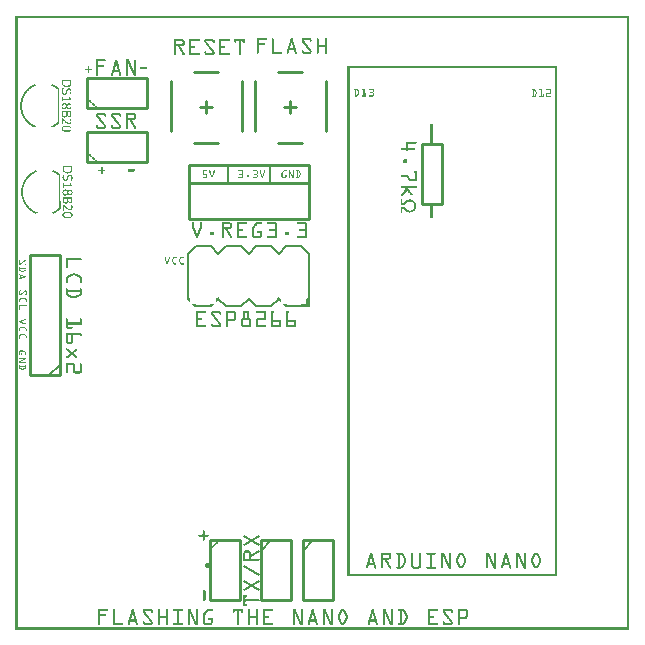
<source format=gto>
G04 MADE WITH FRITZING*
G04 WWW.FRITZING.ORG*
G04 DOUBLE SIDED*
G04 HOLES PLATED*
G04 CONTOUR ON CENTER OF CONTOUR VECTOR*
%ASAXBY*%
%FSLAX23Y23*%
%MOIN*%
%OFA0B0*%
%SFA1.0B1.0*%
%ADD10C,0.010000*%
%ADD11C,0.005000*%
%ADD12C,0.008051*%
%ADD13R,0.001000X0.001000*%
%LNSILK1*%
G90*
G70*
G54D10*
X647Y299D02*
X647Y99D01*
D02*
X647Y99D02*
X747Y99D01*
D02*
X747Y99D02*
X747Y299D01*
D02*
X747Y299D02*
X647Y299D01*
D02*
X817Y299D02*
X817Y99D01*
D02*
X817Y99D02*
X917Y99D01*
D02*
X917Y99D02*
X917Y299D01*
D02*
X917Y299D02*
X817Y299D01*
G54D11*
D02*
X817Y264D02*
X852Y299D01*
G54D10*
D02*
X957Y299D02*
X957Y99D01*
D02*
X957Y99D02*
X1057Y99D01*
D02*
X1057Y99D02*
X1057Y299D01*
D02*
X1057Y299D02*
X957Y299D01*
G54D11*
D02*
X957Y264D02*
X992Y299D01*
G54D10*
D02*
X577Y1549D02*
X977Y1549D01*
D02*
X977Y1549D02*
X977Y1369D01*
D02*
X977Y1369D02*
X577Y1369D01*
D02*
X577Y1369D02*
X577Y1549D01*
D02*
X577Y1549D02*
X977Y1549D01*
D02*
X977Y1549D02*
X977Y1489D01*
D02*
X977Y1489D02*
X577Y1489D01*
D02*
X577Y1489D02*
X577Y1549D01*
G54D11*
D02*
X707Y1549D02*
X707Y1489D01*
D02*
X847Y1549D02*
X847Y1489D01*
G54D10*
D02*
X1420Y1619D02*
X1420Y1419D01*
D02*
X1420Y1419D02*
X1354Y1419D01*
D02*
X1354Y1419D02*
X1354Y1619D01*
D02*
X1354Y1619D02*
X1420Y1619D01*
D02*
X596Y1859D02*
X675Y1859D01*
D02*
X518Y1662D02*
X518Y1830D01*
D02*
X754Y1662D02*
X754Y1830D01*
D02*
X596Y1623D02*
X675Y1623D01*
D02*
X616Y1741D02*
X656Y1741D01*
D02*
X636Y1761D02*
X636Y1722D01*
D02*
X876Y1859D02*
X955Y1859D01*
D02*
X798Y1662D02*
X798Y1830D01*
D02*
X1034Y1662D02*
X1034Y1830D01*
D02*
X876Y1623D02*
X955Y1623D01*
D02*
X896Y1741D02*
X936Y1741D01*
D02*
X916Y1761D02*
X916Y1722D01*
G54D12*
D02*
X978Y1254D02*
X953Y1279D01*
D02*
X902Y1279D02*
X877Y1254D01*
D02*
X877Y1254D02*
X852Y1279D01*
D02*
X802Y1279D02*
X777Y1254D01*
D02*
X777Y1254D02*
X751Y1279D01*
D02*
X701Y1279D02*
X676Y1254D01*
D02*
X978Y1254D02*
X978Y1104D01*
D02*
X953Y1079D02*
X902Y1079D01*
D02*
X877Y1104D02*
X852Y1079D01*
D02*
X852Y1079D02*
X802Y1079D01*
D02*
X802Y1079D02*
X777Y1104D01*
D02*
X777Y1104D02*
X751Y1079D01*
D02*
X751Y1079D02*
X701Y1079D01*
D02*
X701Y1079D02*
X676Y1104D01*
D02*
X751Y1279D02*
X701Y1279D01*
D02*
X852Y1279D02*
X802Y1279D01*
D02*
X953Y1279D02*
X902Y1279D01*
D02*
X600Y1279D02*
X575Y1254D01*
D02*
X651Y1079D02*
X600Y1079D01*
D02*
X575Y1104D02*
X575Y1254D01*
D02*
X651Y1279D02*
X600Y1279D01*
D02*
X676Y1254D02*
X651Y1279D01*
G54D10*
D02*
X237Y1559D02*
X437Y1559D01*
D02*
X437Y1559D02*
X437Y1659D01*
D02*
X437Y1659D02*
X237Y1659D01*
D02*
X237Y1659D02*
X237Y1559D01*
D02*
X237Y1739D02*
X437Y1739D01*
D02*
X437Y1739D02*
X437Y1839D01*
D02*
X437Y1839D02*
X237Y1839D01*
D02*
X237Y1839D02*
X237Y1739D01*
D02*
X147Y849D02*
X147Y1249D01*
D02*
X147Y1249D02*
X47Y1249D01*
D02*
X47Y1249D02*
X47Y849D01*
D02*
X47Y849D02*
X147Y849D01*
G54D11*
D02*
X147Y884D02*
X112Y849D01*
G54D13*
X0Y2047D02*
X2046Y2047D01*
X0Y2046D02*
X2046Y2046D01*
X0Y2045D02*
X2046Y2045D01*
X0Y2044D02*
X2046Y2044D01*
X0Y2043D02*
X2046Y2043D01*
X0Y2042D02*
X2046Y2042D01*
X0Y2041D02*
X2046Y2041D01*
X0Y2040D02*
X2046Y2040D01*
X0Y2039D02*
X7Y2039D01*
X2039Y2039D02*
X2046Y2039D01*
X0Y2038D02*
X7Y2038D01*
X2039Y2038D02*
X2046Y2038D01*
X0Y2037D02*
X7Y2037D01*
X2039Y2037D02*
X2046Y2037D01*
X0Y2036D02*
X7Y2036D01*
X2039Y2036D02*
X2046Y2036D01*
X0Y2035D02*
X7Y2035D01*
X2039Y2035D02*
X2046Y2035D01*
X0Y2034D02*
X7Y2034D01*
X2039Y2034D02*
X2046Y2034D01*
X0Y2033D02*
X7Y2033D01*
X2039Y2033D02*
X2046Y2033D01*
X0Y2032D02*
X7Y2032D01*
X2039Y2032D02*
X2046Y2032D01*
X0Y2031D02*
X7Y2031D01*
X2039Y2031D02*
X2046Y2031D01*
X0Y2030D02*
X7Y2030D01*
X2039Y2030D02*
X2046Y2030D01*
X0Y2029D02*
X7Y2029D01*
X2039Y2029D02*
X2046Y2029D01*
X0Y2028D02*
X7Y2028D01*
X2039Y2028D02*
X2046Y2028D01*
X0Y2027D02*
X7Y2027D01*
X2039Y2027D02*
X2046Y2027D01*
X0Y2026D02*
X7Y2026D01*
X2039Y2026D02*
X2046Y2026D01*
X0Y2025D02*
X7Y2025D01*
X2039Y2025D02*
X2046Y2025D01*
X0Y2024D02*
X7Y2024D01*
X2039Y2024D02*
X2046Y2024D01*
X0Y2023D02*
X7Y2023D01*
X2039Y2023D02*
X2046Y2023D01*
X0Y2022D02*
X7Y2022D01*
X2039Y2022D02*
X2046Y2022D01*
X0Y2021D02*
X7Y2021D01*
X2039Y2021D02*
X2046Y2021D01*
X0Y2020D02*
X7Y2020D01*
X2039Y2020D02*
X2046Y2020D01*
X0Y2019D02*
X7Y2019D01*
X2039Y2019D02*
X2046Y2019D01*
X0Y2018D02*
X7Y2018D01*
X2039Y2018D02*
X2046Y2018D01*
X0Y2017D02*
X7Y2017D01*
X2039Y2017D02*
X2046Y2017D01*
X0Y2016D02*
X7Y2016D01*
X2039Y2016D02*
X2046Y2016D01*
X0Y2015D02*
X7Y2015D01*
X2039Y2015D02*
X2046Y2015D01*
X0Y2014D02*
X7Y2014D01*
X2039Y2014D02*
X2046Y2014D01*
X0Y2013D02*
X7Y2013D01*
X2039Y2013D02*
X2046Y2013D01*
X0Y2012D02*
X7Y2012D01*
X2039Y2012D02*
X2046Y2012D01*
X0Y2011D02*
X7Y2011D01*
X2039Y2011D02*
X2046Y2011D01*
X0Y2010D02*
X7Y2010D01*
X2039Y2010D02*
X2046Y2010D01*
X0Y2009D02*
X7Y2009D01*
X2039Y2009D02*
X2046Y2009D01*
X0Y2008D02*
X7Y2008D01*
X2039Y2008D02*
X2046Y2008D01*
X0Y2007D02*
X7Y2007D01*
X2039Y2007D02*
X2046Y2007D01*
X0Y2006D02*
X7Y2006D01*
X2039Y2006D02*
X2046Y2006D01*
X0Y2005D02*
X7Y2005D01*
X2039Y2005D02*
X2046Y2005D01*
X0Y2004D02*
X7Y2004D01*
X2039Y2004D02*
X2046Y2004D01*
X0Y2003D02*
X7Y2003D01*
X2039Y2003D02*
X2046Y2003D01*
X0Y2002D02*
X7Y2002D01*
X2039Y2002D02*
X2046Y2002D01*
X0Y2001D02*
X7Y2001D01*
X2039Y2001D02*
X2046Y2001D01*
X0Y2000D02*
X7Y2000D01*
X2039Y2000D02*
X2046Y2000D01*
X0Y1999D02*
X7Y1999D01*
X2039Y1999D02*
X2046Y1999D01*
X0Y1998D02*
X7Y1998D01*
X2039Y1998D02*
X2046Y1998D01*
X0Y1997D02*
X7Y1997D01*
X2039Y1997D02*
X2046Y1997D01*
X0Y1996D02*
X7Y1996D01*
X2039Y1996D02*
X2046Y1996D01*
X0Y1995D02*
X7Y1995D01*
X2039Y1995D02*
X2046Y1995D01*
X0Y1994D02*
X7Y1994D01*
X2039Y1994D02*
X2046Y1994D01*
X0Y1993D02*
X7Y1993D01*
X2039Y1993D02*
X2046Y1993D01*
X0Y1992D02*
X7Y1992D01*
X2039Y1992D02*
X2046Y1992D01*
X0Y1991D02*
X7Y1991D01*
X2039Y1991D02*
X2046Y1991D01*
X0Y1990D02*
X7Y1990D01*
X2039Y1990D02*
X2046Y1990D01*
X0Y1989D02*
X7Y1989D01*
X2039Y1989D02*
X2046Y1989D01*
X0Y1988D02*
X7Y1988D01*
X2039Y1988D02*
X2046Y1988D01*
X0Y1987D02*
X7Y1987D01*
X2039Y1987D02*
X2046Y1987D01*
X0Y1986D02*
X7Y1986D01*
X2039Y1986D02*
X2046Y1986D01*
X0Y1985D02*
X7Y1985D01*
X2039Y1985D02*
X2046Y1985D01*
X0Y1984D02*
X7Y1984D01*
X2039Y1984D02*
X2046Y1984D01*
X0Y1983D02*
X7Y1983D01*
X2039Y1983D02*
X2046Y1983D01*
X0Y1982D02*
X7Y1982D01*
X2039Y1982D02*
X2046Y1982D01*
X0Y1981D02*
X7Y1981D01*
X2039Y1981D02*
X2046Y1981D01*
X0Y1980D02*
X7Y1980D01*
X2039Y1980D02*
X2046Y1980D01*
X0Y1979D02*
X7Y1979D01*
X2039Y1979D02*
X2046Y1979D01*
X0Y1978D02*
X7Y1978D01*
X2039Y1978D02*
X2046Y1978D01*
X0Y1977D02*
X7Y1977D01*
X2039Y1977D02*
X2046Y1977D01*
X0Y1976D02*
X7Y1976D01*
X2039Y1976D02*
X2046Y1976D01*
X0Y1975D02*
X7Y1975D01*
X2039Y1975D02*
X2046Y1975D01*
X0Y1974D02*
X7Y1974D01*
X2039Y1974D02*
X2046Y1974D01*
X0Y1973D02*
X7Y1973D01*
X804Y1973D02*
X835Y1973D01*
X856Y1973D02*
X858Y1973D01*
X919Y1973D02*
X921Y1973D01*
X959Y1973D02*
X980Y1973D01*
X1006Y1973D02*
X1008Y1973D01*
X1033Y1973D02*
X1035Y1973D01*
X2039Y1973D02*
X2046Y1973D01*
X0Y1972D02*
X7Y1972D01*
X804Y1972D02*
X836Y1972D01*
X854Y1972D02*
X859Y1972D01*
X918Y1972D02*
X923Y1972D01*
X957Y1972D02*
X983Y1972D01*
X1004Y1972D02*
X1009Y1972D01*
X1032Y1972D02*
X1036Y1972D01*
X2039Y1972D02*
X2046Y1972D01*
X0Y1971D02*
X7Y1971D01*
X804Y1971D02*
X837Y1971D01*
X854Y1971D02*
X859Y1971D01*
X918Y1971D02*
X923Y1971D01*
X956Y1971D02*
X984Y1971D01*
X1004Y1971D02*
X1009Y1971D01*
X1031Y1971D02*
X1037Y1971D01*
X2039Y1971D02*
X2046Y1971D01*
X0Y1970D02*
X7Y1970D01*
X804Y1970D02*
X837Y1970D01*
X854Y1970D02*
X860Y1970D01*
X917Y1970D02*
X924Y1970D01*
X955Y1970D02*
X985Y1970D01*
X1004Y1970D02*
X1010Y1970D01*
X1031Y1970D02*
X1037Y1970D01*
X2039Y1970D02*
X2046Y1970D01*
X0Y1969D02*
X7Y1969D01*
X530Y1969D02*
X556Y1969D01*
X580Y1969D02*
X612Y1969D01*
X635Y1969D02*
X657Y1969D01*
X680Y1969D02*
X712Y1969D01*
X730Y1969D02*
X763Y1969D01*
X804Y1969D02*
X837Y1969D01*
X854Y1969D02*
X860Y1969D01*
X917Y1969D02*
X924Y1969D01*
X954Y1969D02*
X986Y1969D01*
X1004Y1969D02*
X1010Y1969D01*
X1031Y1969D02*
X1037Y1969D01*
X2039Y1969D02*
X2046Y1969D01*
X0Y1968D02*
X7Y1968D01*
X530Y1968D02*
X558Y1968D01*
X580Y1968D02*
X613Y1968D01*
X633Y1968D02*
X659Y1968D01*
X680Y1968D02*
X713Y1968D01*
X730Y1968D02*
X764Y1968D01*
X804Y1968D02*
X837Y1968D01*
X854Y1968D02*
X860Y1968D01*
X917Y1968D02*
X924Y1968D01*
X954Y1968D02*
X986Y1968D01*
X1004Y1968D02*
X1010Y1968D01*
X1031Y1968D02*
X1037Y1968D01*
X2039Y1968D02*
X2046Y1968D01*
X0Y1967D02*
X7Y1967D01*
X530Y1967D02*
X560Y1967D01*
X580Y1967D02*
X613Y1967D01*
X632Y1967D02*
X660Y1967D01*
X680Y1967D02*
X713Y1967D01*
X730Y1967D02*
X764Y1967D01*
X804Y1967D02*
X836Y1967D01*
X854Y1967D02*
X860Y1967D01*
X916Y1967D02*
X924Y1967D01*
X954Y1967D02*
X987Y1967D01*
X1004Y1967D02*
X1010Y1967D01*
X1031Y1967D02*
X1037Y1967D01*
X2039Y1967D02*
X2046Y1967D01*
X0Y1966D02*
X7Y1966D01*
X530Y1966D02*
X561Y1966D01*
X580Y1966D02*
X613Y1966D01*
X631Y1966D02*
X661Y1966D01*
X680Y1966D02*
X713Y1966D01*
X730Y1966D02*
X764Y1966D01*
X804Y1966D02*
X810Y1966D01*
X854Y1966D02*
X860Y1966D01*
X916Y1966D02*
X925Y1966D01*
X954Y1966D02*
X960Y1966D01*
X980Y1966D02*
X987Y1966D01*
X1004Y1966D02*
X1010Y1966D01*
X1031Y1966D02*
X1037Y1966D01*
X2039Y1966D02*
X2046Y1966D01*
X0Y1965D02*
X7Y1965D01*
X530Y1965D02*
X562Y1965D01*
X580Y1965D02*
X613Y1965D01*
X631Y1965D02*
X662Y1965D01*
X680Y1965D02*
X713Y1965D01*
X730Y1965D02*
X764Y1965D01*
X804Y1965D02*
X810Y1965D01*
X854Y1965D02*
X860Y1965D01*
X916Y1965D02*
X925Y1965D01*
X954Y1965D02*
X960Y1965D01*
X981Y1965D02*
X987Y1965D01*
X1004Y1965D02*
X1010Y1965D01*
X1031Y1965D02*
X1037Y1965D01*
X2039Y1965D02*
X2046Y1965D01*
X0Y1964D02*
X7Y1964D01*
X530Y1964D02*
X562Y1964D01*
X580Y1964D02*
X613Y1964D01*
X630Y1964D02*
X663Y1964D01*
X680Y1964D02*
X713Y1964D01*
X730Y1964D02*
X764Y1964D01*
X804Y1964D02*
X810Y1964D01*
X854Y1964D02*
X860Y1964D01*
X916Y1964D02*
X925Y1964D01*
X954Y1964D02*
X961Y1964D01*
X981Y1964D02*
X987Y1964D01*
X1004Y1964D02*
X1010Y1964D01*
X1031Y1964D02*
X1037Y1964D01*
X2039Y1964D02*
X2046Y1964D01*
X0Y1963D02*
X7Y1963D01*
X530Y1963D02*
X563Y1963D01*
X580Y1963D02*
X612Y1963D01*
X630Y1963D02*
X663Y1963D01*
X680Y1963D02*
X712Y1963D01*
X730Y1963D02*
X764Y1963D01*
X804Y1963D02*
X810Y1963D01*
X854Y1963D02*
X860Y1963D01*
X915Y1963D02*
X926Y1963D01*
X954Y1963D02*
X961Y1963D01*
X981Y1963D02*
X987Y1963D01*
X1004Y1963D02*
X1010Y1963D01*
X1031Y1963D02*
X1037Y1963D01*
X2039Y1963D02*
X2046Y1963D01*
X0Y1962D02*
X7Y1962D01*
X530Y1962D02*
X536Y1962D01*
X556Y1962D02*
X563Y1962D01*
X580Y1962D02*
X586Y1962D01*
X630Y1962D02*
X636Y1962D01*
X656Y1962D02*
X663Y1962D01*
X680Y1962D02*
X686Y1962D01*
X730Y1962D02*
X736Y1962D01*
X744Y1962D02*
X750Y1962D01*
X757Y1962D02*
X764Y1962D01*
X804Y1962D02*
X810Y1962D01*
X854Y1962D02*
X860Y1962D01*
X915Y1962D02*
X926Y1962D01*
X955Y1962D02*
X962Y1962D01*
X982Y1962D02*
X987Y1962D01*
X1004Y1962D02*
X1010Y1962D01*
X1031Y1962D02*
X1037Y1962D01*
X2039Y1962D02*
X2046Y1962D01*
X0Y1961D02*
X7Y1961D01*
X530Y1961D02*
X536Y1961D01*
X557Y1961D02*
X563Y1961D01*
X580Y1961D02*
X586Y1961D01*
X630Y1961D02*
X636Y1961D01*
X657Y1961D02*
X663Y1961D01*
X680Y1961D02*
X686Y1961D01*
X730Y1961D02*
X736Y1961D01*
X744Y1961D02*
X750Y1961D01*
X757Y1961D02*
X764Y1961D01*
X804Y1961D02*
X810Y1961D01*
X854Y1961D02*
X860Y1961D01*
X915Y1961D02*
X926Y1961D01*
X955Y1961D02*
X963Y1961D01*
X983Y1961D02*
X985Y1961D01*
X1004Y1961D02*
X1010Y1961D01*
X1031Y1961D02*
X1037Y1961D01*
X2039Y1961D02*
X2046Y1961D01*
X0Y1960D02*
X7Y1960D01*
X530Y1960D02*
X536Y1960D01*
X557Y1960D02*
X563Y1960D01*
X580Y1960D02*
X586Y1960D01*
X630Y1960D02*
X637Y1960D01*
X658Y1960D02*
X663Y1960D01*
X680Y1960D02*
X686Y1960D01*
X730Y1960D02*
X736Y1960D01*
X744Y1960D02*
X750Y1960D01*
X758Y1960D02*
X763Y1960D01*
X804Y1960D02*
X810Y1960D01*
X854Y1960D02*
X860Y1960D01*
X914Y1960D02*
X926Y1960D01*
X956Y1960D02*
X964Y1960D01*
X1004Y1960D02*
X1010Y1960D01*
X1031Y1960D02*
X1037Y1960D01*
X2039Y1960D02*
X2046Y1960D01*
X0Y1959D02*
X7Y1959D01*
X530Y1959D02*
X536Y1959D01*
X557Y1959D02*
X564Y1959D01*
X580Y1959D02*
X586Y1959D01*
X630Y1959D02*
X638Y1959D01*
X658Y1959D02*
X663Y1959D01*
X680Y1959D02*
X686Y1959D01*
X730Y1959D02*
X736Y1959D01*
X744Y1959D02*
X750Y1959D01*
X758Y1959D02*
X763Y1959D01*
X804Y1959D02*
X810Y1959D01*
X854Y1959D02*
X860Y1959D01*
X914Y1959D02*
X927Y1959D01*
X957Y1959D02*
X965Y1959D01*
X1004Y1959D02*
X1010Y1959D01*
X1031Y1959D02*
X1037Y1959D01*
X2039Y1959D02*
X2046Y1959D01*
X0Y1958D02*
X7Y1958D01*
X530Y1958D02*
X536Y1958D01*
X558Y1958D02*
X564Y1958D01*
X580Y1958D02*
X586Y1958D01*
X631Y1958D02*
X638Y1958D01*
X658Y1958D02*
X663Y1958D01*
X680Y1958D02*
X686Y1958D01*
X731Y1958D02*
X735Y1958D01*
X744Y1958D02*
X750Y1958D01*
X758Y1958D02*
X763Y1958D01*
X804Y1958D02*
X810Y1958D01*
X854Y1958D02*
X860Y1958D01*
X914Y1958D02*
X927Y1958D01*
X957Y1958D02*
X965Y1958D01*
X1004Y1958D02*
X1010Y1958D01*
X1031Y1958D02*
X1037Y1958D01*
X2039Y1958D02*
X2046Y1958D01*
X0Y1957D02*
X7Y1957D01*
X530Y1957D02*
X536Y1957D01*
X558Y1957D02*
X564Y1957D01*
X580Y1957D02*
X586Y1957D01*
X631Y1957D02*
X639Y1957D01*
X659Y1957D02*
X662Y1957D01*
X680Y1957D02*
X686Y1957D01*
X732Y1957D02*
X734Y1957D01*
X744Y1957D02*
X750Y1957D01*
X759Y1957D02*
X762Y1957D01*
X804Y1957D02*
X810Y1957D01*
X854Y1957D02*
X860Y1957D01*
X913Y1957D02*
X927Y1957D01*
X958Y1957D02*
X966Y1957D01*
X1004Y1957D02*
X1010Y1957D01*
X1031Y1957D02*
X1037Y1957D01*
X2039Y1957D02*
X2046Y1957D01*
X0Y1956D02*
X7Y1956D01*
X530Y1956D02*
X536Y1956D01*
X558Y1956D02*
X564Y1956D01*
X580Y1956D02*
X586Y1956D01*
X632Y1956D02*
X640Y1956D01*
X680Y1956D02*
X686Y1956D01*
X744Y1956D02*
X750Y1956D01*
X804Y1956D02*
X810Y1956D01*
X854Y1956D02*
X860Y1956D01*
X913Y1956D02*
X919Y1956D01*
X921Y1956D02*
X928Y1956D01*
X959Y1956D02*
X967Y1956D01*
X1004Y1956D02*
X1010Y1956D01*
X1031Y1956D02*
X1037Y1956D01*
X2039Y1956D02*
X2046Y1956D01*
X0Y1955D02*
X7Y1955D01*
X530Y1955D02*
X536Y1955D01*
X557Y1955D02*
X564Y1955D01*
X580Y1955D02*
X586Y1955D01*
X633Y1955D02*
X641Y1955D01*
X680Y1955D02*
X686Y1955D01*
X744Y1955D02*
X750Y1955D01*
X804Y1955D02*
X829Y1955D01*
X854Y1955D02*
X860Y1955D01*
X913Y1955D02*
X919Y1955D01*
X922Y1955D02*
X928Y1955D01*
X960Y1955D02*
X968Y1955D01*
X1004Y1955D02*
X1010Y1955D01*
X1031Y1955D02*
X1037Y1955D01*
X2039Y1955D02*
X2046Y1955D01*
X0Y1954D02*
X7Y1954D01*
X530Y1954D02*
X536Y1954D01*
X557Y1954D02*
X563Y1954D01*
X580Y1954D02*
X586Y1954D01*
X634Y1954D02*
X642Y1954D01*
X680Y1954D02*
X686Y1954D01*
X744Y1954D02*
X750Y1954D01*
X804Y1954D02*
X830Y1954D01*
X854Y1954D02*
X860Y1954D01*
X913Y1954D02*
X919Y1954D01*
X922Y1954D02*
X928Y1954D01*
X960Y1954D02*
X968Y1954D01*
X1004Y1954D02*
X1010Y1954D01*
X1031Y1954D02*
X1037Y1954D01*
X2039Y1954D02*
X2046Y1954D01*
X0Y1953D02*
X7Y1953D01*
X530Y1953D02*
X536Y1953D01*
X557Y1953D02*
X563Y1953D01*
X580Y1953D02*
X586Y1953D01*
X634Y1953D02*
X642Y1953D01*
X680Y1953D02*
X686Y1953D01*
X744Y1953D02*
X750Y1953D01*
X804Y1953D02*
X830Y1953D01*
X854Y1953D02*
X860Y1953D01*
X912Y1953D02*
X919Y1953D01*
X922Y1953D02*
X929Y1953D01*
X961Y1953D02*
X969Y1953D01*
X1004Y1953D02*
X1010Y1953D01*
X1031Y1953D02*
X1037Y1953D01*
X2039Y1953D02*
X2046Y1953D01*
X0Y1952D02*
X7Y1952D01*
X530Y1952D02*
X536Y1952D01*
X555Y1952D02*
X563Y1952D01*
X580Y1952D02*
X586Y1952D01*
X635Y1952D02*
X643Y1952D01*
X680Y1952D02*
X686Y1952D01*
X744Y1952D02*
X750Y1952D01*
X804Y1952D02*
X830Y1952D01*
X854Y1952D02*
X860Y1952D01*
X912Y1952D02*
X918Y1952D01*
X922Y1952D02*
X929Y1952D01*
X962Y1952D02*
X970Y1952D01*
X1004Y1952D02*
X1010Y1952D01*
X1031Y1952D02*
X1037Y1952D01*
X2039Y1952D02*
X2046Y1952D01*
X0Y1951D02*
X7Y1951D01*
X530Y1951D02*
X563Y1951D01*
X580Y1951D02*
X586Y1951D01*
X636Y1951D02*
X644Y1951D01*
X680Y1951D02*
X686Y1951D01*
X744Y1951D02*
X750Y1951D01*
X804Y1951D02*
X830Y1951D01*
X854Y1951D02*
X860Y1951D01*
X912Y1951D02*
X918Y1951D01*
X923Y1951D02*
X929Y1951D01*
X963Y1951D02*
X971Y1951D01*
X1004Y1951D02*
X1010Y1951D01*
X1031Y1951D02*
X1037Y1951D01*
X2039Y1951D02*
X2046Y1951D01*
X0Y1950D02*
X7Y1950D01*
X530Y1950D02*
X562Y1950D01*
X580Y1950D02*
X586Y1950D01*
X637Y1950D02*
X645Y1950D01*
X680Y1950D02*
X686Y1950D01*
X744Y1950D02*
X750Y1950D01*
X804Y1950D02*
X829Y1950D01*
X854Y1950D02*
X860Y1950D01*
X911Y1950D02*
X918Y1950D01*
X923Y1950D02*
X929Y1950D01*
X964Y1950D02*
X972Y1950D01*
X1004Y1950D02*
X1010Y1950D01*
X1031Y1950D02*
X1037Y1950D01*
X2039Y1950D02*
X2046Y1950D01*
X0Y1949D02*
X7Y1949D01*
X530Y1949D02*
X561Y1949D01*
X580Y1949D02*
X586Y1949D01*
X637Y1949D02*
X646Y1949D01*
X680Y1949D02*
X686Y1949D01*
X744Y1949D02*
X750Y1949D01*
X804Y1949D02*
X828Y1949D01*
X854Y1949D02*
X860Y1949D01*
X911Y1949D02*
X917Y1949D01*
X923Y1949D02*
X930Y1949D01*
X964Y1949D02*
X972Y1949D01*
X1004Y1949D02*
X1037Y1949D01*
X2039Y1949D02*
X2046Y1949D01*
X0Y1948D02*
X7Y1948D01*
X530Y1948D02*
X561Y1948D01*
X580Y1948D02*
X586Y1948D01*
X638Y1948D02*
X646Y1948D01*
X680Y1948D02*
X686Y1948D01*
X744Y1948D02*
X750Y1948D01*
X804Y1948D02*
X810Y1948D01*
X854Y1948D02*
X860Y1948D01*
X911Y1948D02*
X917Y1948D01*
X924Y1948D02*
X930Y1948D01*
X965Y1948D02*
X973Y1948D01*
X1004Y1948D02*
X1037Y1948D01*
X2039Y1948D02*
X2046Y1948D01*
X0Y1947D02*
X7Y1947D01*
X530Y1947D02*
X559Y1947D01*
X580Y1947D02*
X586Y1947D01*
X639Y1947D02*
X647Y1947D01*
X680Y1947D02*
X686Y1947D01*
X744Y1947D02*
X750Y1947D01*
X804Y1947D02*
X810Y1947D01*
X854Y1947D02*
X860Y1947D01*
X911Y1947D02*
X917Y1947D01*
X924Y1947D02*
X930Y1947D01*
X966Y1947D02*
X974Y1947D01*
X1004Y1947D02*
X1037Y1947D01*
X2039Y1947D02*
X2046Y1947D01*
X0Y1946D02*
X7Y1946D01*
X530Y1946D02*
X558Y1946D01*
X580Y1946D02*
X586Y1946D01*
X640Y1946D02*
X648Y1946D01*
X680Y1946D02*
X686Y1946D01*
X744Y1946D02*
X750Y1946D01*
X804Y1946D02*
X810Y1946D01*
X854Y1946D02*
X860Y1946D01*
X910Y1946D02*
X917Y1946D01*
X924Y1946D02*
X931Y1946D01*
X967Y1946D02*
X975Y1946D01*
X1004Y1946D02*
X1037Y1946D01*
X2039Y1946D02*
X2046Y1946D01*
X0Y1945D02*
X7Y1945D01*
X530Y1945D02*
X555Y1945D01*
X580Y1945D02*
X598Y1945D01*
X641Y1945D02*
X649Y1945D01*
X680Y1945D02*
X698Y1945D01*
X744Y1945D02*
X750Y1945D01*
X804Y1945D02*
X810Y1945D01*
X854Y1945D02*
X860Y1945D01*
X910Y1945D02*
X916Y1945D01*
X925Y1945D02*
X931Y1945D01*
X967Y1945D02*
X975Y1945D01*
X1004Y1945D02*
X1037Y1945D01*
X2039Y1945D02*
X2046Y1945D01*
X0Y1944D02*
X7Y1944D01*
X530Y1944D02*
X536Y1944D01*
X542Y1944D02*
X549Y1944D01*
X580Y1944D02*
X599Y1944D01*
X641Y1944D02*
X649Y1944D01*
X680Y1944D02*
X699Y1944D01*
X744Y1944D02*
X750Y1944D01*
X804Y1944D02*
X810Y1944D01*
X854Y1944D02*
X860Y1944D01*
X910Y1944D02*
X916Y1944D01*
X925Y1944D02*
X931Y1944D01*
X968Y1944D02*
X976Y1944D01*
X1004Y1944D02*
X1037Y1944D01*
X2039Y1944D02*
X2046Y1944D01*
X0Y1943D02*
X7Y1943D01*
X530Y1943D02*
X536Y1943D01*
X543Y1943D02*
X550Y1943D01*
X580Y1943D02*
X600Y1943D01*
X642Y1943D02*
X650Y1943D01*
X680Y1943D02*
X700Y1943D01*
X744Y1943D02*
X750Y1943D01*
X804Y1943D02*
X810Y1943D01*
X854Y1943D02*
X860Y1943D01*
X909Y1943D02*
X916Y1943D01*
X925Y1943D02*
X931Y1943D01*
X969Y1943D02*
X977Y1943D01*
X1004Y1943D02*
X1037Y1943D01*
X2039Y1943D02*
X2046Y1943D01*
X0Y1942D02*
X7Y1942D01*
X530Y1942D02*
X536Y1942D01*
X543Y1942D02*
X551Y1942D01*
X580Y1942D02*
X600Y1942D01*
X643Y1942D02*
X651Y1942D01*
X680Y1942D02*
X700Y1942D01*
X744Y1942D02*
X750Y1942D01*
X804Y1942D02*
X810Y1942D01*
X854Y1942D02*
X860Y1942D01*
X909Y1942D02*
X915Y1942D01*
X925Y1942D02*
X932Y1942D01*
X970Y1942D02*
X978Y1942D01*
X1004Y1942D02*
X1010Y1942D01*
X1031Y1942D02*
X1037Y1942D01*
X2039Y1942D02*
X2046Y1942D01*
X0Y1941D02*
X7Y1941D01*
X530Y1941D02*
X536Y1941D01*
X544Y1941D02*
X551Y1941D01*
X580Y1941D02*
X599Y1941D01*
X644Y1941D02*
X652Y1941D01*
X680Y1941D02*
X699Y1941D01*
X744Y1941D02*
X750Y1941D01*
X804Y1941D02*
X810Y1941D01*
X854Y1941D02*
X860Y1941D01*
X909Y1941D02*
X915Y1941D01*
X926Y1941D02*
X932Y1941D01*
X970Y1941D02*
X979Y1941D01*
X1004Y1941D02*
X1010Y1941D01*
X1031Y1941D02*
X1037Y1941D01*
X2039Y1941D02*
X2046Y1941D01*
X0Y1940D02*
X7Y1940D01*
X530Y1940D02*
X536Y1940D01*
X545Y1940D02*
X552Y1940D01*
X580Y1940D02*
X599Y1940D01*
X644Y1940D02*
X653Y1940D01*
X680Y1940D02*
X699Y1940D01*
X744Y1940D02*
X750Y1940D01*
X804Y1940D02*
X810Y1940D01*
X854Y1940D02*
X860Y1940D01*
X908Y1940D02*
X915Y1940D01*
X926Y1940D02*
X932Y1940D01*
X971Y1940D02*
X979Y1940D01*
X1004Y1940D02*
X1010Y1940D01*
X1031Y1940D02*
X1037Y1940D01*
X2039Y1940D02*
X2046Y1940D01*
X0Y1939D02*
X7Y1939D01*
X530Y1939D02*
X536Y1939D01*
X545Y1939D02*
X552Y1939D01*
X580Y1939D02*
X597Y1939D01*
X645Y1939D02*
X653Y1939D01*
X680Y1939D02*
X697Y1939D01*
X744Y1939D02*
X750Y1939D01*
X804Y1939D02*
X810Y1939D01*
X854Y1939D02*
X860Y1939D01*
X908Y1939D02*
X915Y1939D01*
X926Y1939D02*
X933Y1939D01*
X972Y1939D02*
X980Y1939D01*
X1004Y1939D02*
X1010Y1939D01*
X1031Y1939D02*
X1037Y1939D01*
X2039Y1939D02*
X2046Y1939D01*
X0Y1938D02*
X7Y1938D01*
X530Y1938D02*
X536Y1938D01*
X546Y1938D02*
X553Y1938D01*
X580Y1938D02*
X586Y1938D01*
X646Y1938D02*
X654Y1938D01*
X680Y1938D02*
X686Y1938D01*
X744Y1938D02*
X750Y1938D01*
X804Y1938D02*
X810Y1938D01*
X854Y1938D02*
X860Y1938D01*
X908Y1938D02*
X933Y1938D01*
X973Y1938D02*
X981Y1938D01*
X1004Y1938D02*
X1010Y1938D01*
X1031Y1938D02*
X1037Y1938D01*
X2039Y1938D02*
X2046Y1938D01*
X0Y1937D02*
X7Y1937D01*
X530Y1937D02*
X536Y1937D01*
X546Y1937D02*
X553Y1937D01*
X580Y1937D02*
X586Y1937D01*
X647Y1937D02*
X655Y1937D01*
X680Y1937D02*
X686Y1937D01*
X744Y1937D02*
X750Y1937D01*
X804Y1937D02*
X810Y1937D01*
X854Y1937D02*
X860Y1937D01*
X908Y1937D02*
X933Y1937D01*
X974Y1937D02*
X982Y1937D01*
X1004Y1937D02*
X1010Y1937D01*
X1031Y1937D02*
X1037Y1937D01*
X2039Y1937D02*
X2046Y1937D01*
X0Y1936D02*
X7Y1936D01*
X530Y1936D02*
X536Y1936D01*
X547Y1936D02*
X554Y1936D01*
X580Y1936D02*
X586Y1936D01*
X648Y1936D02*
X656Y1936D01*
X680Y1936D02*
X686Y1936D01*
X744Y1936D02*
X750Y1936D01*
X804Y1936D02*
X810Y1936D01*
X854Y1936D02*
X860Y1936D01*
X907Y1936D02*
X933Y1936D01*
X974Y1936D02*
X982Y1936D01*
X1004Y1936D02*
X1010Y1936D01*
X1031Y1936D02*
X1037Y1936D01*
X2039Y1936D02*
X2046Y1936D01*
X0Y1935D02*
X7Y1935D01*
X530Y1935D02*
X536Y1935D01*
X547Y1935D02*
X555Y1935D01*
X580Y1935D02*
X586Y1935D01*
X648Y1935D02*
X656Y1935D01*
X680Y1935D02*
X686Y1935D01*
X744Y1935D02*
X750Y1935D01*
X804Y1935D02*
X810Y1935D01*
X854Y1935D02*
X860Y1935D01*
X907Y1935D02*
X934Y1935D01*
X975Y1935D02*
X983Y1935D01*
X1004Y1935D02*
X1010Y1935D01*
X1031Y1935D02*
X1037Y1935D01*
X2039Y1935D02*
X2046Y1935D01*
X0Y1934D02*
X7Y1934D01*
X530Y1934D02*
X536Y1934D01*
X548Y1934D02*
X555Y1934D01*
X580Y1934D02*
X586Y1934D01*
X649Y1934D02*
X657Y1934D01*
X680Y1934D02*
X686Y1934D01*
X744Y1934D02*
X750Y1934D01*
X804Y1934D02*
X810Y1934D01*
X854Y1934D02*
X860Y1934D01*
X907Y1934D02*
X934Y1934D01*
X976Y1934D02*
X984Y1934D01*
X1004Y1934D02*
X1010Y1934D01*
X1031Y1934D02*
X1037Y1934D01*
X2039Y1934D02*
X2046Y1934D01*
X0Y1933D02*
X7Y1933D01*
X530Y1933D02*
X536Y1933D01*
X549Y1933D02*
X556Y1933D01*
X580Y1933D02*
X586Y1933D01*
X650Y1933D02*
X658Y1933D01*
X680Y1933D02*
X686Y1933D01*
X744Y1933D02*
X750Y1933D01*
X804Y1933D02*
X810Y1933D01*
X854Y1933D02*
X860Y1933D01*
X906Y1933D02*
X934Y1933D01*
X977Y1933D02*
X985Y1933D01*
X1004Y1933D02*
X1010Y1933D01*
X1031Y1933D02*
X1037Y1933D01*
X2039Y1933D02*
X2046Y1933D01*
X0Y1932D02*
X7Y1932D01*
X530Y1932D02*
X536Y1932D01*
X549Y1932D02*
X556Y1932D01*
X580Y1932D02*
X586Y1932D01*
X651Y1932D02*
X659Y1932D01*
X680Y1932D02*
X686Y1932D01*
X744Y1932D02*
X750Y1932D01*
X804Y1932D02*
X810Y1932D01*
X854Y1932D02*
X860Y1932D01*
X906Y1932D02*
X935Y1932D01*
X956Y1932D02*
X957Y1932D01*
X977Y1932D02*
X985Y1932D01*
X1004Y1932D02*
X1010Y1932D01*
X1031Y1932D02*
X1037Y1932D01*
X2039Y1932D02*
X2046Y1932D01*
X0Y1931D02*
X7Y1931D01*
X530Y1931D02*
X536Y1931D01*
X550Y1931D02*
X557Y1931D01*
X580Y1931D02*
X586Y1931D01*
X651Y1931D02*
X660Y1931D01*
X680Y1931D02*
X686Y1931D01*
X744Y1931D02*
X750Y1931D01*
X804Y1931D02*
X810Y1931D01*
X854Y1931D02*
X860Y1931D01*
X906Y1931D02*
X912Y1931D01*
X928Y1931D02*
X935Y1931D01*
X955Y1931D02*
X959Y1931D01*
X978Y1931D02*
X986Y1931D01*
X1004Y1931D02*
X1010Y1931D01*
X1031Y1931D02*
X1037Y1931D01*
X2039Y1931D02*
X2046Y1931D01*
X0Y1930D02*
X7Y1930D01*
X530Y1930D02*
X536Y1930D01*
X550Y1930D02*
X558Y1930D01*
X580Y1930D02*
X586Y1930D01*
X652Y1930D02*
X660Y1930D01*
X680Y1930D02*
X686Y1930D01*
X744Y1930D02*
X750Y1930D01*
X804Y1930D02*
X810Y1930D01*
X854Y1930D02*
X860Y1930D01*
X906Y1930D02*
X912Y1930D01*
X929Y1930D02*
X935Y1930D01*
X954Y1930D02*
X959Y1930D01*
X979Y1930D02*
X987Y1930D01*
X1004Y1930D02*
X1010Y1930D01*
X1031Y1930D02*
X1037Y1930D01*
X2039Y1930D02*
X2046Y1930D01*
X0Y1929D02*
X7Y1929D01*
X530Y1929D02*
X536Y1929D01*
X551Y1929D02*
X558Y1929D01*
X580Y1929D02*
X586Y1929D01*
X653Y1929D02*
X661Y1929D01*
X680Y1929D02*
X686Y1929D01*
X744Y1929D02*
X750Y1929D01*
X804Y1929D02*
X810Y1929D01*
X854Y1929D02*
X860Y1929D01*
X905Y1929D02*
X912Y1929D01*
X929Y1929D02*
X936Y1929D01*
X954Y1929D02*
X960Y1929D01*
X980Y1929D02*
X987Y1929D01*
X1004Y1929D02*
X1010Y1929D01*
X1031Y1929D02*
X1037Y1929D01*
X2039Y1929D02*
X2046Y1929D01*
X0Y1928D02*
X7Y1928D01*
X530Y1928D02*
X536Y1928D01*
X552Y1928D02*
X559Y1928D01*
X580Y1928D02*
X586Y1928D01*
X632Y1928D02*
X633Y1928D01*
X654Y1928D02*
X662Y1928D01*
X680Y1928D02*
X686Y1928D01*
X744Y1928D02*
X750Y1928D01*
X804Y1928D02*
X810Y1928D01*
X854Y1928D02*
X860Y1928D01*
X905Y1928D02*
X911Y1928D01*
X930Y1928D02*
X936Y1928D01*
X954Y1928D02*
X960Y1928D01*
X981Y1928D02*
X987Y1928D01*
X1004Y1928D02*
X1010Y1928D01*
X1031Y1928D02*
X1037Y1928D01*
X2039Y1928D02*
X2046Y1928D01*
X0Y1927D02*
X7Y1927D01*
X530Y1927D02*
X536Y1927D01*
X552Y1927D02*
X559Y1927D01*
X580Y1927D02*
X586Y1927D01*
X631Y1927D02*
X635Y1927D01*
X655Y1927D02*
X662Y1927D01*
X680Y1927D02*
X686Y1927D01*
X744Y1927D02*
X750Y1927D01*
X804Y1927D02*
X810Y1927D01*
X854Y1927D02*
X860Y1927D01*
X905Y1927D02*
X911Y1927D01*
X930Y1927D02*
X936Y1927D01*
X954Y1927D02*
X960Y1927D01*
X981Y1927D02*
X987Y1927D01*
X1004Y1927D02*
X1010Y1927D01*
X1031Y1927D02*
X1037Y1927D01*
X2039Y1927D02*
X2046Y1927D01*
X0Y1926D02*
X7Y1926D01*
X530Y1926D02*
X536Y1926D01*
X553Y1926D02*
X560Y1926D01*
X580Y1926D02*
X586Y1926D01*
X630Y1926D02*
X636Y1926D01*
X655Y1926D02*
X663Y1926D01*
X680Y1926D02*
X686Y1926D01*
X744Y1926D02*
X750Y1926D01*
X804Y1926D02*
X810Y1926D01*
X854Y1926D02*
X885Y1926D01*
X904Y1926D02*
X911Y1926D01*
X930Y1926D02*
X936Y1926D01*
X954Y1926D02*
X987Y1926D01*
X1004Y1926D02*
X1010Y1926D01*
X1031Y1926D02*
X1037Y1926D01*
X2039Y1926D02*
X2046Y1926D01*
X0Y1925D02*
X7Y1925D01*
X530Y1925D02*
X536Y1925D01*
X553Y1925D02*
X560Y1925D01*
X580Y1925D02*
X586Y1925D01*
X630Y1925D02*
X636Y1925D01*
X656Y1925D02*
X663Y1925D01*
X680Y1925D02*
X686Y1925D01*
X744Y1925D02*
X750Y1925D01*
X804Y1925D02*
X810Y1925D01*
X854Y1925D02*
X886Y1925D01*
X904Y1925D02*
X910Y1925D01*
X930Y1925D02*
X937Y1925D01*
X954Y1925D02*
X987Y1925D01*
X1004Y1925D02*
X1010Y1925D01*
X1031Y1925D02*
X1037Y1925D01*
X2039Y1925D02*
X2046Y1925D01*
X0Y1924D02*
X7Y1924D01*
X530Y1924D02*
X536Y1924D01*
X554Y1924D02*
X561Y1924D01*
X580Y1924D02*
X586Y1924D01*
X630Y1924D02*
X636Y1924D01*
X657Y1924D02*
X663Y1924D01*
X680Y1924D02*
X686Y1924D01*
X744Y1924D02*
X750Y1924D01*
X804Y1924D02*
X810Y1924D01*
X854Y1924D02*
X887Y1924D01*
X904Y1924D02*
X910Y1924D01*
X931Y1924D02*
X937Y1924D01*
X955Y1924D02*
X986Y1924D01*
X1004Y1924D02*
X1010Y1924D01*
X1031Y1924D02*
X1037Y1924D01*
X2039Y1924D02*
X2046Y1924D01*
X0Y1923D02*
X7Y1923D01*
X530Y1923D02*
X536Y1923D01*
X554Y1923D02*
X562Y1923D01*
X580Y1923D02*
X586Y1923D01*
X630Y1923D02*
X637Y1923D01*
X657Y1923D02*
X663Y1923D01*
X680Y1923D02*
X686Y1923D01*
X744Y1923D02*
X750Y1923D01*
X804Y1923D02*
X810Y1923D01*
X854Y1923D02*
X887Y1923D01*
X904Y1923D02*
X910Y1923D01*
X931Y1923D02*
X937Y1923D01*
X956Y1923D02*
X986Y1923D01*
X1004Y1923D02*
X1010Y1923D01*
X1031Y1923D02*
X1037Y1923D01*
X2039Y1923D02*
X2046Y1923D01*
X0Y1922D02*
X7Y1922D01*
X530Y1922D02*
X536Y1922D01*
X555Y1922D02*
X562Y1922D01*
X580Y1922D02*
X611Y1922D01*
X630Y1922D02*
X663Y1922D01*
X680Y1922D02*
X711Y1922D01*
X744Y1922D02*
X750Y1922D01*
X804Y1922D02*
X810Y1922D01*
X854Y1922D02*
X887Y1922D01*
X904Y1922D02*
X910Y1922D01*
X931Y1922D02*
X937Y1922D01*
X957Y1922D02*
X985Y1922D01*
X1004Y1922D02*
X1010Y1922D01*
X1031Y1922D02*
X1037Y1922D01*
X2039Y1922D02*
X2046Y1922D01*
X0Y1921D02*
X7Y1921D01*
X530Y1921D02*
X536Y1921D01*
X556Y1921D02*
X563Y1921D01*
X580Y1921D02*
X613Y1921D01*
X631Y1921D02*
X663Y1921D01*
X680Y1921D02*
X713Y1921D01*
X744Y1921D02*
X750Y1921D01*
X804Y1921D02*
X809Y1921D01*
X854Y1921D02*
X887Y1921D01*
X904Y1921D02*
X909Y1921D01*
X932Y1921D02*
X937Y1921D01*
X958Y1921D02*
X984Y1921D01*
X1004Y1921D02*
X1009Y1921D01*
X1032Y1921D02*
X1037Y1921D01*
X2039Y1921D02*
X2046Y1921D01*
X0Y1920D02*
X7Y1920D01*
X530Y1920D02*
X536Y1920D01*
X556Y1920D02*
X563Y1920D01*
X580Y1920D02*
X613Y1920D01*
X631Y1920D02*
X663Y1920D01*
X680Y1920D02*
X713Y1920D01*
X744Y1920D02*
X750Y1920D01*
X805Y1920D02*
X808Y1920D01*
X854Y1920D02*
X886Y1920D01*
X905Y1920D02*
X908Y1920D01*
X933Y1920D02*
X936Y1920D01*
X959Y1920D02*
X983Y1920D01*
X1005Y1920D02*
X1008Y1920D01*
X1033Y1920D02*
X1036Y1920D01*
X2039Y1920D02*
X2046Y1920D01*
X0Y1919D02*
X7Y1919D01*
X530Y1919D02*
X536Y1919D01*
X557Y1919D02*
X563Y1919D01*
X580Y1919D02*
X613Y1919D01*
X632Y1919D02*
X662Y1919D01*
X680Y1919D02*
X713Y1919D01*
X744Y1919D02*
X750Y1919D01*
X2039Y1919D02*
X2046Y1919D01*
X0Y1918D02*
X7Y1918D01*
X530Y1918D02*
X536Y1918D01*
X557Y1918D02*
X563Y1918D01*
X580Y1918D02*
X613Y1918D01*
X633Y1918D02*
X661Y1918D01*
X680Y1918D02*
X713Y1918D01*
X744Y1918D02*
X750Y1918D01*
X2039Y1918D02*
X2046Y1918D01*
X0Y1917D02*
X7Y1917D01*
X531Y1917D02*
X535Y1917D01*
X558Y1917D02*
X563Y1917D01*
X580Y1917D02*
X613Y1917D01*
X634Y1917D02*
X660Y1917D01*
X680Y1917D02*
X713Y1917D01*
X744Y1917D02*
X749Y1917D01*
X2039Y1917D02*
X2046Y1917D01*
X0Y1916D02*
X7Y1916D01*
X531Y1916D02*
X534Y1916D01*
X559Y1916D02*
X562Y1916D01*
X580Y1916D02*
X612Y1916D01*
X636Y1916D02*
X659Y1916D01*
X680Y1916D02*
X712Y1916D01*
X745Y1916D02*
X748Y1916D01*
X2039Y1916D02*
X2046Y1916D01*
X0Y1915D02*
X7Y1915D01*
X2039Y1915D02*
X2046Y1915D01*
X0Y1914D02*
X7Y1914D01*
X2039Y1914D02*
X2046Y1914D01*
X0Y1913D02*
X7Y1913D01*
X2039Y1913D02*
X2046Y1913D01*
X0Y1912D02*
X7Y1912D01*
X2039Y1912D02*
X2046Y1912D01*
X0Y1911D02*
X7Y1911D01*
X2039Y1911D02*
X2046Y1911D01*
X0Y1910D02*
X7Y1910D01*
X2039Y1910D02*
X2046Y1910D01*
X0Y1909D02*
X7Y1909D01*
X2039Y1909D02*
X2046Y1909D01*
X0Y1908D02*
X7Y1908D01*
X2039Y1908D02*
X2046Y1908D01*
X0Y1907D02*
X7Y1907D01*
X2039Y1907D02*
X2046Y1907D01*
X0Y1906D02*
X7Y1906D01*
X2039Y1906D02*
X2046Y1906D01*
X0Y1905D02*
X7Y1905D01*
X2039Y1905D02*
X2046Y1905D01*
X0Y1904D02*
X7Y1904D01*
X2039Y1904D02*
X2046Y1904D01*
X0Y1903D02*
X7Y1903D01*
X2039Y1903D02*
X2046Y1903D01*
X0Y1902D02*
X7Y1902D01*
X2039Y1902D02*
X2046Y1902D01*
X0Y1901D02*
X7Y1901D01*
X269Y1901D02*
X299Y1901D01*
X369Y1901D02*
X377Y1901D01*
X2039Y1901D02*
X2046Y1901D01*
X0Y1900D02*
X7Y1900D01*
X269Y1900D02*
X301Y1900D01*
X334Y1900D02*
X337Y1900D01*
X369Y1900D02*
X377Y1900D01*
X397Y1900D02*
X401Y1900D01*
X2039Y1900D02*
X2046Y1900D01*
X0Y1899D02*
X7Y1899D01*
X269Y1899D02*
X302Y1899D01*
X333Y1899D02*
X338Y1899D01*
X369Y1899D02*
X378Y1899D01*
X397Y1899D02*
X402Y1899D01*
X2039Y1899D02*
X2046Y1899D01*
X0Y1898D02*
X7Y1898D01*
X269Y1898D02*
X302Y1898D01*
X332Y1898D02*
X339Y1898D01*
X369Y1898D02*
X378Y1898D01*
X396Y1898D02*
X402Y1898D01*
X2039Y1898D02*
X2046Y1898D01*
X0Y1897D02*
X7Y1897D01*
X269Y1897D02*
X302Y1897D01*
X332Y1897D02*
X339Y1897D01*
X369Y1897D02*
X379Y1897D01*
X396Y1897D02*
X402Y1897D01*
X2039Y1897D02*
X2046Y1897D01*
X0Y1896D02*
X7Y1896D01*
X269Y1896D02*
X302Y1896D01*
X332Y1896D02*
X339Y1896D01*
X369Y1896D02*
X379Y1896D01*
X396Y1896D02*
X402Y1896D01*
X2039Y1896D02*
X2046Y1896D01*
X0Y1895D02*
X7Y1895D01*
X269Y1895D02*
X301Y1895D01*
X332Y1895D02*
X339Y1895D01*
X369Y1895D02*
X380Y1895D01*
X396Y1895D02*
X402Y1895D01*
X2039Y1895D02*
X2046Y1895D01*
X0Y1894D02*
X7Y1894D01*
X269Y1894D02*
X275Y1894D01*
X331Y1894D02*
X340Y1894D01*
X369Y1894D02*
X380Y1894D01*
X396Y1894D02*
X402Y1894D01*
X2039Y1894D02*
X2046Y1894D01*
X0Y1893D02*
X7Y1893D01*
X269Y1893D02*
X275Y1893D01*
X331Y1893D02*
X340Y1893D01*
X369Y1893D02*
X381Y1893D01*
X396Y1893D02*
X402Y1893D01*
X2039Y1893D02*
X2046Y1893D01*
X0Y1892D02*
X7Y1892D01*
X269Y1892D02*
X275Y1892D01*
X331Y1892D02*
X340Y1892D01*
X369Y1892D02*
X381Y1892D01*
X396Y1892D02*
X402Y1892D01*
X2039Y1892D02*
X2046Y1892D01*
X0Y1891D02*
X7Y1891D01*
X269Y1891D02*
X275Y1891D01*
X330Y1891D02*
X341Y1891D01*
X369Y1891D02*
X381Y1891D01*
X396Y1891D02*
X402Y1891D01*
X2039Y1891D02*
X2046Y1891D01*
X0Y1890D02*
X7Y1890D01*
X269Y1890D02*
X275Y1890D01*
X330Y1890D02*
X341Y1890D01*
X369Y1890D02*
X382Y1890D01*
X396Y1890D02*
X402Y1890D01*
X2039Y1890D02*
X2046Y1890D01*
X0Y1889D02*
X7Y1889D01*
X269Y1889D02*
X275Y1889D01*
X330Y1889D02*
X341Y1889D01*
X369Y1889D02*
X382Y1889D01*
X396Y1889D02*
X402Y1889D01*
X2039Y1889D02*
X2046Y1889D01*
X0Y1888D02*
X7Y1888D01*
X269Y1888D02*
X275Y1888D01*
X330Y1888D02*
X341Y1888D01*
X369Y1888D02*
X383Y1888D01*
X396Y1888D02*
X402Y1888D01*
X2039Y1888D02*
X2046Y1888D01*
X0Y1887D02*
X7Y1887D01*
X269Y1887D02*
X275Y1887D01*
X329Y1887D02*
X342Y1887D01*
X369Y1887D02*
X383Y1887D01*
X396Y1887D02*
X402Y1887D01*
X2039Y1887D02*
X2046Y1887D01*
X0Y1886D02*
X7Y1886D01*
X269Y1886D02*
X275Y1886D01*
X329Y1886D02*
X342Y1886D01*
X369Y1886D02*
X375Y1886D01*
X377Y1886D02*
X384Y1886D01*
X396Y1886D02*
X402Y1886D01*
X2039Y1886D02*
X2046Y1886D01*
X0Y1885D02*
X7Y1885D01*
X269Y1885D02*
X275Y1885D01*
X329Y1885D02*
X342Y1885D01*
X369Y1885D02*
X375Y1885D01*
X377Y1885D02*
X384Y1885D01*
X396Y1885D02*
X402Y1885D01*
X2039Y1885D02*
X2046Y1885D01*
X0Y1884D02*
X7Y1884D01*
X269Y1884D02*
X275Y1884D01*
X328Y1884D02*
X343Y1884D01*
X369Y1884D02*
X375Y1884D01*
X378Y1884D02*
X384Y1884D01*
X396Y1884D02*
X402Y1884D01*
X2039Y1884D02*
X2046Y1884D01*
X0Y1883D02*
X7Y1883D01*
X269Y1883D02*
X293Y1883D01*
X328Y1883D02*
X334Y1883D01*
X337Y1883D02*
X343Y1883D01*
X369Y1883D02*
X375Y1883D01*
X378Y1883D02*
X385Y1883D01*
X396Y1883D02*
X402Y1883D01*
X2039Y1883D02*
X2046Y1883D01*
X0Y1882D02*
X7Y1882D01*
X269Y1882D02*
X295Y1882D01*
X328Y1882D02*
X334Y1882D01*
X337Y1882D02*
X343Y1882D01*
X369Y1882D02*
X375Y1882D01*
X379Y1882D02*
X385Y1882D01*
X396Y1882D02*
X402Y1882D01*
X2039Y1882D02*
X2046Y1882D01*
X0Y1881D02*
X7Y1881D01*
X269Y1881D02*
X295Y1881D01*
X328Y1881D02*
X334Y1881D01*
X337Y1881D02*
X344Y1881D01*
X369Y1881D02*
X375Y1881D01*
X379Y1881D02*
X386Y1881D01*
X396Y1881D02*
X402Y1881D01*
X2039Y1881D02*
X2046Y1881D01*
X0Y1880D02*
X7Y1880D01*
X269Y1880D02*
X295Y1880D01*
X327Y1880D02*
X334Y1880D01*
X337Y1880D02*
X344Y1880D01*
X369Y1880D02*
X375Y1880D01*
X380Y1880D02*
X386Y1880D01*
X396Y1880D02*
X402Y1880D01*
X2039Y1880D02*
X2046Y1880D01*
X0Y1879D02*
X7Y1879D01*
X242Y1879D02*
X244Y1879D01*
X269Y1879D02*
X295Y1879D01*
X327Y1879D02*
X333Y1879D01*
X338Y1879D02*
X344Y1879D01*
X369Y1879D02*
X375Y1879D01*
X380Y1879D02*
X387Y1879D01*
X396Y1879D02*
X402Y1879D01*
X1107Y1879D02*
X1806Y1879D01*
X2039Y1879D02*
X2046Y1879D01*
X0Y1878D02*
X7Y1878D01*
X241Y1878D02*
X245Y1878D01*
X269Y1878D02*
X295Y1878D01*
X327Y1878D02*
X333Y1878D01*
X338Y1878D02*
X344Y1878D01*
X369Y1878D02*
X375Y1878D01*
X380Y1878D02*
X387Y1878D01*
X396Y1878D02*
X402Y1878D01*
X1107Y1878D02*
X1806Y1878D01*
X2039Y1878D02*
X2046Y1878D01*
X0Y1877D02*
X7Y1877D01*
X241Y1877D02*
X245Y1877D01*
X269Y1877D02*
X294Y1877D01*
X326Y1877D02*
X333Y1877D01*
X338Y1877D02*
X345Y1877D01*
X369Y1877D02*
X375Y1877D01*
X381Y1877D02*
X388Y1877D01*
X396Y1877D02*
X402Y1877D01*
X1107Y1877D02*
X1806Y1877D01*
X2039Y1877D02*
X2046Y1877D01*
X0Y1876D02*
X7Y1876D01*
X241Y1876D02*
X245Y1876D01*
X269Y1876D02*
X275Y1876D01*
X326Y1876D02*
X332Y1876D01*
X339Y1876D02*
X345Y1876D01*
X369Y1876D02*
X375Y1876D01*
X381Y1876D02*
X388Y1876D01*
X396Y1876D02*
X402Y1876D01*
X418Y1876D02*
X438Y1876D01*
X1107Y1876D02*
X1806Y1876D01*
X2039Y1876D02*
X2046Y1876D01*
X0Y1875D02*
X7Y1875D01*
X241Y1875D02*
X245Y1875D01*
X269Y1875D02*
X275Y1875D01*
X326Y1875D02*
X332Y1875D01*
X339Y1875D02*
X345Y1875D01*
X369Y1875D02*
X375Y1875D01*
X382Y1875D02*
X388Y1875D01*
X396Y1875D02*
X402Y1875D01*
X417Y1875D02*
X439Y1875D01*
X1107Y1875D02*
X1806Y1875D01*
X2039Y1875D02*
X2046Y1875D01*
X0Y1874D02*
X7Y1874D01*
X241Y1874D02*
X245Y1874D01*
X269Y1874D02*
X275Y1874D01*
X325Y1874D02*
X332Y1874D01*
X339Y1874D02*
X346Y1874D01*
X369Y1874D02*
X375Y1874D01*
X382Y1874D02*
X389Y1874D01*
X396Y1874D02*
X402Y1874D01*
X417Y1874D02*
X439Y1874D01*
X1107Y1874D02*
X1806Y1874D01*
X2039Y1874D02*
X2046Y1874D01*
X0Y1873D02*
X7Y1873D01*
X241Y1873D02*
X245Y1873D01*
X269Y1873D02*
X275Y1873D01*
X325Y1873D02*
X332Y1873D01*
X340Y1873D02*
X346Y1873D01*
X369Y1873D02*
X375Y1873D01*
X383Y1873D02*
X389Y1873D01*
X396Y1873D02*
X402Y1873D01*
X417Y1873D02*
X439Y1873D01*
X1107Y1873D02*
X1806Y1873D01*
X2039Y1873D02*
X2046Y1873D01*
X0Y1872D02*
X7Y1872D01*
X241Y1872D02*
X245Y1872D01*
X269Y1872D02*
X275Y1872D01*
X325Y1872D02*
X331Y1872D01*
X340Y1872D02*
X346Y1872D01*
X369Y1872D02*
X375Y1872D01*
X383Y1872D02*
X390Y1872D01*
X396Y1872D02*
X402Y1872D01*
X417Y1872D02*
X439Y1872D01*
X1107Y1872D02*
X1806Y1872D01*
X2039Y1872D02*
X2046Y1872D01*
X0Y1871D02*
X7Y1871D01*
X241Y1871D02*
X245Y1871D01*
X269Y1871D02*
X275Y1871D01*
X325Y1871D02*
X331Y1871D01*
X340Y1871D02*
X346Y1871D01*
X369Y1871D02*
X375Y1871D01*
X383Y1871D02*
X390Y1871D01*
X396Y1871D02*
X402Y1871D01*
X417Y1871D02*
X439Y1871D01*
X1107Y1871D02*
X1114Y1871D01*
X1799Y1871D02*
X1806Y1871D01*
X2039Y1871D02*
X2046Y1871D01*
X0Y1870D02*
X7Y1870D01*
X233Y1870D02*
X254Y1870D01*
X269Y1870D02*
X275Y1870D01*
X324Y1870D02*
X331Y1870D01*
X340Y1870D02*
X347Y1870D01*
X369Y1870D02*
X375Y1870D01*
X384Y1870D02*
X391Y1870D01*
X396Y1870D02*
X402Y1870D01*
X418Y1870D02*
X438Y1870D01*
X1107Y1870D02*
X1114Y1870D01*
X1799Y1870D02*
X1806Y1870D01*
X2039Y1870D02*
X2046Y1870D01*
X0Y1869D02*
X7Y1869D01*
X232Y1869D02*
X254Y1869D01*
X269Y1869D02*
X275Y1869D01*
X324Y1869D02*
X330Y1869D01*
X341Y1869D02*
X347Y1869D01*
X369Y1869D02*
X375Y1869D01*
X384Y1869D02*
X391Y1869D01*
X396Y1869D02*
X402Y1869D01*
X1107Y1869D02*
X1114Y1869D01*
X1799Y1869D02*
X1806Y1869D01*
X2039Y1869D02*
X2046Y1869D01*
X0Y1868D02*
X7Y1868D01*
X232Y1868D02*
X254Y1868D01*
X269Y1868D02*
X275Y1868D01*
X324Y1868D02*
X330Y1868D01*
X341Y1868D02*
X347Y1868D01*
X369Y1868D02*
X375Y1868D01*
X385Y1868D02*
X392Y1868D01*
X396Y1868D02*
X402Y1868D01*
X1107Y1868D02*
X1114Y1868D01*
X1799Y1868D02*
X1806Y1868D01*
X2039Y1868D02*
X2046Y1868D01*
X0Y1867D02*
X7Y1867D01*
X232Y1867D02*
X254Y1867D01*
X269Y1867D02*
X275Y1867D01*
X323Y1867D02*
X330Y1867D01*
X341Y1867D02*
X348Y1867D01*
X369Y1867D02*
X375Y1867D01*
X385Y1867D02*
X392Y1867D01*
X396Y1867D02*
X402Y1867D01*
X1107Y1867D02*
X1114Y1867D01*
X1799Y1867D02*
X1806Y1867D01*
X2039Y1867D02*
X2046Y1867D01*
X0Y1866D02*
X7Y1866D01*
X234Y1866D02*
X253Y1866D01*
X269Y1866D02*
X275Y1866D01*
X323Y1866D02*
X330Y1866D01*
X341Y1866D02*
X348Y1866D01*
X369Y1866D02*
X375Y1866D01*
X386Y1866D02*
X392Y1866D01*
X396Y1866D02*
X402Y1866D01*
X1107Y1866D02*
X1114Y1866D01*
X1799Y1866D02*
X1806Y1866D01*
X2039Y1866D02*
X2046Y1866D01*
X0Y1865D02*
X7Y1865D01*
X241Y1865D02*
X245Y1865D01*
X269Y1865D02*
X275Y1865D01*
X323Y1865D02*
X348Y1865D01*
X369Y1865D02*
X375Y1865D01*
X386Y1865D02*
X393Y1865D01*
X396Y1865D02*
X402Y1865D01*
X1107Y1865D02*
X1114Y1865D01*
X1799Y1865D02*
X1806Y1865D01*
X2039Y1865D02*
X2046Y1865D01*
X0Y1864D02*
X7Y1864D01*
X241Y1864D02*
X245Y1864D01*
X269Y1864D02*
X275Y1864D01*
X323Y1864D02*
X348Y1864D01*
X369Y1864D02*
X375Y1864D01*
X387Y1864D02*
X393Y1864D01*
X396Y1864D02*
X402Y1864D01*
X1107Y1864D02*
X1114Y1864D01*
X1799Y1864D02*
X1806Y1864D01*
X2039Y1864D02*
X2046Y1864D01*
X0Y1863D02*
X7Y1863D01*
X241Y1863D02*
X245Y1863D01*
X269Y1863D02*
X275Y1863D01*
X322Y1863D02*
X349Y1863D01*
X369Y1863D02*
X375Y1863D01*
X387Y1863D02*
X394Y1863D01*
X396Y1863D02*
X402Y1863D01*
X1107Y1863D02*
X1114Y1863D01*
X1799Y1863D02*
X1806Y1863D01*
X2039Y1863D02*
X2046Y1863D01*
X0Y1862D02*
X7Y1862D01*
X241Y1862D02*
X245Y1862D01*
X269Y1862D02*
X275Y1862D01*
X322Y1862D02*
X349Y1862D01*
X369Y1862D02*
X375Y1862D01*
X387Y1862D02*
X394Y1862D01*
X396Y1862D02*
X402Y1862D01*
X1107Y1862D02*
X1114Y1862D01*
X1799Y1862D02*
X1806Y1862D01*
X2039Y1862D02*
X2046Y1862D01*
X0Y1861D02*
X7Y1861D01*
X241Y1861D02*
X245Y1861D01*
X269Y1861D02*
X275Y1861D01*
X322Y1861D02*
X349Y1861D01*
X369Y1861D02*
X375Y1861D01*
X388Y1861D02*
X402Y1861D01*
X1107Y1861D02*
X1114Y1861D01*
X1799Y1861D02*
X1806Y1861D01*
X2039Y1861D02*
X2046Y1861D01*
X0Y1860D02*
X7Y1860D01*
X241Y1860D02*
X245Y1860D01*
X269Y1860D02*
X275Y1860D01*
X321Y1860D02*
X350Y1860D01*
X369Y1860D02*
X375Y1860D01*
X388Y1860D02*
X402Y1860D01*
X1107Y1860D02*
X1114Y1860D01*
X1799Y1860D02*
X1806Y1860D01*
X2039Y1860D02*
X2046Y1860D01*
X0Y1859D02*
X7Y1859D01*
X241Y1859D02*
X245Y1859D01*
X269Y1859D02*
X275Y1859D01*
X321Y1859D02*
X350Y1859D01*
X369Y1859D02*
X375Y1859D01*
X389Y1859D02*
X402Y1859D01*
X1107Y1859D02*
X1114Y1859D01*
X1799Y1859D02*
X1806Y1859D01*
X2039Y1859D02*
X2046Y1859D01*
X0Y1858D02*
X7Y1858D01*
X241Y1858D02*
X245Y1858D01*
X269Y1858D02*
X275Y1858D01*
X321Y1858D02*
X327Y1858D01*
X344Y1858D02*
X350Y1858D01*
X369Y1858D02*
X375Y1858D01*
X389Y1858D02*
X402Y1858D01*
X1107Y1858D02*
X1114Y1858D01*
X1799Y1858D02*
X1806Y1858D01*
X2039Y1858D02*
X2046Y1858D01*
X0Y1857D02*
X7Y1857D01*
X242Y1857D02*
X244Y1857D01*
X269Y1857D02*
X275Y1857D01*
X320Y1857D02*
X327Y1857D01*
X344Y1857D02*
X351Y1857D01*
X369Y1857D02*
X375Y1857D01*
X390Y1857D02*
X402Y1857D01*
X1107Y1857D02*
X1114Y1857D01*
X1799Y1857D02*
X1806Y1857D01*
X2039Y1857D02*
X2046Y1857D01*
X0Y1856D02*
X7Y1856D01*
X269Y1856D02*
X275Y1856D01*
X320Y1856D02*
X327Y1856D01*
X345Y1856D02*
X351Y1856D01*
X369Y1856D02*
X375Y1856D01*
X390Y1856D02*
X402Y1856D01*
X1107Y1856D02*
X1114Y1856D01*
X1799Y1856D02*
X1806Y1856D01*
X2039Y1856D02*
X2046Y1856D01*
X0Y1855D02*
X7Y1855D01*
X269Y1855D02*
X275Y1855D01*
X320Y1855D02*
X326Y1855D01*
X345Y1855D02*
X351Y1855D01*
X369Y1855D02*
X375Y1855D01*
X390Y1855D02*
X402Y1855D01*
X1107Y1855D02*
X1114Y1855D01*
X1799Y1855D02*
X1806Y1855D01*
X2039Y1855D02*
X2046Y1855D01*
X0Y1854D02*
X7Y1854D01*
X269Y1854D02*
X275Y1854D01*
X320Y1854D02*
X326Y1854D01*
X345Y1854D02*
X351Y1854D01*
X369Y1854D02*
X375Y1854D01*
X391Y1854D02*
X402Y1854D01*
X1107Y1854D02*
X1114Y1854D01*
X1799Y1854D02*
X1806Y1854D01*
X2039Y1854D02*
X2046Y1854D01*
X0Y1853D02*
X7Y1853D01*
X269Y1853D02*
X275Y1853D01*
X319Y1853D02*
X326Y1853D01*
X345Y1853D02*
X352Y1853D01*
X369Y1853D02*
X375Y1853D01*
X391Y1853D02*
X402Y1853D01*
X1107Y1853D02*
X1114Y1853D01*
X1799Y1853D02*
X1806Y1853D01*
X2039Y1853D02*
X2046Y1853D01*
X0Y1852D02*
X7Y1852D01*
X269Y1852D02*
X275Y1852D01*
X319Y1852D02*
X325Y1852D01*
X346Y1852D02*
X352Y1852D01*
X369Y1852D02*
X375Y1852D01*
X392Y1852D02*
X402Y1852D01*
X1107Y1852D02*
X1114Y1852D01*
X1799Y1852D02*
X1806Y1852D01*
X2039Y1852D02*
X2046Y1852D01*
X0Y1851D02*
X7Y1851D01*
X269Y1851D02*
X275Y1851D01*
X319Y1851D02*
X325Y1851D01*
X346Y1851D02*
X352Y1851D01*
X369Y1851D02*
X375Y1851D01*
X392Y1851D02*
X402Y1851D01*
X1107Y1851D02*
X1114Y1851D01*
X1799Y1851D02*
X1806Y1851D01*
X2039Y1851D02*
X2046Y1851D01*
X0Y1850D02*
X7Y1850D01*
X269Y1850D02*
X275Y1850D01*
X319Y1850D02*
X325Y1850D01*
X346Y1850D02*
X352Y1850D01*
X369Y1850D02*
X375Y1850D01*
X393Y1850D02*
X402Y1850D01*
X1107Y1850D02*
X1114Y1850D01*
X1799Y1850D02*
X1806Y1850D01*
X2039Y1850D02*
X2046Y1850D01*
X0Y1849D02*
X7Y1849D01*
X269Y1849D02*
X274Y1849D01*
X319Y1849D02*
X324Y1849D01*
X347Y1849D02*
X352Y1849D01*
X369Y1849D02*
X374Y1849D01*
X393Y1849D02*
X402Y1849D01*
X1107Y1849D02*
X1114Y1849D01*
X1799Y1849D02*
X1806Y1849D01*
X2039Y1849D02*
X2046Y1849D01*
X0Y1848D02*
X7Y1848D01*
X270Y1848D02*
X274Y1848D01*
X320Y1848D02*
X324Y1848D01*
X347Y1848D02*
X351Y1848D01*
X370Y1848D02*
X374Y1848D01*
X394Y1848D02*
X402Y1848D01*
X1107Y1848D02*
X1114Y1848D01*
X1799Y1848D02*
X1806Y1848D01*
X2039Y1848D02*
X2046Y1848D01*
X0Y1847D02*
X7Y1847D01*
X272Y1847D02*
X272Y1847D01*
X322Y1847D02*
X322Y1847D01*
X349Y1847D02*
X349Y1847D01*
X372Y1847D02*
X372Y1847D01*
X394Y1847D02*
X402Y1847D01*
X1107Y1847D02*
X1114Y1847D01*
X1799Y1847D02*
X1806Y1847D01*
X2039Y1847D02*
X2046Y1847D01*
X0Y1846D02*
X7Y1846D01*
X1107Y1846D02*
X1114Y1846D01*
X1799Y1846D02*
X1806Y1846D01*
X2039Y1846D02*
X2046Y1846D01*
X0Y1845D02*
X7Y1845D01*
X1107Y1845D02*
X1114Y1845D01*
X1799Y1845D02*
X1806Y1845D01*
X2039Y1845D02*
X2046Y1845D01*
X0Y1844D02*
X7Y1844D01*
X1107Y1844D02*
X1114Y1844D01*
X1799Y1844D02*
X1806Y1844D01*
X2039Y1844D02*
X2046Y1844D01*
X0Y1843D02*
X7Y1843D01*
X1107Y1843D02*
X1114Y1843D01*
X1799Y1843D02*
X1806Y1843D01*
X2039Y1843D02*
X2046Y1843D01*
X0Y1842D02*
X7Y1842D01*
X1107Y1842D02*
X1114Y1842D01*
X1799Y1842D02*
X1806Y1842D01*
X2039Y1842D02*
X2046Y1842D01*
X0Y1841D02*
X7Y1841D01*
X1107Y1841D02*
X1114Y1841D01*
X1799Y1841D02*
X1806Y1841D01*
X2039Y1841D02*
X2046Y1841D01*
X0Y1840D02*
X7Y1840D01*
X1107Y1840D02*
X1114Y1840D01*
X1799Y1840D02*
X1806Y1840D01*
X2039Y1840D02*
X2046Y1840D01*
X0Y1839D02*
X7Y1839D01*
X1107Y1839D02*
X1114Y1839D01*
X1799Y1839D02*
X1806Y1839D01*
X2039Y1839D02*
X2046Y1839D01*
X0Y1838D02*
X7Y1838D01*
X1107Y1838D02*
X1114Y1838D01*
X1799Y1838D02*
X1806Y1838D01*
X2039Y1838D02*
X2046Y1838D01*
X0Y1837D02*
X7Y1837D01*
X1107Y1837D02*
X1114Y1837D01*
X1799Y1837D02*
X1806Y1837D01*
X2039Y1837D02*
X2046Y1837D01*
X0Y1836D02*
X7Y1836D01*
X1107Y1836D02*
X1114Y1836D01*
X1799Y1836D02*
X1806Y1836D01*
X2039Y1836D02*
X2046Y1836D01*
X0Y1835D02*
X7Y1835D01*
X1107Y1835D02*
X1114Y1835D01*
X1799Y1835D02*
X1806Y1835D01*
X2039Y1835D02*
X2046Y1835D01*
X0Y1834D02*
X7Y1834D01*
X1107Y1834D02*
X1114Y1834D01*
X1799Y1834D02*
X1806Y1834D01*
X2039Y1834D02*
X2046Y1834D01*
X0Y1833D02*
X7Y1833D01*
X155Y1833D02*
X186Y1833D01*
X1107Y1833D02*
X1114Y1833D01*
X1799Y1833D02*
X1806Y1833D01*
X2039Y1833D02*
X2046Y1833D01*
X0Y1832D02*
X7Y1832D01*
X155Y1832D02*
X186Y1832D01*
X1107Y1832D02*
X1114Y1832D01*
X1799Y1832D02*
X1806Y1832D01*
X2039Y1832D02*
X2046Y1832D01*
X0Y1831D02*
X7Y1831D01*
X155Y1831D02*
X186Y1831D01*
X1107Y1831D02*
X1114Y1831D01*
X1799Y1831D02*
X1806Y1831D01*
X2039Y1831D02*
X2046Y1831D01*
X0Y1830D02*
X7Y1830D01*
X155Y1830D02*
X186Y1830D01*
X1107Y1830D02*
X1114Y1830D01*
X1799Y1830D02*
X1806Y1830D01*
X2039Y1830D02*
X2046Y1830D01*
X0Y1829D02*
X7Y1829D01*
X155Y1829D02*
X157Y1829D01*
X183Y1829D02*
X186Y1829D01*
X1107Y1829D02*
X1114Y1829D01*
X1799Y1829D02*
X1806Y1829D01*
X2039Y1829D02*
X2046Y1829D01*
X0Y1828D02*
X7Y1828D01*
X155Y1828D02*
X157Y1828D01*
X183Y1828D02*
X186Y1828D01*
X1107Y1828D02*
X1114Y1828D01*
X1799Y1828D02*
X1806Y1828D01*
X2039Y1828D02*
X2046Y1828D01*
X0Y1827D02*
X7Y1827D01*
X155Y1827D02*
X157Y1827D01*
X183Y1827D02*
X186Y1827D01*
X1107Y1827D02*
X1114Y1827D01*
X1799Y1827D02*
X1806Y1827D01*
X2039Y1827D02*
X2046Y1827D01*
X0Y1826D02*
X7Y1826D01*
X155Y1826D02*
X157Y1826D01*
X183Y1826D02*
X186Y1826D01*
X1107Y1826D02*
X1114Y1826D01*
X1799Y1826D02*
X1806Y1826D01*
X2039Y1826D02*
X2046Y1826D01*
X0Y1825D02*
X7Y1825D01*
X155Y1825D02*
X157Y1825D01*
X183Y1825D02*
X186Y1825D01*
X1107Y1825D02*
X1114Y1825D01*
X1799Y1825D02*
X1806Y1825D01*
X2039Y1825D02*
X2046Y1825D01*
X0Y1824D02*
X7Y1824D01*
X155Y1824D02*
X157Y1824D01*
X183Y1824D02*
X186Y1824D01*
X1107Y1824D02*
X1114Y1824D01*
X1799Y1824D02*
X1806Y1824D01*
X2039Y1824D02*
X2046Y1824D01*
X0Y1823D02*
X7Y1823D01*
X155Y1823D02*
X157Y1823D01*
X183Y1823D02*
X186Y1823D01*
X1107Y1823D02*
X1114Y1823D01*
X1799Y1823D02*
X1806Y1823D01*
X2039Y1823D02*
X2046Y1823D01*
X0Y1822D02*
X7Y1822D01*
X155Y1822D02*
X158Y1822D01*
X183Y1822D02*
X186Y1822D01*
X1107Y1822D02*
X1114Y1822D01*
X1799Y1822D02*
X1806Y1822D01*
X2039Y1822D02*
X2046Y1822D01*
X0Y1821D02*
X7Y1821D01*
X155Y1821D02*
X158Y1821D01*
X183Y1821D02*
X185Y1821D01*
X1107Y1821D02*
X1114Y1821D01*
X1799Y1821D02*
X1806Y1821D01*
X2039Y1821D02*
X2046Y1821D01*
X0Y1820D02*
X7Y1820D01*
X155Y1820D02*
X158Y1820D01*
X182Y1820D02*
X185Y1820D01*
X1107Y1820D02*
X1114Y1820D01*
X1799Y1820D02*
X1806Y1820D01*
X2039Y1820D02*
X2046Y1820D01*
X0Y1819D02*
X7Y1819D01*
X155Y1819D02*
X158Y1819D01*
X182Y1819D02*
X185Y1819D01*
X1107Y1819D02*
X1114Y1819D01*
X1799Y1819D02*
X1806Y1819D01*
X2039Y1819D02*
X2046Y1819D01*
X0Y1818D02*
X7Y1818D01*
X63Y1818D02*
X65Y1818D01*
X122Y1818D02*
X124Y1818D01*
X156Y1818D02*
X159Y1818D01*
X181Y1818D02*
X185Y1818D01*
X1107Y1818D02*
X1114Y1818D01*
X1799Y1818D02*
X1806Y1818D01*
X2039Y1818D02*
X2046Y1818D01*
X0Y1817D02*
X7Y1817D01*
X61Y1817D02*
X67Y1817D01*
X121Y1817D02*
X126Y1817D01*
X156Y1817D02*
X159Y1817D01*
X181Y1817D02*
X184Y1817D01*
X1107Y1817D02*
X1114Y1817D01*
X1799Y1817D02*
X1806Y1817D01*
X2039Y1817D02*
X2046Y1817D01*
X0Y1816D02*
X7Y1816D01*
X59Y1816D02*
X68Y1816D01*
X120Y1816D02*
X128Y1816D01*
X156Y1816D02*
X160Y1816D01*
X180Y1816D02*
X184Y1816D01*
X1107Y1816D02*
X1114Y1816D01*
X1799Y1816D02*
X1806Y1816D01*
X2039Y1816D02*
X2046Y1816D01*
X0Y1815D02*
X7Y1815D01*
X57Y1815D02*
X69Y1815D01*
X118Y1815D02*
X130Y1815D01*
X157Y1815D02*
X161Y1815D01*
X179Y1815D02*
X183Y1815D01*
X1107Y1815D02*
X1114Y1815D01*
X1799Y1815D02*
X1806Y1815D01*
X2039Y1815D02*
X2046Y1815D01*
X0Y1814D02*
X7Y1814D01*
X55Y1814D02*
X68Y1814D01*
X119Y1814D02*
X132Y1814D01*
X158Y1814D02*
X163Y1814D01*
X177Y1814D02*
X183Y1814D01*
X1107Y1814D02*
X1114Y1814D01*
X1799Y1814D02*
X1806Y1814D01*
X2039Y1814D02*
X2046Y1814D01*
X0Y1813D02*
X7Y1813D01*
X53Y1813D02*
X66Y1813D01*
X121Y1813D02*
X134Y1813D01*
X159Y1813D02*
X166Y1813D01*
X175Y1813D02*
X182Y1813D01*
X1107Y1813D02*
X1114Y1813D01*
X1799Y1813D02*
X1806Y1813D01*
X2039Y1813D02*
X2046Y1813D01*
X0Y1812D02*
X7Y1812D01*
X52Y1812D02*
X64Y1812D01*
X124Y1812D02*
X135Y1812D01*
X159Y1812D02*
X181Y1812D01*
X1107Y1812D02*
X1114Y1812D01*
X1799Y1812D02*
X1806Y1812D01*
X2039Y1812D02*
X2046Y1812D01*
X0Y1811D02*
X7Y1811D01*
X50Y1811D02*
X61Y1811D01*
X126Y1811D02*
X137Y1811D01*
X161Y1811D02*
X180Y1811D01*
X1107Y1811D02*
X1114Y1811D01*
X1799Y1811D02*
X1806Y1811D01*
X2039Y1811D02*
X2046Y1811D01*
X0Y1810D02*
X7Y1810D01*
X49Y1810D02*
X60Y1810D01*
X128Y1810D02*
X138Y1810D01*
X162Y1810D02*
X178Y1810D01*
X1107Y1810D02*
X1114Y1810D01*
X1799Y1810D02*
X1806Y1810D01*
X2039Y1810D02*
X2046Y1810D01*
X0Y1809D02*
X7Y1809D01*
X47Y1809D02*
X58Y1809D01*
X129Y1809D02*
X140Y1809D01*
X165Y1809D02*
X176Y1809D01*
X1107Y1809D02*
X1114Y1809D01*
X1799Y1809D02*
X1806Y1809D01*
X2039Y1809D02*
X2046Y1809D01*
X0Y1808D02*
X7Y1808D01*
X46Y1808D02*
X56Y1808D01*
X131Y1808D02*
X141Y1808D01*
X1107Y1808D02*
X1114Y1808D01*
X1799Y1808D02*
X1806Y1808D01*
X2039Y1808D02*
X2046Y1808D01*
X0Y1807D02*
X7Y1807D01*
X45Y1807D02*
X54Y1807D01*
X133Y1807D02*
X142Y1807D01*
X1107Y1807D02*
X1114Y1807D01*
X1799Y1807D02*
X1806Y1807D01*
X2039Y1807D02*
X2046Y1807D01*
X0Y1806D02*
X7Y1806D01*
X44Y1806D02*
X53Y1806D01*
X134Y1806D02*
X144Y1806D01*
X1107Y1806D02*
X1114Y1806D01*
X1799Y1806D02*
X1806Y1806D01*
X2039Y1806D02*
X2046Y1806D01*
X0Y1805D02*
X7Y1805D01*
X42Y1805D02*
X52Y1805D01*
X136Y1805D02*
X145Y1805D01*
X1107Y1805D02*
X1114Y1805D01*
X1799Y1805D02*
X1806Y1805D01*
X2039Y1805D02*
X2046Y1805D01*
X0Y1804D02*
X7Y1804D01*
X41Y1804D02*
X50Y1804D01*
X137Y1804D02*
X146Y1804D01*
X156Y1804D02*
X160Y1804D01*
X175Y1804D02*
X180Y1804D01*
X1107Y1804D02*
X1114Y1804D01*
X1799Y1804D02*
X1806Y1804D01*
X2039Y1804D02*
X2046Y1804D01*
X0Y1803D02*
X7Y1803D01*
X40Y1803D02*
X49Y1803D01*
X138Y1803D02*
X146Y1803D01*
X156Y1803D02*
X160Y1803D01*
X173Y1803D02*
X182Y1803D01*
X1107Y1803D02*
X1114Y1803D01*
X1130Y1803D02*
X1139Y1803D01*
X1154Y1803D02*
X1163Y1803D01*
X1178Y1803D02*
X1192Y1803D01*
X1799Y1803D02*
X1806Y1803D01*
X2039Y1803D02*
X2046Y1803D01*
X0Y1802D02*
X7Y1802D01*
X39Y1802D02*
X48Y1802D01*
X140Y1802D02*
X146Y1802D01*
X155Y1802D02*
X159Y1802D01*
X172Y1802D02*
X183Y1802D01*
X1107Y1802D02*
X1114Y1802D01*
X1130Y1802D02*
X1140Y1802D01*
X1154Y1802D02*
X1163Y1802D01*
X1178Y1802D02*
X1193Y1802D01*
X1799Y1802D02*
X1806Y1802D01*
X2039Y1802D02*
X2046Y1802D01*
X0Y1801D02*
X7Y1801D01*
X38Y1801D02*
X46Y1801D01*
X141Y1801D02*
X146Y1801D01*
X155Y1801D02*
X158Y1801D01*
X171Y1801D02*
X184Y1801D01*
X1107Y1801D02*
X1114Y1801D01*
X1130Y1801D02*
X1141Y1801D01*
X1154Y1801D02*
X1163Y1801D01*
X1178Y1801D02*
X1193Y1801D01*
X1722Y1801D02*
X1731Y1801D01*
X1746Y1801D02*
X1755Y1801D01*
X1770Y1801D02*
X1784Y1801D01*
X1799Y1801D02*
X1806Y1801D01*
X2039Y1801D02*
X2046Y1801D01*
X0Y1800D02*
X7Y1800D01*
X37Y1800D02*
X45Y1800D01*
X141Y1800D02*
X146Y1800D01*
X155Y1800D02*
X158Y1800D01*
X171Y1800D02*
X176Y1800D01*
X180Y1800D02*
X185Y1800D01*
X1107Y1800D02*
X1114Y1800D01*
X1133Y1800D02*
X1136Y1800D01*
X1139Y1800D02*
X1142Y1800D01*
X1160Y1800D02*
X1163Y1800D01*
X1191Y1800D02*
X1193Y1800D01*
X1722Y1800D02*
X1732Y1800D01*
X1746Y1800D02*
X1755Y1800D01*
X1770Y1800D02*
X1785Y1800D01*
X1799Y1800D02*
X1806Y1800D01*
X2039Y1800D02*
X2046Y1800D01*
X0Y1799D02*
X7Y1799D01*
X36Y1799D02*
X44Y1799D01*
X141Y1799D02*
X146Y1799D01*
X154Y1799D02*
X157Y1799D01*
X170Y1799D02*
X174Y1799D01*
X182Y1799D02*
X185Y1799D01*
X1107Y1799D02*
X1114Y1799D01*
X1133Y1799D02*
X1135Y1799D01*
X1139Y1799D02*
X1142Y1799D01*
X1160Y1799D02*
X1163Y1799D01*
X1191Y1799D02*
X1193Y1799D01*
X1722Y1799D02*
X1733Y1799D01*
X1746Y1799D02*
X1755Y1799D01*
X1770Y1799D02*
X1785Y1799D01*
X1799Y1799D02*
X1806Y1799D01*
X2039Y1799D02*
X2046Y1799D01*
X0Y1798D02*
X7Y1798D01*
X35Y1798D02*
X43Y1798D01*
X141Y1798D02*
X146Y1798D01*
X154Y1798D02*
X157Y1798D01*
X170Y1798D02*
X173Y1798D01*
X182Y1798D02*
X186Y1798D01*
X1107Y1798D02*
X1114Y1798D01*
X1133Y1798D02*
X1135Y1798D01*
X1140Y1798D02*
X1143Y1798D01*
X1160Y1798D02*
X1163Y1798D01*
X1191Y1798D02*
X1193Y1798D01*
X1725Y1798D02*
X1728Y1798D01*
X1730Y1798D02*
X1734Y1798D01*
X1752Y1798D02*
X1755Y1798D01*
X1783Y1798D02*
X1785Y1798D01*
X1799Y1798D02*
X1806Y1798D01*
X2039Y1798D02*
X2046Y1798D01*
X0Y1797D02*
X7Y1797D01*
X35Y1797D02*
X42Y1797D01*
X141Y1797D02*
X146Y1797D01*
X154Y1797D02*
X157Y1797D01*
X169Y1797D02*
X173Y1797D01*
X183Y1797D02*
X186Y1797D01*
X1107Y1797D02*
X1114Y1797D01*
X1133Y1797D02*
X1135Y1797D01*
X1140Y1797D02*
X1143Y1797D01*
X1160Y1797D02*
X1163Y1797D01*
X1191Y1797D02*
X1193Y1797D01*
X1725Y1797D02*
X1727Y1797D01*
X1731Y1797D02*
X1734Y1797D01*
X1752Y1797D02*
X1755Y1797D01*
X1783Y1797D02*
X1785Y1797D01*
X1799Y1797D02*
X1806Y1797D01*
X2039Y1797D02*
X2046Y1797D01*
X0Y1796D02*
X7Y1796D01*
X34Y1796D02*
X41Y1796D01*
X141Y1796D02*
X146Y1796D01*
X154Y1796D02*
X157Y1796D01*
X169Y1796D02*
X173Y1796D01*
X183Y1796D02*
X186Y1796D01*
X1107Y1796D02*
X1114Y1796D01*
X1133Y1796D02*
X1135Y1796D01*
X1141Y1796D02*
X1144Y1796D01*
X1160Y1796D02*
X1163Y1796D01*
X1191Y1796D02*
X1193Y1796D01*
X1725Y1796D02*
X1727Y1796D01*
X1732Y1796D02*
X1735Y1796D01*
X1752Y1796D02*
X1755Y1796D01*
X1783Y1796D02*
X1785Y1796D01*
X1799Y1796D02*
X1806Y1796D01*
X2039Y1796D02*
X2046Y1796D01*
X0Y1795D02*
X7Y1795D01*
X33Y1795D02*
X40Y1795D01*
X141Y1795D02*
X146Y1795D01*
X154Y1795D02*
X157Y1795D01*
X169Y1795D02*
X172Y1795D01*
X184Y1795D02*
X186Y1795D01*
X1107Y1795D02*
X1114Y1795D01*
X1133Y1795D02*
X1135Y1795D01*
X1141Y1795D02*
X1144Y1795D01*
X1160Y1795D02*
X1163Y1795D01*
X1191Y1795D02*
X1193Y1795D01*
X1725Y1795D02*
X1727Y1795D01*
X1732Y1795D02*
X1735Y1795D01*
X1752Y1795D02*
X1755Y1795D01*
X1783Y1795D02*
X1785Y1795D01*
X1799Y1795D02*
X1806Y1795D01*
X2039Y1795D02*
X2046Y1795D01*
X0Y1794D02*
X7Y1794D01*
X32Y1794D02*
X39Y1794D01*
X141Y1794D02*
X146Y1794D01*
X154Y1794D02*
X157Y1794D01*
X169Y1794D02*
X172Y1794D01*
X184Y1794D02*
X186Y1794D01*
X1107Y1794D02*
X1114Y1794D01*
X1133Y1794D02*
X1135Y1794D01*
X1142Y1794D02*
X1145Y1794D01*
X1160Y1794D02*
X1163Y1794D01*
X1191Y1794D02*
X1193Y1794D01*
X1725Y1794D02*
X1727Y1794D01*
X1733Y1794D02*
X1736Y1794D01*
X1752Y1794D02*
X1755Y1794D01*
X1783Y1794D02*
X1785Y1794D01*
X1799Y1794D02*
X1806Y1794D01*
X2039Y1794D02*
X2046Y1794D01*
X0Y1793D02*
X7Y1793D01*
X31Y1793D02*
X38Y1793D01*
X141Y1793D02*
X146Y1793D01*
X154Y1793D02*
X157Y1793D01*
X168Y1793D02*
X172Y1793D01*
X184Y1793D02*
X186Y1793D01*
X1107Y1793D02*
X1114Y1793D01*
X1133Y1793D02*
X1135Y1793D01*
X1142Y1793D02*
X1145Y1793D01*
X1160Y1793D02*
X1163Y1793D01*
X1190Y1793D02*
X1193Y1793D01*
X1725Y1793D02*
X1727Y1793D01*
X1733Y1793D02*
X1736Y1793D01*
X1752Y1793D02*
X1755Y1793D01*
X1783Y1793D02*
X1785Y1793D01*
X1799Y1793D02*
X1806Y1793D01*
X2039Y1793D02*
X2046Y1793D01*
X0Y1792D02*
X7Y1792D01*
X31Y1792D02*
X38Y1792D01*
X141Y1792D02*
X146Y1792D01*
X154Y1792D02*
X157Y1792D01*
X168Y1792D02*
X172Y1792D01*
X184Y1792D02*
X186Y1792D01*
X1107Y1792D02*
X1114Y1792D01*
X1133Y1792D02*
X1135Y1792D01*
X1143Y1792D02*
X1145Y1792D01*
X1160Y1792D02*
X1163Y1792D01*
X1182Y1792D02*
X1193Y1792D01*
X1725Y1792D02*
X1727Y1792D01*
X1734Y1792D02*
X1737Y1792D01*
X1752Y1792D02*
X1755Y1792D01*
X1783Y1792D02*
X1785Y1792D01*
X1799Y1792D02*
X1806Y1792D01*
X2039Y1792D02*
X2046Y1792D01*
X0Y1791D02*
X7Y1791D01*
X30Y1791D02*
X37Y1791D01*
X141Y1791D02*
X146Y1791D01*
X154Y1791D02*
X157Y1791D01*
X168Y1791D02*
X171Y1791D01*
X183Y1791D02*
X186Y1791D01*
X1107Y1791D02*
X1114Y1791D01*
X1133Y1791D02*
X1135Y1791D01*
X1143Y1791D02*
X1145Y1791D01*
X1160Y1791D02*
X1163Y1791D01*
X1181Y1791D02*
X1192Y1791D01*
X1725Y1791D02*
X1727Y1791D01*
X1734Y1791D02*
X1737Y1791D01*
X1752Y1791D02*
X1755Y1791D01*
X1783Y1791D02*
X1785Y1791D01*
X1799Y1791D02*
X1806Y1791D01*
X2039Y1791D02*
X2046Y1791D01*
X0Y1790D02*
X7Y1790D01*
X29Y1790D02*
X36Y1790D01*
X141Y1790D02*
X146Y1790D01*
X155Y1790D02*
X158Y1790D01*
X167Y1790D02*
X171Y1790D01*
X183Y1790D02*
X186Y1790D01*
X1107Y1790D02*
X1114Y1790D01*
X1133Y1790D02*
X1135Y1790D01*
X1143Y1790D02*
X1145Y1790D01*
X1160Y1790D02*
X1163Y1790D01*
X1181Y1790D02*
X1193Y1790D01*
X1725Y1790D02*
X1727Y1790D01*
X1735Y1790D02*
X1737Y1790D01*
X1752Y1790D02*
X1755Y1790D01*
X1772Y1790D02*
X1785Y1790D01*
X1799Y1790D02*
X1806Y1790D01*
X2039Y1790D02*
X2046Y1790D01*
X0Y1789D02*
X7Y1789D01*
X29Y1789D02*
X35Y1789D01*
X141Y1789D02*
X146Y1789D01*
X155Y1789D02*
X158Y1789D01*
X167Y1789D02*
X171Y1789D01*
X183Y1789D02*
X186Y1789D01*
X1107Y1789D02*
X1114Y1789D01*
X1133Y1789D02*
X1135Y1789D01*
X1143Y1789D02*
X1145Y1789D01*
X1160Y1789D02*
X1163Y1789D01*
X1167Y1789D02*
X1169Y1789D01*
X1190Y1789D02*
X1193Y1789D01*
X1725Y1789D02*
X1727Y1789D01*
X1735Y1789D02*
X1737Y1789D01*
X1752Y1789D02*
X1755Y1789D01*
X1770Y1789D02*
X1785Y1789D01*
X1799Y1789D02*
X1806Y1789D01*
X2039Y1789D02*
X2046Y1789D01*
X0Y1788D02*
X7Y1788D01*
X28Y1788D02*
X34Y1788D01*
X141Y1788D02*
X146Y1788D01*
X155Y1788D02*
X160Y1788D01*
X166Y1788D02*
X170Y1788D01*
X182Y1788D02*
X186Y1788D01*
X1107Y1788D02*
X1114Y1788D01*
X1133Y1788D02*
X1135Y1788D01*
X1142Y1788D02*
X1145Y1788D01*
X1160Y1788D02*
X1163Y1788D01*
X1167Y1788D02*
X1169Y1788D01*
X1191Y1788D02*
X1193Y1788D01*
X1725Y1788D02*
X1727Y1788D01*
X1735Y1788D02*
X1737Y1788D01*
X1752Y1788D02*
X1755Y1788D01*
X1770Y1788D02*
X1784Y1788D01*
X1799Y1788D02*
X1806Y1788D01*
X2039Y1788D02*
X2046Y1788D01*
X0Y1787D02*
X7Y1787D01*
X27Y1787D02*
X34Y1787D01*
X141Y1787D02*
X146Y1787D01*
X156Y1787D02*
X170Y1787D01*
X182Y1787D02*
X185Y1787D01*
X1107Y1787D02*
X1114Y1787D01*
X1133Y1787D02*
X1135Y1787D01*
X1142Y1787D02*
X1144Y1787D01*
X1160Y1787D02*
X1163Y1787D01*
X1167Y1787D02*
X1169Y1787D01*
X1191Y1787D02*
X1193Y1787D01*
X1725Y1787D02*
X1727Y1787D01*
X1735Y1787D02*
X1737Y1787D01*
X1752Y1787D02*
X1755Y1787D01*
X1759Y1787D02*
X1761Y1787D01*
X1770Y1787D02*
X1773Y1787D01*
X1799Y1787D02*
X1806Y1787D01*
X2039Y1787D02*
X2046Y1787D01*
X0Y1786D02*
X7Y1786D01*
X27Y1786D02*
X33Y1786D01*
X141Y1786D02*
X146Y1786D01*
X157Y1786D02*
X169Y1786D01*
X181Y1786D02*
X185Y1786D01*
X1107Y1786D02*
X1114Y1786D01*
X1133Y1786D02*
X1135Y1786D01*
X1141Y1786D02*
X1144Y1786D01*
X1160Y1786D02*
X1163Y1786D01*
X1167Y1786D02*
X1169Y1786D01*
X1191Y1786D02*
X1193Y1786D01*
X1725Y1786D02*
X1727Y1786D01*
X1734Y1786D02*
X1737Y1786D01*
X1752Y1786D02*
X1755Y1786D01*
X1759Y1786D02*
X1761Y1786D01*
X1770Y1786D02*
X1772Y1786D01*
X1799Y1786D02*
X1806Y1786D01*
X2039Y1786D02*
X2046Y1786D01*
X0Y1785D02*
X7Y1785D01*
X26Y1785D02*
X32Y1785D01*
X141Y1785D02*
X146Y1785D01*
X158Y1785D02*
X168Y1785D01*
X181Y1785D02*
X185Y1785D01*
X1107Y1785D02*
X1114Y1785D01*
X1133Y1785D02*
X1135Y1785D01*
X1141Y1785D02*
X1143Y1785D01*
X1160Y1785D02*
X1163Y1785D01*
X1167Y1785D02*
X1169Y1785D01*
X1191Y1785D02*
X1193Y1785D01*
X1725Y1785D02*
X1727Y1785D01*
X1734Y1785D02*
X1736Y1785D01*
X1752Y1785D02*
X1755Y1785D01*
X1759Y1785D02*
X1761Y1785D01*
X1770Y1785D02*
X1772Y1785D01*
X1799Y1785D02*
X1806Y1785D01*
X2039Y1785D02*
X2046Y1785D01*
X0Y1784D02*
X7Y1784D01*
X26Y1784D02*
X32Y1784D01*
X141Y1784D02*
X146Y1784D01*
X159Y1784D02*
X167Y1784D01*
X1107Y1784D02*
X1114Y1784D01*
X1133Y1784D02*
X1135Y1784D01*
X1140Y1784D02*
X1143Y1784D01*
X1160Y1784D02*
X1163Y1784D01*
X1167Y1784D02*
X1169Y1784D01*
X1191Y1784D02*
X1193Y1784D01*
X1725Y1784D02*
X1727Y1784D01*
X1733Y1784D02*
X1736Y1784D01*
X1752Y1784D02*
X1755Y1784D01*
X1759Y1784D02*
X1761Y1784D01*
X1770Y1784D02*
X1772Y1784D01*
X1799Y1784D02*
X1806Y1784D01*
X2039Y1784D02*
X2046Y1784D01*
X0Y1783D02*
X7Y1783D01*
X25Y1783D02*
X31Y1783D01*
X141Y1783D02*
X146Y1783D01*
X163Y1783D02*
X163Y1783D01*
X1107Y1783D02*
X1114Y1783D01*
X1133Y1783D02*
X1135Y1783D01*
X1140Y1783D02*
X1142Y1783D01*
X1160Y1783D02*
X1163Y1783D01*
X1167Y1783D02*
X1169Y1783D01*
X1191Y1783D02*
X1193Y1783D01*
X1725Y1783D02*
X1727Y1783D01*
X1733Y1783D02*
X1735Y1783D01*
X1752Y1783D02*
X1755Y1783D01*
X1759Y1783D02*
X1761Y1783D01*
X1770Y1783D02*
X1772Y1783D01*
X1799Y1783D02*
X1806Y1783D01*
X2039Y1783D02*
X2046Y1783D01*
X0Y1782D02*
X7Y1782D01*
X25Y1782D02*
X31Y1782D01*
X141Y1782D02*
X146Y1782D01*
X1107Y1782D02*
X1114Y1782D01*
X1133Y1782D02*
X1135Y1782D01*
X1139Y1782D02*
X1142Y1782D01*
X1160Y1782D02*
X1163Y1782D01*
X1167Y1782D02*
X1169Y1782D01*
X1191Y1782D02*
X1193Y1782D01*
X1725Y1782D02*
X1727Y1782D01*
X1732Y1782D02*
X1735Y1782D01*
X1752Y1782D02*
X1755Y1782D01*
X1759Y1782D02*
X1761Y1782D01*
X1770Y1782D02*
X1772Y1782D01*
X1799Y1782D02*
X1806Y1782D01*
X2039Y1782D02*
X2046Y1782D01*
X0Y1781D02*
X7Y1781D01*
X24Y1781D02*
X30Y1781D01*
X141Y1781D02*
X146Y1781D01*
X1107Y1781D02*
X1114Y1781D01*
X1131Y1781D02*
X1141Y1781D01*
X1155Y1781D02*
X1169Y1781D01*
X1179Y1781D02*
X1193Y1781D01*
X1725Y1781D02*
X1727Y1781D01*
X1732Y1781D02*
X1734Y1781D01*
X1752Y1781D02*
X1755Y1781D01*
X1759Y1781D02*
X1761Y1781D01*
X1770Y1781D02*
X1772Y1781D01*
X1799Y1781D02*
X1806Y1781D01*
X2039Y1781D02*
X2046Y1781D01*
X0Y1780D02*
X7Y1780D01*
X24Y1780D02*
X29Y1780D01*
X141Y1780D02*
X146Y1780D01*
X1107Y1780D02*
X1114Y1780D01*
X1130Y1780D02*
X1141Y1780D01*
X1154Y1780D02*
X1169Y1780D01*
X1178Y1780D02*
X1193Y1780D01*
X1725Y1780D02*
X1727Y1780D01*
X1731Y1780D02*
X1734Y1780D01*
X1752Y1780D02*
X1755Y1780D01*
X1759Y1780D02*
X1761Y1780D01*
X1770Y1780D02*
X1772Y1780D01*
X1799Y1780D02*
X1806Y1780D01*
X2039Y1780D02*
X2046Y1780D01*
X0Y1779D02*
X7Y1779D01*
X23Y1779D02*
X29Y1779D01*
X141Y1779D02*
X146Y1779D01*
X1107Y1779D02*
X1114Y1779D01*
X1130Y1779D02*
X1140Y1779D01*
X1154Y1779D02*
X1169Y1779D01*
X1178Y1779D02*
X1192Y1779D01*
X1723Y1779D02*
X1733Y1779D01*
X1747Y1779D02*
X1761Y1779D01*
X1770Y1779D02*
X1784Y1779D01*
X1799Y1779D02*
X1806Y1779D01*
X2039Y1779D02*
X2046Y1779D01*
X0Y1778D02*
X7Y1778D01*
X23Y1778D02*
X28Y1778D01*
X141Y1778D02*
X146Y1778D01*
X1107Y1778D02*
X1114Y1778D01*
X1131Y1778D02*
X1138Y1778D01*
X1155Y1778D02*
X1168Y1778D01*
X1179Y1778D02*
X1191Y1778D01*
X1722Y1778D02*
X1733Y1778D01*
X1746Y1778D02*
X1761Y1778D01*
X1770Y1778D02*
X1785Y1778D01*
X1799Y1778D02*
X1806Y1778D01*
X2039Y1778D02*
X2046Y1778D01*
X0Y1777D02*
X7Y1777D01*
X22Y1777D02*
X28Y1777D01*
X141Y1777D02*
X146Y1777D01*
X1107Y1777D02*
X1114Y1777D01*
X1722Y1777D02*
X1732Y1777D01*
X1746Y1777D02*
X1761Y1777D01*
X1770Y1777D02*
X1785Y1777D01*
X1799Y1777D02*
X1806Y1777D01*
X2039Y1777D02*
X2046Y1777D01*
X0Y1776D02*
X7Y1776D01*
X22Y1776D02*
X27Y1776D01*
X141Y1776D02*
X146Y1776D01*
X155Y1776D02*
X157Y1776D01*
X179Y1776D02*
X181Y1776D01*
X1107Y1776D02*
X1114Y1776D01*
X1723Y1776D02*
X1730Y1776D01*
X1746Y1776D02*
X1760Y1776D01*
X1770Y1776D02*
X1784Y1776D01*
X1799Y1776D02*
X1806Y1776D01*
X2039Y1776D02*
X2046Y1776D01*
X0Y1775D02*
X7Y1775D01*
X22Y1775D02*
X27Y1775D01*
X141Y1775D02*
X146Y1775D01*
X155Y1775D02*
X157Y1775D01*
X179Y1775D02*
X182Y1775D01*
X238Y1775D02*
X239Y1775D01*
X1107Y1775D02*
X1114Y1775D01*
X1799Y1775D02*
X1806Y1775D01*
X2039Y1775D02*
X2046Y1775D01*
X0Y1774D02*
X7Y1774D01*
X21Y1774D02*
X27Y1774D01*
X141Y1774D02*
X146Y1774D01*
X155Y1774D02*
X157Y1774D01*
X179Y1774D02*
X182Y1774D01*
X237Y1774D02*
X240Y1774D01*
X1107Y1774D02*
X1114Y1774D01*
X1799Y1774D02*
X1806Y1774D01*
X2039Y1774D02*
X2046Y1774D01*
X0Y1773D02*
X7Y1773D01*
X21Y1773D02*
X26Y1773D01*
X141Y1773D02*
X146Y1773D01*
X155Y1773D02*
X157Y1773D01*
X179Y1773D02*
X182Y1773D01*
X236Y1773D02*
X241Y1773D01*
X1107Y1773D02*
X1114Y1773D01*
X1799Y1773D02*
X1806Y1773D01*
X2039Y1773D02*
X2046Y1773D01*
X0Y1772D02*
X7Y1772D01*
X20Y1772D02*
X26Y1772D01*
X141Y1772D02*
X146Y1772D01*
X155Y1772D02*
X157Y1772D01*
X179Y1772D02*
X182Y1772D01*
X236Y1772D02*
X242Y1772D01*
X1107Y1772D02*
X1114Y1772D01*
X1799Y1772D02*
X1806Y1772D01*
X2039Y1772D02*
X2046Y1772D01*
X0Y1771D02*
X7Y1771D01*
X20Y1771D02*
X25Y1771D01*
X141Y1771D02*
X146Y1771D01*
X155Y1771D02*
X157Y1771D01*
X179Y1771D02*
X183Y1771D01*
X237Y1771D02*
X243Y1771D01*
X1107Y1771D02*
X1114Y1771D01*
X1799Y1771D02*
X1806Y1771D01*
X2039Y1771D02*
X2046Y1771D01*
X0Y1770D02*
X7Y1770D01*
X20Y1770D02*
X25Y1770D01*
X141Y1770D02*
X146Y1770D01*
X155Y1770D02*
X186Y1770D01*
X238Y1770D02*
X244Y1770D01*
X1107Y1770D02*
X1114Y1770D01*
X1799Y1770D02*
X1806Y1770D01*
X2039Y1770D02*
X2046Y1770D01*
X0Y1769D02*
X7Y1769D01*
X20Y1769D02*
X25Y1769D01*
X141Y1769D02*
X146Y1769D01*
X155Y1769D02*
X186Y1769D01*
X239Y1769D02*
X245Y1769D01*
X1107Y1769D02*
X1114Y1769D01*
X1799Y1769D02*
X1806Y1769D01*
X2039Y1769D02*
X2046Y1769D01*
X0Y1768D02*
X7Y1768D01*
X19Y1768D02*
X24Y1768D01*
X141Y1768D02*
X146Y1768D01*
X155Y1768D02*
X186Y1768D01*
X240Y1768D02*
X246Y1768D01*
X1107Y1768D02*
X1114Y1768D01*
X1799Y1768D02*
X1806Y1768D01*
X2039Y1768D02*
X2046Y1768D01*
X0Y1767D02*
X7Y1767D01*
X19Y1767D02*
X24Y1767D01*
X141Y1767D02*
X146Y1767D01*
X155Y1767D02*
X186Y1767D01*
X241Y1767D02*
X247Y1767D01*
X1107Y1767D02*
X1114Y1767D01*
X1799Y1767D02*
X1806Y1767D01*
X2039Y1767D02*
X2046Y1767D01*
X0Y1766D02*
X7Y1766D01*
X19Y1766D02*
X24Y1766D01*
X141Y1766D02*
X146Y1766D01*
X155Y1766D02*
X157Y1766D01*
X242Y1766D02*
X248Y1766D01*
X1107Y1766D02*
X1114Y1766D01*
X1799Y1766D02*
X1806Y1766D01*
X2039Y1766D02*
X2046Y1766D01*
X0Y1765D02*
X7Y1765D01*
X18Y1765D02*
X23Y1765D01*
X141Y1765D02*
X146Y1765D01*
X155Y1765D02*
X157Y1765D01*
X243Y1765D02*
X249Y1765D01*
X1107Y1765D02*
X1114Y1765D01*
X1799Y1765D02*
X1806Y1765D01*
X2039Y1765D02*
X2046Y1765D01*
X0Y1764D02*
X7Y1764D01*
X18Y1764D02*
X23Y1764D01*
X141Y1764D02*
X146Y1764D01*
X155Y1764D02*
X157Y1764D01*
X244Y1764D02*
X250Y1764D01*
X1107Y1764D02*
X1114Y1764D01*
X1799Y1764D02*
X1806Y1764D01*
X2039Y1764D02*
X2046Y1764D01*
X0Y1763D02*
X7Y1763D01*
X18Y1763D02*
X23Y1763D01*
X141Y1763D02*
X146Y1763D01*
X155Y1763D02*
X157Y1763D01*
X245Y1763D02*
X251Y1763D01*
X1107Y1763D02*
X1114Y1763D01*
X1799Y1763D02*
X1806Y1763D01*
X2039Y1763D02*
X2046Y1763D01*
X0Y1762D02*
X7Y1762D01*
X18Y1762D02*
X23Y1762D01*
X141Y1762D02*
X146Y1762D01*
X155Y1762D02*
X157Y1762D01*
X246Y1762D02*
X252Y1762D01*
X1107Y1762D02*
X1114Y1762D01*
X1799Y1762D02*
X1806Y1762D01*
X2039Y1762D02*
X2046Y1762D01*
X0Y1761D02*
X7Y1761D01*
X18Y1761D02*
X23Y1761D01*
X141Y1761D02*
X146Y1761D01*
X247Y1761D02*
X252Y1761D01*
X1107Y1761D02*
X1114Y1761D01*
X1799Y1761D02*
X1806Y1761D01*
X2039Y1761D02*
X2046Y1761D01*
X0Y1760D02*
X7Y1760D01*
X17Y1760D02*
X22Y1760D01*
X141Y1760D02*
X146Y1760D01*
X248Y1760D02*
X253Y1760D01*
X1107Y1760D02*
X1114Y1760D01*
X1799Y1760D02*
X1806Y1760D01*
X2039Y1760D02*
X2046Y1760D01*
X0Y1759D02*
X7Y1759D01*
X17Y1759D02*
X22Y1759D01*
X141Y1759D02*
X146Y1759D01*
X249Y1759D02*
X254Y1759D01*
X1107Y1759D02*
X1114Y1759D01*
X1799Y1759D02*
X1806Y1759D01*
X2039Y1759D02*
X2046Y1759D01*
X0Y1758D02*
X7Y1758D01*
X17Y1758D02*
X22Y1758D01*
X141Y1758D02*
X146Y1758D01*
X250Y1758D02*
X255Y1758D01*
X1107Y1758D02*
X1114Y1758D01*
X1799Y1758D02*
X1806Y1758D01*
X2039Y1758D02*
X2046Y1758D01*
X0Y1757D02*
X7Y1757D01*
X17Y1757D02*
X22Y1757D01*
X141Y1757D02*
X146Y1757D01*
X251Y1757D02*
X256Y1757D01*
X1107Y1757D02*
X1114Y1757D01*
X1799Y1757D02*
X1806Y1757D01*
X2039Y1757D02*
X2046Y1757D01*
X0Y1756D02*
X7Y1756D01*
X17Y1756D02*
X22Y1756D01*
X141Y1756D02*
X146Y1756D01*
X252Y1756D02*
X257Y1756D01*
X1107Y1756D02*
X1114Y1756D01*
X1799Y1756D02*
X1806Y1756D01*
X2039Y1756D02*
X2046Y1756D01*
X0Y1755D02*
X7Y1755D01*
X17Y1755D02*
X22Y1755D01*
X141Y1755D02*
X146Y1755D01*
X160Y1755D02*
X166Y1755D01*
X253Y1755D02*
X258Y1755D01*
X1107Y1755D02*
X1114Y1755D01*
X1799Y1755D02*
X1806Y1755D01*
X2039Y1755D02*
X2046Y1755D01*
X0Y1754D02*
X7Y1754D01*
X17Y1754D02*
X21Y1754D01*
X141Y1754D02*
X146Y1754D01*
X158Y1754D02*
X168Y1754D01*
X176Y1754D02*
X182Y1754D01*
X254Y1754D02*
X260Y1754D01*
X1107Y1754D02*
X1114Y1754D01*
X1799Y1754D02*
X1806Y1754D01*
X2039Y1754D02*
X2046Y1754D01*
X0Y1753D02*
X7Y1753D01*
X17Y1753D02*
X21Y1753D01*
X141Y1753D02*
X146Y1753D01*
X157Y1753D02*
X169Y1753D01*
X174Y1753D02*
X183Y1753D01*
X255Y1753D02*
X261Y1753D01*
X1107Y1753D02*
X1114Y1753D01*
X1799Y1753D02*
X1806Y1753D01*
X2039Y1753D02*
X2046Y1753D01*
X0Y1752D02*
X7Y1752D01*
X16Y1752D02*
X21Y1752D01*
X141Y1752D02*
X146Y1752D01*
X156Y1752D02*
X170Y1752D01*
X173Y1752D02*
X184Y1752D01*
X256Y1752D02*
X262Y1752D01*
X1107Y1752D02*
X1114Y1752D01*
X1799Y1752D02*
X1806Y1752D01*
X2039Y1752D02*
X2046Y1752D01*
X0Y1751D02*
X7Y1751D01*
X16Y1751D02*
X21Y1751D01*
X141Y1751D02*
X146Y1751D01*
X155Y1751D02*
X161Y1751D01*
X166Y1751D02*
X170Y1751D01*
X172Y1751D02*
X185Y1751D01*
X257Y1751D02*
X263Y1751D01*
X1107Y1751D02*
X1114Y1751D01*
X1799Y1751D02*
X1806Y1751D01*
X2039Y1751D02*
X2046Y1751D01*
X0Y1750D02*
X7Y1750D01*
X16Y1750D02*
X21Y1750D01*
X141Y1750D02*
X146Y1750D01*
X155Y1750D02*
X159Y1750D01*
X168Y1750D02*
X176Y1750D01*
X182Y1750D02*
X185Y1750D01*
X258Y1750D02*
X264Y1750D01*
X1107Y1750D02*
X1114Y1750D01*
X1799Y1750D02*
X1806Y1750D01*
X2039Y1750D02*
X2046Y1750D01*
X0Y1749D02*
X7Y1749D01*
X16Y1749D02*
X21Y1749D01*
X141Y1749D02*
X146Y1749D01*
X154Y1749D02*
X158Y1749D01*
X169Y1749D02*
X175Y1749D01*
X183Y1749D02*
X186Y1749D01*
X259Y1749D02*
X265Y1749D01*
X1107Y1749D02*
X1114Y1749D01*
X1799Y1749D02*
X1806Y1749D01*
X2039Y1749D02*
X2046Y1749D01*
X0Y1748D02*
X7Y1748D01*
X16Y1748D02*
X21Y1748D01*
X141Y1748D02*
X146Y1748D01*
X154Y1748D02*
X157Y1748D01*
X170Y1748D02*
X174Y1748D01*
X184Y1748D02*
X186Y1748D01*
X260Y1748D02*
X266Y1748D01*
X1107Y1748D02*
X1114Y1748D01*
X1799Y1748D02*
X1806Y1748D01*
X2039Y1748D02*
X2046Y1748D01*
X0Y1747D02*
X7Y1747D01*
X16Y1747D02*
X21Y1747D01*
X141Y1747D02*
X146Y1747D01*
X154Y1747D02*
X156Y1747D01*
X170Y1747D02*
X174Y1747D01*
X184Y1747D02*
X186Y1747D01*
X261Y1747D02*
X267Y1747D01*
X1107Y1747D02*
X1114Y1747D01*
X1799Y1747D02*
X1806Y1747D01*
X2039Y1747D02*
X2046Y1747D01*
X0Y1746D02*
X7Y1746D01*
X16Y1746D02*
X21Y1746D01*
X141Y1746D02*
X146Y1746D01*
X154Y1746D02*
X156Y1746D01*
X170Y1746D02*
X173Y1746D01*
X184Y1746D02*
X187Y1746D01*
X262Y1746D02*
X268Y1746D01*
X1107Y1746D02*
X1114Y1746D01*
X1799Y1746D02*
X1806Y1746D01*
X2039Y1746D02*
X2046Y1746D01*
X0Y1745D02*
X7Y1745D01*
X16Y1745D02*
X21Y1745D01*
X141Y1745D02*
X146Y1745D01*
X154Y1745D02*
X156Y1745D01*
X170Y1745D02*
X173Y1745D01*
X184Y1745D02*
X187Y1745D01*
X263Y1745D02*
X269Y1745D01*
X1107Y1745D02*
X1114Y1745D01*
X1799Y1745D02*
X1806Y1745D01*
X2039Y1745D02*
X2046Y1745D01*
X0Y1744D02*
X7Y1744D01*
X16Y1744D02*
X21Y1744D01*
X141Y1744D02*
X146Y1744D01*
X154Y1744D02*
X156Y1744D01*
X169Y1744D02*
X172Y1744D01*
X184Y1744D02*
X186Y1744D01*
X264Y1744D02*
X270Y1744D01*
X1107Y1744D02*
X1114Y1744D01*
X1799Y1744D02*
X1806Y1744D01*
X2039Y1744D02*
X2046Y1744D01*
X0Y1743D02*
X7Y1743D01*
X16Y1743D02*
X21Y1743D01*
X141Y1743D02*
X146Y1743D01*
X154Y1743D02*
X156Y1743D01*
X169Y1743D02*
X172Y1743D01*
X184Y1743D02*
X186Y1743D01*
X265Y1743D02*
X271Y1743D01*
X1107Y1743D02*
X1114Y1743D01*
X1799Y1743D02*
X1806Y1743D01*
X2039Y1743D02*
X2046Y1743D01*
X0Y1742D02*
X7Y1742D01*
X16Y1742D02*
X21Y1742D01*
X141Y1742D02*
X146Y1742D01*
X154Y1742D02*
X157Y1742D01*
X168Y1742D02*
X173Y1742D01*
X183Y1742D02*
X186Y1742D01*
X266Y1742D02*
X272Y1742D01*
X1107Y1742D02*
X1114Y1742D01*
X1799Y1742D02*
X1806Y1742D01*
X2039Y1742D02*
X2046Y1742D01*
X0Y1741D02*
X7Y1741D01*
X16Y1741D02*
X21Y1741D01*
X141Y1741D02*
X146Y1741D01*
X155Y1741D02*
X157Y1741D01*
X167Y1741D02*
X174Y1741D01*
X183Y1741D02*
X186Y1741D01*
X267Y1741D02*
X273Y1741D01*
X1107Y1741D02*
X1114Y1741D01*
X1799Y1741D02*
X1806Y1741D01*
X2039Y1741D02*
X2046Y1741D01*
X0Y1740D02*
X7Y1740D01*
X17Y1740D02*
X21Y1740D01*
X141Y1740D02*
X146Y1740D01*
X155Y1740D02*
X159Y1740D01*
X166Y1740D02*
X176Y1740D01*
X181Y1740D02*
X185Y1740D01*
X268Y1740D02*
X272Y1740D01*
X1107Y1740D02*
X1114Y1740D01*
X1799Y1740D02*
X1806Y1740D01*
X2039Y1740D02*
X2046Y1740D01*
X0Y1739D02*
X7Y1739D01*
X17Y1739D02*
X21Y1739D01*
X141Y1739D02*
X146Y1739D01*
X156Y1739D02*
X170Y1739D01*
X173Y1739D02*
X185Y1739D01*
X269Y1739D02*
X271Y1739D01*
X1107Y1739D02*
X1114Y1739D01*
X1799Y1739D02*
X1806Y1739D01*
X2039Y1739D02*
X2046Y1739D01*
X0Y1738D02*
X7Y1738D01*
X17Y1738D02*
X22Y1738D01*
X141Y1738D02*
X146Y1738D01*
X156Y1738D02*
X169Y1738D01*
X173Y1738D02*
X184Y1738D01*
X270Y1738D02*
X270Y1738D01*
X1107Y1738D02*
X1114Y1738D01*
X1799Y1738D02*
X1806Y1738D01*
X2039Y1738D02*
X2046Y1738D01*
X0Y1737D02*
X7Y1737D01*
X17Y1737D02*
X22Y1737D01*
X141Y1737D02*
X146Y1737D01*
X157Y1737D02*
X168Y1737D01*
X175Y1737D02*
X183Y1737D01*
X1107Y1737D02*
X1114Y1737D01*
X1799Y1737D02*
X1806Y1737D01*
X2039Y1737D02*
X2046Y1737D01*
X0Y1736D02*
X7Y1736D01*
X17Y1736D02*
X22Y1736D01*
X141Y1736D02*
X146Y1736D01*
X159Y1736D02*
X167Y1736D01*
X177Y1736D02*
X181Y1736D01*
X1107Y1736D02*
X1114Y1736D01*
X1799Y1736D02*
X1806Y1736D01*
X2039Y1736D02*
X2046Y1736D01*
X0Y1735D02*
X7Y1735D01*
X17Y1735D02*
X22Y1735D01*
X141Y1735D02*
X146Y1735D01*
X161Y1735D02*
X165Y1735D01*
X1107Y1735D02*
X1114Y1735D01*
X1799Y1735D02*
X1806Y1735D01*
X2039Y1735D02*
X2046Y1735D01*
X0Y1734D02*
X7Y1734D01*
X17Y1734D02*
X22Y1734D01*
X141Y1734D02*
X146Y1734D01*
X1107Y1734D02*
X1114Y1734D01*
X1799Y1734D02*
X1806Y1734D01*
X2039Y1734D02*
X2046Y1734D01*
X0Y1733D02*
X7Y1733D01*
X17Y1733D02*
X22Y1733D01*
X141Y1733D02*
X146Y1733D01*
X1107Y1733D02*
X1114Y1733D01*
X1799Y1733D02*
X1806Y1733D01*
X2039Y1733D02*
X2046Y1733D01*
X0Y1732D02*
X7Y1732D01*
X18Y1732D02*
X23Y1732D01*
X141Y1732D02*
X146Y1732D01*
X1107Y1732D02*
X1114Y1732D01*
X1799Y1732D02*
X1806Y1732D01*
X2039Y1732D02*
X2046Y1732D01*
X0Y1731D02*
X7Y1731D01*
X18Y1731D02*
X23Y1731D01*
X141Y1731D02*
X146Y1731D01*
X1107Y1731D02*
X1114Y1731D01*
X1799Y1731D02*
X1806Y1731D01*
X2039Y1731D02*
X2046Y1731D01*
X0Y1730D02*
X7Y1730D01*
X18Y1730D02*
X23Y1730D01*
X141Y1730D02*
X146Y1730D01*
X1107Y1730D02*
X1114Y1730D01*
X1799Y1730D02*
X1806Y1730D01*
X2039Y1730D02*
X2046Y1730D01*
X0Y1729D02*
X7Y1729D01*
X18Y1729D02*
X23Y1729D01*
X141Y1729D02*
X146Y1729D01*
X155Y1729D02*
X186Y1729D01*
X1107Y1729D02*
X1114Y1729D01*
X1799Y1729D02*
X1806Y1729D01*
X2039Y1729D02*
X2046Y1729D01*
X0Y1728D02*
X7Y1728D01*
X18Y1728D02*
X24Y1728D01*
X141Y1728D02*
X146Y1728D01*
X155Y1728D02*
X186Y1728D01*
X1107Y1728D02*
X1114Y1728D01*
X1799Y1728D02*
X1806Y1728D01*
X2039Y1728D02*
X2046Y1728D01*
X0Y1727D02*
X7Y1727D01*
X19Y1727D02*
X24Y1727D01*
X141Y1727D02*
X146Y1727D01*
X155Y1727D02*
X186Y1727D01*
X1107Y1727D02*
X1114Y1727D01*
X1799Y1727D02*
X1806Y1727D01*
X2039Y1727D02*
X2046Y1727D01*
X0Y1726D02*
X7Y1726D01*
X19Y1726D02*
X24Y1726D01*
X141Y1726D02*
X146Y1726D01*
X155Y1726D02*
X186Y1726D01*
X1107Y1726D02*
X1114Y1726D01*
X1799Y1726D02*
X1806Y1726D01*
X2039Y1726D02*
X2046Y1726D01*
X0Y1725D02*
X7Y1725D01*
X19Y1725D02*
X24Y1725D01*
X141Y1725D02*
X146Y1725D01*
X155Y1725D02*
X157Y1725D01*
X170Y1725D02*
X173Y1725D01*
X183Y1725D02*
X186Y1725D01*
X1107Y1725D02*
X1114Y1725D01*
X1799Y1725D02*
X1806Y1725D01*
X2039Y1725D02*
X2046Y1725D01*
X0Y1724D02*
X7Y1724D01*
X19Y1724D02*
X25Y1724D01*
X141Y1724D02*
X146Y1724D01*
X155Y1724D02*
X157Y1724D01*
X170Y1724D02*
X173Y1724D01*
X183Y1724D02*
X186Y1724D01*
X1107Y1724D02*
X1114Y1724D01*
X1799Y1724D02*
X1806Y1724D01*
X2039Y1724D02*
X2046Y1724D01*
X0Y1723D02*
X7Y1723D01*
X20Y1723D02*
X25Y1723D01*
X141Y1723D02*
X146Y1723D01*
X155Y1723D02*
X157Y1723D01*
X170Y1723D02*
X173Y1723D01*
X183Y1723D02*
X186Y1723D01*
X274Y1723D02*
X296Y1723D01*
X324Y1723D02*
X346Y1723D01*
X369Y1723D02*
X395Y1723D01*
X1107Y1723D02*
X1114Y1723D01*
X1799Y1723D02*
X1806Y1723D01*
X2039Y1723D02*
X2046Y1723D01*
X0Y1722D02*
X7Y1722D01*
X20Y1722D02*
X25Y1722D01*
X141Y1722D02*
X146Y1722D01*
X155Y1722D02*
X157Y1722D01*
X170Y1722D02*
X173Y1722D01*
X183Y1722D02*
X186Y1722D01*
X272Y1722D02*
X298Y1722D01*
X322Y1722D02*
X348Y1722D01*
X369Y1722D02*
X397Y1722D01*
X1107Y1722D02*
X1114Y1722D01*
X1799Y1722D02*
X1806Y1722D01*
X2039Y1722D02*
X2046Y1722D01*
X0Y1721D02*
X7Y1721D01*
X20Y1721D02*
X26Y1721D01*
X141Y1721D02*
X146Y1721D01*
X155Y1721D02*
X157Y1721D01*
X170Y1721D02*
X173Y1721D01*
X183Y1721D02*
X186Y1721D01*
X271Y1721D02*
X299Y1721D01*
X321Y1721D02*
X349Y1721D01*
X369Y1721D02*
X399Y1721D01*
X1107Y1721D02*
X1114Y1721D01*
X1799Y1721D02*
X1806Y1721D01*
X2039Y1721D02*
X2046Y1721D01*
X0Y1720D02*
X7Y1720D01*
X21Y1720D02*
X26Y1720D01*
X141Y1720D02*
X146Y1720D01*
X155Y1720D02*
X157Y1720D01*
X170Y1720D02*
X173Y1720D01*
X183Y1720D02*
X186Y1720D01*
X270Y1720D02*
X300Y1720D01*
X320Y1720D02*
X350Y1720D01*
X369Y1720D02*
X400Y1720D01*
X1107Y1720D02*
X1114Y1720D01*
X1799Y1720D02*
X1806Y1720D01*
X2039Y1720D02*
X2046Y1720D01*
X0Y1719D02*
X7Y1719D01*
X21Y1719D02*
X27Y1719D01*
X141Y1719D02*
X146Y1719D01*
X155Y1719D02*
X157Y1719D01*
X170Y1719D02*
X173Y1719D01*
X183Y1719D02*
X186Y1719D01*
X269Y1719D02*
X301Y1719D01*
X319Y1719D02*
X351Y1719D01*
X369Y1719D02*
X400Y1719D01*
X1107Y1719D02*
X1114Y1719D01*
X1799Y1719D02*
X1806Y1719D01*
X2039Y1719D02*
X2046Y1719D01*
X0Y1718D02*
X7Y1718D01*
X22Y1718D02*
X27Y1718D01*
X141Y1718D02*
X146Y1718D01*
X155Y1718D02*
X157Y1718D01*
X170Y1718D02*
X173Y1718D01*
X183Y1718D02*
X186Y1718D01*
X269Y1718D02*
X302Y1718D01*
X319Y1718D02*
X352Y1718D01*
X369Y1718D02*
X401Y1718D01*
X1107Y1718D02*
X1114Y1718D01*
X1799Y1718D02*
X1806Y1718D01*
X2039Y1718D02*
X2046Y1718D01*
X0Y1717D02*
X7Y1717D01*
X22Y1717D02*
X27Y1717D01*
X141Y1717D02*
X146Y1717D01*
X155Y1717D02*
X158Y1717D01*
X170Y1717D02*
X173Y1717D01*
X183Y1717D02*
X186Y1717D01*
X269Y1717D02*
X302Y1717D01*
X319Y1717D02*
X352Y1717D01*
X369Y1717D02*
X402Y1717D01*
X1107Y1717D02*
X1114Y1717D01*
X1799Y1717D02*
X1806Y1717D01*
X2039Y1717D02*
X2046Y1717D01*
X0Y1716D02*
X7Y1716D01*
X22Y1716D02*
X28Y1716D01*
X141Y1716D02*
X146Y1716D01*
X155Y1716D02*
X158Y1716D01*
X170Y1716D02*
X174Y1716D01*
X183Y1716D02*
X186Y1716D01*
X269Y1716D02*
X275Y1716D01*
X295Y1716D02*
X302Y1716D01*
X319Y1716D02*
X325Y1716D01*
X345Y1716D02*
X352Y1716D01*
X369Y1716D02*
X375Y1716D01*
X395Y1716D02*
X402Y1716D01*
X1107Y1716D02*
X1114Y1716D01*
X1799Y1716D02*
X1806Y1716D01*
X2039Y1716D02*
X2046Y1716D01*
X0Y1715D02*
X7Y1715D01*
X23Y1715D02*
X28Y1715D01*
X141Y1715D02*
X146Y1715D01*
X155Y1715D02*
X158Y1715D01*
X169Y1715D02*
X174Y1715D01*
X182Y1715D02*
X185Y1715D01*
X269Y1715D02*
X275Y1715D01*
X296Y1715D02*
X302Y1715D01*
X319Y1715D02*
X325Y1715D01*
X346Y1715D02*
X352Y1715D01*
X369Y1715D02*
X375Y1715D01*
X396Y1715D02*
X402Y1715D01*
X1107Y1715D02*
X1114Y1715D01*
X1799Y1715D02*
X1806Y1715D01*
X2039Y1715D02*
X2046Y1715D01*
X0Y1714D02*
X7Y1714D01*
X23Y1714D02*
X29Y1714D01*
X141Y1714D02*
X146Y1714D01*
X155Y1714D02*
X159Y1714D01*
X169Y1714D02*
X176Y1714D01*
X181Y1714D02*
X185Y1714D01*
X269Y1714D02*
X276Y1714D01*
X296Y1714D02*
X302Y1714D01*
X319Y1714D02*
X326Y1714D01*
X346Y1714D02*
X352Y1714D01*
X369Y1714D02*
X375Y1714D01*
X396Y1714D02*
X402Y1714D01*
X1107Y1714D02*
X1114Y1714D01*
X1799Y1714D02*
X1806Y1714D01*
X2039Y1714D02*
X2046Y1714D01*
X0Y1713D02*
X7Y1713D01*
X24Y1713D02*
X29Y1713D01*
X141Y1713D02*
X146Y1713D01*
X156Y1713D02*
X160Y1713D01*
X168Y1713D02*
X171Y1713D01*
X173Y1713D02*
X185Y1713D01*
X269Y1713D02*
X277Y1713D01*
X297Y1713D02*
X302Y1713D01*
X319Y1713D02*
X327Y1713D01*
X347Y1713D02*
X352Y1713D01*
X369Y1713D02*
X375Y1713D01*
X396Y1713D02*
X402Y1713D01*
X1107Y1713D02*
X1114Y1713D01*
X1799Y1713D02*
X1806Y1713D01*
X2039Y1713D02*
X2046Y1713D01*
X0Y1712D02*
X7Y1712D01*
X24Y1712D02*
X30Y1712D01*
X141Y1712D02*
X146Y1712D01*
X156Y1712D02*
X171Y1712D01*
X174Y1712D02*
X184Y1712D01*
X270Y1712D02*
X277Y1712D01*
X297Y1712D02*
X301Y1712D01*
X320Y1712D02*
X327Y1712D01*
X347Y1712D02*
X351Y1712D01*
X369Y1712D02*
X375Y1712D01*
X396Y1712D02*
X402Y1712D01*
X1107Y1712D02*
X1114Y1712D01*
X1799Y1712D02*
X1806Y1712D01*
X2039Y1712D02*
X2046Y1712D01*
X0Y1711D02*
X7Y1711D01*
X25Y1711D02*
X31Y1711D01*
X141Y1711D02*
X146Y1711D01*
X157Y1711D02*
X170Y1711D01*
X175Y1711D02*
X183Y1711D01*
X270Y1711D02*
X278Y1711D01*
X299Y1711D02*
X300Y1711D01*
X320Y1711D02*
X328Y1711D01*
X349Y1711D02*
X350Y1711D01*
X369Y1711D02*
X375Y1711D01*
X396Y1711D02*
X402Y1711D01*
X1107Y1711D02*
X1114Y1711D01*
X1799Y1711D02*
X1806Y1711D01*
X2039Y1711D02*
X2046Y1711D01*
X0Y1710D02*
X7Y1710D01*
X25Y1710D02*
X31Y1710D01*
X141Y1710D02*
X146Y1710D01*
X158Y1710D02*
X169Y1710D01*
X176Y1710D02*
X182Y1710D01*
X271Y1710D02*
X279Y1710D01*
X321Y1710D02*
X329Y1710D01*
X369Y1710D02*
X375Y1710D01*
X396Y1710D02*
X402Y1710D01*
X1107Y1710D02*
X1114Y1710D01*
X1799Y1710D02*
X1806Y1710D01*
X2039Y1710D02*
X2046Y1710D01*
X0Y1709D02*
X7Y1709D01*
X26Y1709D02*
X32Y1709D01*
X141Y1709D02*
X146Y1709D01*
X159Y1709D02*
X168Y1709D01*
X272Y1709D02*
X280Y1709D01*
X322Y1709D02*
X330Y1709D01*
X369Y1709D02*
X375Y1709D01*
X396Y1709D02*
X402Y1709D01*
X1107Y1709D02*
X1114Y1709D01*
X1799Y1709D02*
X1806Y1709D01*
X2039Y1709D02*
X2046Y1709D01*
X0Y1708D02*
X7Y1708D01*
X26Y1708D02*
X32Y1708D01*
X141Y1708D02*
X146Y1708D01*
X162Y1708D02*
X166Y1708D01*
X273Y1708D02*
X281Y1708D01*
X323Y1708D02*
X331Y1708D01*
X369Y1708D02*
X375Y1708D01*
X396Y1708D02*
X402Y1708D01*
X1107Y1708D02*
X1114Y1708D01*
X1799Y1708D02*
X1806Y1708D01*
X2039Y1708D02*
X2046Y1708D01*
X0Y1707D02*
X7Y1707D01*
X27Y1707D02*
X33Y1707D01*
X141Y1707D02*
X146Y1707D01*
X273Y1707D02*
X281Y1707D01*
X323Y1707D02*
X331Y1707D01*
X369Y1707D02*
X375Y1707D01*
X395Y1707D02*
X402Y1707D01*
X1107Y1707D02*
X1114Y1707D01*
X1799Y1707D02*
X1806Y1707D01*
X2039Y1707D02*
X2046Y1707D01*
X0Y1706D02*
X7Y1706D01*
X27Y1706D02*
X34Y1706D01*
X141Y1706D02*
X146Y1706D01*
X274Y1706D02*
X282Y1706D01*
X324Y1706D02*
X332Y1706D01*
X369Y1706D02*
X375Y1706D01*
X393Y1706D02*
X402Y1706D01*
X1107Y1706D02*
X1114Y1706D01*
X1799Y1706D02*
X1806Y1706D01*
X2039Y1706D02*
X2046Y1706D01*
X0Y1705D02*
X7Y1705D01*
X28Y1705D02*
X34Y1705D01*
X141Y1705D02*
X146Y1705D01*
X275Y1705D02*
X283Y1705D01*
X325Y1705D02*
X333Y1705D01*
X369Y1705D02*
X401Y1705D01*
X1107Y1705D02*
X1114Y1705D01*
X1799Y1705D02*
X1806Y1705D01*
X2039Y1705D02*
X2046Y1705D01*
X0Y1704D02*
X7Y1704D01*
X29Y1704D02*
X35Y1704D01*
X141Y1704D02*
X146Y1704D01*
X155Y1704D02*
X158Y1704D01*
X276Y1704D02*
X284Y1704D01*
X326Y1704D02*
X334Y1704D01*
X369Y1704D02*
X401Y1704D01*
X1107Y1704D02*
X1114Y1704D01*
X1799Y1704D02*
X1806Y1704D01*
X2039Y1704D02*
X2046Y1704D01*
X0Y1703D02*
X7Y1703D01*
X29Y1703D02*
X36Y1703D01*
X141Y1703D02*
X146Y1703D01*
X155Y1703D02*
X159Y1703D01*
X181Y1703D02*
X185Y1703D01*
X276Y1703D02*
X284Y1703D01*
X326Y1703D02*
X334Y1703D01*
X369Y1703D02*
X400Y1703D01*
X1107Y1703D02*
X1114Y1703D01*
X1799Y1703D02*
X1806Y1703D01*
X2039Y1703D02*
X2046Y1703D01*
X0Y1702D02*
X7Y1702D01*
X30Y1702D02*
X37Y1702D01*
X141Y1702D02*
X146Y1702D01*
X155Y1702D02*
X160Y1702D01*
X182Y1702D02*
X185Y1702D01*
X277Y1702D02*
X285Y1702D01*
X327Y1702D02*
X335Y1702D01*
X369Y1702D02*
X399Y1702D01*
X1107Y1702D02*
X1114Y1702D01*
X1799Y1702D02*
X1806Y1702D01*
X2039Y1702D02*
X2046Y1702D01*
X0Y1701D02*
X7Y1701D01*
X31Y1701D02*
X38Y1701D01*
X141Y1701D02*
X146Y1701D01*
X155Y1701D02*
X161Y1701D01*
X182Y1701D02*
X185Y1701D01*
X278Y1701D02*
X286Y1701D01*
X328Y1701D02*
X336Y1701D01*
X369Y1701D02*
X398Y1701D01*
X1107Y1701D02*
X1114Y1701D01*
X1799Y1701D02*
X1806Y1701D01*
X2039Y1701D02*
X2046Y1701D01*
X0Y1700D02*
X7Y1700D01*
X31Y1700D02*
X38Y1700D01*
X141Y1700D02*
X146Y1700D01*
X155Y1700D02*
X162Y1700D01*
X183Y1700D02*
X186Y1700D01*
X279Y1700D02*
X287Y1700D01*
X329Y1700D02*
X337Y1700D01*
X369Y1700D02*
X396Y1700D01*
X1107Y1700D02*
X1114Y1700D01*
X1799Y1700D02*
X1806Y1700D01*
X2039Y1700D02*
X2046Y1700D01*
X0Y1699D02*
X7Y1699D01*
X32Y1699D02*
X39Y1699D01*
X141Y1699D02*
X146Y1699D01*
X155Y1699D02*
X157Y1699D01*
X159Y1699D02*
X163Y1699D01*
X183Y1699D02*
X186Y1699D01*
X280Y1699D02*
X288Y1699D01*
X330Y1699D02*
X338Y1699D01*
X369Y1699D02*
X393Y1699D01*
X1107Y1699D02*
X1114Y1699D01*
X1799Y1699D02*
X1806Y1699D01*
X2039Y1699D02*
X2046Y1699D01*
X0Y1698D02*
X7Y1698D01*
X33Y1698D02*
X40Y1698D01*
X141Y1698D02*
X146Y1698D01*
X155Y1698D02*
X157Y1698D01*
X160Y1698D02*
X164Y1698D01*
X183Y1698D02*
X186Y1698D01*
X280Y1698D02*
X288Y1698D01*
X330Y1698D02*
X338Y1698D01*
X369Y1698D02*
X375Y1698D01*
X381Y1698D02*
X388Y1698D01*
X1107Y1698D02*
X1114Y1698D01*
X1799Y1698D02*
X1806Y1698D01*
X2039Y1698D02*
X2046Y1698D01*
X0Y1697D02*
X7Y1697D01*
X34Y1697D02*
X41Y1697D01*
X141Y1697D02*
X146Y1697D01*
X155Y1697D02*
X157Y1697D01*
X161Y1697D02*
X165Y1697D01*
X184Y1697D02*
X186Y1697D01*
X281Y1697D02*
X289Y1697D01*
X331Y1697D02*
X339Y1697D01*
X369Y1697D02*
X375Y1697D01*
X382Y1697D02*
X389Y1697D01*
X1107Y1697D02*
X1114Y1697D01*
X1799Y1697D02*
X1806Y1697D01*
X2039Y1697D02*
X2046Y1697D01*
X0Y1696D02*
X7Y1696D01*
X35Y1696D02*
X42Y1696D01*
X141Y1696D02*
X146Y1696D01*
X155Y1696D02*
X157Y1696D01*
X162Y1696D02*
X166Y1696D01*
X184Y1696D02*
X186Y1696D01*
X282Y1696D02*
X290Y1696D01*
X332Y1696D02*
X340Y1696D01*
X369Y1696D02*
X375Y1696D01*
X382Y1696D02*
X389Y1696D01*
X1107Y1696D02*
X1114Y1696D01*
X1799Y1696D02*
X1806Y1696D01*
X2039Y1696D02*
X2046Y1696D01*
X0Y1695D02*
X7Y1695D01*
X35Y1695D02*
X43Y1695D01*
X141Y1695D02*
X146Y1695D01*
X155Y1695D02*
X157Y1695D01*
X163Y1695D02*
X168Y1695D01*
X184Y1695D02*
X186Y1695D01*
X283Y1695D02*
X291Y1695D01*
X333Y1695D02*
X341Y1695D01*
X369Y1695D02*
X375Y1695D01*
X383Y1695D02*
X390Y1695D01*
X1107Y1695D02*
X1114Y1695D01*
X1799Y1695D02*
X1806Y1695D01*
X2039Y1695D02*
X2046Y1695D01*
X0Y1694D02*
X7Y1694D01*
X36Y1694D02*
X44Y1694D01*
X141Y1694D02*
X146Y1694D01*
X155Y1694D02*
X157Y1694D01*
X164Y1694D02*
X169Y1694D01*
X184Y1694D02*
X186Y1694D01*
X283Y1694D02*
X291Y1694D01*
X333Y1694D02*
X341Y1694D01*
X369Y1694D02*
X375Y1694D01*
X383Y1694D02*
X391Y1694D01*
X1107Y1694D02*
X1114Y1694D01*
X1799Y1694D02*
X1806Y1694D01*
X2039Y1694D02*
X2046Y1694D01*
X0Y1693D02*
X7Y1693D01*
X37Y1693D02*
X45Y1693D01*
X141Y1693D02*
X146Y1693D01*
X155Y1693D02*
X157Y1693D01*
X165Y1693D02*
X170Y1693D01*
X183Y1693D02*
X186Y1693D01*
X284Y1693D02*
X292Y1693D01*
X334Y1693D02*
X342Y1693D01*
X369Y1693D02*
X375Y1693D01*
X384Y1693D02*
X391Y1693D01*
X1107Y1693D02*
X1114Y1693D01*
X1799Y1693D02*
X1806Y1693D01*
X2039Y1693D02*
X2046Y1693D01*
X0Y1692D02*
X7Y1692D01*
X38Y1692D02*
X46Y1692D01*
X141Y1692D02*
X146Y1692D01*
X155Y1692D02*
X157Y1692D01*
X166Y1692D02*
X171Y1692D01*
X183Y1692D02*
X186Y1692D01*
X285Y1692D02*
X293Y1692D01*
X335Y1692D02*
X343Y1692D01*
X369Y1692D02*
X375Y1692D01*
X385Y1692D02*
X392Y1692D01*
X1107Y1692D02*
X1114Y1692D01*
X1799Y1692D02*
X1806Y1692D01*
X2039Y1692D02*
X2046Y1692D01*
X0Y1691D02*
X7Y1691D01*
X39Y1691D02*
X47Y1691D01*
X140Y1691D02*
X146Y1691D01*
X155Y1691D02*
X157Y1691D01*
X167Y1691D02*
X173Y1691D01*
X182Y1691D02*
X186Y1691D01*
X286Y1691D02*
X294Y1691D01*
X336Y1691D02*
X344Y1691D01*
X369Y1691D02*
X375Y1691D01*
X385Y1691D02*
X392Y1691D01*
X1107Y1691D02*
X1114Y1691D01*
X1799Y1691D02*
X1806Y1691D01*
X2039Y1691D02*
X2046Y1691D01*
X0Y1690D02*
X7Y1690D01*
X40Y1690D02*
X49Y1690D01*
X138Y1690D02*
X146Y1690D01*
X155Y1690D02*
X157Y1690D01*
X168Y1690D02*
X185Y1690D01*
X287Y1690D02*
X295Y1690D01*
X337Y1690D02*
X345Y1690D01*
X369Y1690D02*
X375Y1690D01*
X386Y1690D02*
X393Y1690D01*
X1107Y1690D02*
X1114Y1690D01*
X1799Y1690D02*
X1806Y1690D01*
X2039Y1690D02*
X2046Y1690D01*
X0Y1689D02*
X7Y1689D01*
X41Y1689D02*
X50Y1689D01*
X137Y1689D02*
X146Y1689D01*
X155Y1689D02*
X157Y1689D01*
X170Y1689D02*
X185Y1689D01*
X287Y1689D02*
X295Y1689D01*
X337Y1689D02*
X345Y1689D01*
X369Y1689D02*
X375Y1689D01*
X386Y1689D02*
X394Y1689D01*
X1107Y1689D02*
X1114Y1689D01*
X1799Y1689D02*
X1806Y1689D01*
X2039Y1689D02*
X2046Y1689D01*
X0Y1688D02*
X7Y1688D01*
X42Y1688D02*
X51Y1688D01*
X136Y1688D02*
X145Y1688D01*
X155Y1688D02*
X157Y1688D01*
X171Y1688D02*
X184Y1688D01*
X288Y1688D02*
X296Y1688D01*
X338Y1688D02*
X346Y1688D01*
X369Y1688D02*
X375Y1688D01*
X387Y1688D02*
X394Y1688D01*
X1107Y1688D02*
X1114Y1688D01*
X1799Y1688D02*
X1806Y1688D01*
X2039Y1688D02*
X2046Y1688D01*
X0Y1687D02*
X7Y1687D01*
X44Y1687D02*
X53Y1687D01*
X134Y1687D02*
X144Y1687D01*
X155Y1687D02*
X157Y1687D01*
X173Y1687D02*
X183Y1687D01*
X289Y1687D02*
X297Y1687D01*
X339Y1687D02*
X347Y1687D01*
X369Y1687D02*
X375Y1687D01*
X388Y1687D02*
X395Y1687D01*
X1107Y1687D02*
X1114Y1687D01*
X1799Y1687D02*
X1806Y1687D01*
X2039Y1687D02*
X2046Y1687D01*
X0Y1686D02*
X7Y1686D01*
X45Y1686D02*
X54Y1686D01*
X133Y1686D02*
X142Y1686D01*
X155Y1686D02*
X157Y1686D01*
X175Y1686D02*
X180Y1686D01*
X290Y1686D02*
X298Y1686D01*
X340Y1686D02*
X348Y1686D01*
X369Y1686D02*
X375Y1686D01*
X388Y1686D02*
X395Y1686D01*
X1107Y1686D02*
X1114Y1686D01*
X1382Y1686D02*
X1391Y1686D01*
X1799Y1686D02*
X1806Y1686D01*
X2039Y1686D02*
X2046Y1686D01*
X0Y1685D02*
X7Y1685D01*
X46Y1685D02*
X56Y1685D01*
X131Y1685D02*
X141Y1685D01*
X155Y1685D02*
X157Y1685D01*
X290Y1685D02*
X298Y1685D01*
X340Y1685D02*
X348Y1685D01*
X369Y1685D02*
X375Y1685D01*
X389Y1685D02*
X396Y1685D01*
X1107Y1685D02*
X1114Y1685D01*
X1382Y1685D02*
X1391Y1685D01*
X1799Y1685D02*
X1806Y1685D01*
X2039Y1685D02*
X2046Y1685D01*
X0Y1684D02*
X7Y1684D01*
X47Y1684D02*
X57Y1684D01*
X130Y1684D02*
X140Y1684D01*
X291Y1684D02*
X299Y1684D01*
X341Y1684D02*
X349Y1684D01*
X369Y1684D02*
X375Y1684D01*
X389Y1684D02*
X396Y1684D01*
X1107Y1684D02*
X1114Y1684D01*
X1382Y1684D02*
X1391Y1684D01*
X1799Y1684D02*
X1806Y1684D01*
X2039Y1684D02*
X2046Y1684D01*
X0Y1683D02*
X7Y1683D01*
X49Y1683D02*
X59Y1683D01*
X128Y1683D02*
X139Y1683D01*
X292Y1683D02*
X300Y1683D01*
X342Y1683D02*
X350Y1683D01*
X369Y1683D02*
X375Y1683D01*
X390Y1683D02*
X397Y1683D01*
X1107Y1683D02*
X1114Y1683D01*
X1382Y1683D02*
X1391Y1683D01*
X1799Y1683D02*
X1806Y1683D01*
X2039Y1683D02*
X2046Y1683D01*
X0Y1682D02*
X7Y1682D01*
X50Y1682D02*
X61Y1682D01*
X126Y1682D02*
X137Y1682D01*
X271Y1682D02*
X273Y1682D01*
X293Y1682D02*
X301Y1682D01*
X321Y1682D02*
X323Y1682D01*
X343Y1682D02*
X351Y1682D01*
X369Y1682D02*
X375Y1682D01*
X390Y1682D02*
X398Y1682D01*
X1107Y1682D02*
X1114Y1682D01*
X1382Y1682D02*
X1391Y1682D01*
X1799Y1682D02*
X1806Y1682D01*
X2039Y1682D02*
X2046Y1682D01*
X0Y1681D02*
X7Y1681D01*
X52Y1681D02*
X63Y1681D01*
X124Y1681D02*
X136Y1681D01*
X270Y1681D02*
X274Y1681D01*
X294Y1681D02*
X301Y1681D01*
X320Y1681D02*
X324Y1681D01*
X344Y1681D02*
X351Y1681D01*
X369Y1681D02*
X375Y1681D01*
X391Y1681D02*
X398Y1681D01*
X1107Y1681D02*
X1114Y1681D01*
X1382Y1681D02*
X1391Y1681D01*
X1799Y1681D02*
X1806Y1681D01*
X2039Y1681D02*
X2046Y1681D01*
X0Y1680D02*
X7Y1680D01*
X53Y1680D02*
X65Y1680D01*
X122Y1680D02*
X134Y1680D01*
X165Y1680D02*
X175Y1680D01*
X269Y1680D02*
X275Y1680D01*
X294Y1680D02*
X302Y1680D01*
X319Y1680D02*
X325Y1680D01*
X344Y1680D02*
X352Y1680D01*
X369Y1680D02*
X375Y1680D01*
X392Y1680D02*
X399Y1680D01*
X1107Y1680D02*
X1114Y1680D01*
X1382Y1680D02*
X1391Y1680D01*
X1799Y1680D02*
X1806Y1680D01*
X2039Y1680D02*
X2046Y1680D01*
X0Y1679D02*
X7Y1679D01*
X55Y1679D02*
X68Y1679D01*
X119Y1679D02*
X132Y1679D01*
X161Y1679D02*
X180Y1679D01*
X269Y1679D02*
X275Y1679D01*
X295Y1679D02*
X302Y1679D01*
X319Y1679D02*
X325Y1679D01*
X345Y1679D02*
X352Y1679D01*
X369Y1679D02*
X375Y1679D01*
X392Y1679D02*
X399Y1679D01*
X1107Y1679D02*
X1114Y1679D01*
X1382Y1679D02*
X1391Y1679D01*
X1799Y1679D02*
X1806Y1679D01*
X2039Y1679D02*
X2046Y1679D01*
X0Y1678D02*
X7Y1678D01*
X57Y1678D02*
X69Y1678D01*
X118Y1678D02*
X131Y1678D01*
X158Y1678D02*
X182Y1678D01*
X269Y1678D02*
X275Y1678D01*
X296Y1678D02*
X302Y1678D01*
X319Y1678D02*
X325Y1678D01*
X346Y1678D02*
X352Y1678D01*
X369Y1678D02*
X375Y1678D01*
X393Y1678D02*
X400Y1678D01*
X1107Y1678D02*
X1114Y1678D01*
X1382Y1678D02*
X1391Y1678D01*
X1799Y1678D02*
X1806Y1678D01*
X2039Y1678D02*
X2046Y1678D01*
X0Y1677D02*
X7Y1677D01*
X59Y1677D02*
X68Y1677D01*
X119Y1677D02*
X129Y1677D01*
X157Y1677D02*
X183Y1677D01*
X269Y1677D02*
X276Y1677D01*
X296Y1677D02*
X302Y1677D01*
X319Y1677D02*
X326Y1677D01*
X346Y1677D02*
X352Y1677D01*
X369Y1677D02*
X375Y1677D01*
X393Y1677D02*
X401Y1677D01*
X1107Y1677D02*
X1114Y1677D01*
X1382Y1677D02*
X1391Y1677D01*
X1799Y1677D02*
X1806Y1677D01*
X2039Y1677D02*
X2046Y1677D01*
X0Y1676D02*
X7Y1676D01*
X61Y1676D02*
X67Y1676D01*
X121Y1676D02*
X127Y1676D01*
X156Y1676D02*
X184Y1676D01*
X269Y1676D02*
X302Y1676D01*
X319Y1676D02*
X352Y1676D01*
X369Y1676D02*
X375Y1676D01*
X394Y1676D02*
X401Y1676D01*
X1107Y1676D02*
X1114Y1676D01*
X1382Y1676D02*
X1391Y1676D01*
X1799Y1676D02*
X1806Y1676D01*
X2039Y1676D02*
X2046Y1676D01*
X0Y1675D02*
X7Y1675D01*
X63Y1675D02*
X65Y1675D01*
X122Y1675D02*
X124Y1675D01*
X155Y1675D02*
X160Y1675D01*
X180Y1675D02*
X185Y1675D01*
X270Y1675D02*
X302Y1675D01*
X320Y1675D02*
X352Y1675D01*
X369Y1675D02*
X375Y1675D01*
X395Y1675D02*
X402Y1675D01*
X1107Y1675D02*
X1114Y1675D01*
X1382Y1675D02*
X1391Y1675D01*
X1799Y1675D02*
X1806Y1675D01*
X2039Y1675D02*
X2046Y1675D01*
X0Y1674D02*
X7Y1674D01*
X155Y1674D02*
X158Y1674D01*
X182Y1674D02*
X186Y1674D01*
X270Y1674D02*
X301Y1674D01*
X320Y1674D02*
X351Y1674D01*
X369Y1674D02*
X375Y1674D01*
X395Y1674D02*
X402Y1674D01*
X1107Y1674D02*
X1114Y1674D01*
X1382Y1674D02*
X1391Y1674D01*
X1799Y1674D02*
X1806Y1674D01*
X2039Y1674D02*
X2046Y1674D01*
X0Y1673D02*
X7Y1673D01*
X154Y1673D02*
X157Y1673D01*
X183Y1673D02*
X186Y1673D01*
X271Y1673D02*
X301Y1673D01*
X321Y1673D02*
X351Y1673D01*
X369Y1673D02*
X375Y1673D01*
X396Y1673D02*
X402Y1673D01*
X1107Y1673D02*
X1114Y1673D01*
X1382Y1673D02*
X1391Y1673D01*
X1799Y1673D02*
X1806Y1673D01*
X2039Y1673D02*
X2046Y1673D01*
X0Y1672D02*
X7Y1672D01*
X154Y1672D02*
X157Y1672D01*
X184Y1672D02*
X186Y1672D01*
X272Y1672D02*
X300Y1672D01*
X322Y1672D02*
X350Y1672D01*
X369Y1672D02*
X375Y1672D01*
X396Y1672D02*
X402Y1672D01*
X1107Y1672D02*
X1114Y1672D01*
X1382Y1672D02*
X1391Y1672D01*
X1799Y1672D02*
X1806Y1672D01*
X2039Y1672D02*
X2046Y1672D01*
X0Y1671D02*
X7Y1671D01*
X154Y1671D02*
X157Y1671D01*
X184Y1671D02*
X186Y1671D01*
X273Y1671D02*
X299Y1671D01*
X323Y1671D02*
X349Y1671D01*
X369Y1671D02*
X374Y1671D01*
X397Y1671D02*
X402Y1671D01*
X1107Y1671D02*
X1114Y1671D01*
X1382Y1671D02*
X1391Y1671D01*
X1799Y1671D02*
X1806Y1671D01*
X2039Y1671D02*
X2046Y1671D01*
X0Y1670D02*
X7Y1670D01*
X154Y1670D02*
X156Y1670D01*
X184Y1670D02*
X186Y1670D01*
X275Y1670D02*
X297Y1670D01*
X325Y1670D02*
X347Y1670D01*
X371Y1670D02*
X373Y1670D01*
X398Y1670D02*
X401Y1670D01*
X1107Y1670D02*
X1114Y1670D01*
X1382Y1670D02*
X1391Y1670D01*
X1799Y1670D02*
X1806Y1670D01*
X2039Y1670D02*
X2046Y1670D01*
X0Y1669D02*
X7Y1669D01*
X154Y1669D02*
X157Y1669D01*
X184Y1669D02*
X186Y1669D01*
X1107Y1669D02*
X1114Y1669D01*
X1382Y1669D02*
X1391Y1669D01*
X1799Y1669D02*
X1806Y1669D01*
X2039Y1669D02*
X2046Y1669D01*
X0Y1668D02*
X7Y1668D01*
X154Y1668D02*
X157Y1668D01*
X184Y1668D02*
X186Y1668D01*
X1107Y1668D02*
X1114Y1668D01*
X1382Y1668D02*
X1391Y1668D01*
X1799Y1668D02*
X1806Y1668D01*
X2039Y1668D02*
X2046Y1668D01*
X0Y1667D02*
X7Y1667D01*
X154Y1667D02*
X157Y1667D01*
X183Y1667D02*
X186Y1667D01*
X1107Y1667D02*
X1114Y1667D01*
X1382Y1667D02*
X1391Y1667D01*
X1799Y1667D02*
X1806Y1667D01*
X2039Y1667D02*
X2046Y1667D01*
X0Y1666D02*
X7Y1666D01*
X155Y1666D02*
X158Y1666D01*
X182Y1666D02*
X186Y1666D01*
X1107Y1666D02*
X1114Y1666D01*
X1382Y1666D02*
X1391Y1666D01*
X1799Y1666D02*
X1806Y1666D01*
X2039Y1666D02*
X2046Y1666D01*
X0Y1665D02*
X7Y1665D01*
X155Y1665D02*
X161Y1665D01*
X180Y1665D02*
X185Y1665D01*
X1107Y1665D02*
X1114Y1665D01*
X1382Y1665D02*
X1391Y1665D01*
X1799Y1665D02*
X1806Y1665D01*
X2039Y1665D02*
X2046Y1665D01*
X0Y1664D02*
X7Y1664D01*
X156Y1664D02*
X184Y1664D01*
X1107Y1664D02*
X1114Y1664D01*
X1382Y1664D02*
X1391Y1664D01*
X1799Y1664D02*
X1806Y1664D01*
X2039Y1664D02*
X2046Y1664D01*
X0Y1663D02*
X7Y1663D01*
X157Y1663D02*
X183Y1663D01*
X1107Y1663D02*
X1114Y1663D01*
X1382Y1663D02*
X1391Y1663D01*
X1799Y1663D02*
X1806Y1663D01*
X2039Y1663D02*
X2046Y1663D01*
X0Y1662D02*
X7Y1662D01*
X158Y1662D02*
X182Y1662D01*
X1107Y1662D02*
X1114Y1662D01*
X1382Y1662D02*
X1391Y1662D01*
X1799Y1662D02*
X1806Y1662D01*
X2039Y1662D02*
X2046Y1662D01*
X0Y1661D02*
X7Y1661D01*
X161Y1661D02*
X180Y1661D01*
X1107Y1661D02*
X1114Y1661D01*
X1382Y1661D02*
X1391Y1661D01*
X1799Y1661D02*
X1806Y1661D01*
X2039Y1661D02*
X2046Y1661D01*
X0Y1660D02*
X7Y1660D01*
X165Y1660D02*
X175Y1660D01*
X1107Y1660D02*
X1114Y1660D01*
X1382Y1660D02*
X1391Y1660D01*
X1799Y1660D02*
X1806Y1660D01*
X2039Y1660D02*
X2046Y1660D01*
X0Y1659D02*
X7Y1659D01*
X1107Y1659D02*
X1114Y1659D01*
X1382Y1659D02*
X1391Y1659D01*
X1799Y1659D02*
X1806Y1659D01*
X2039Y1659D02*
X2046Y1659D01*
X0Y1658D02*
X7Y1658D01*
X1107Y1658D02*
X1114Y1658D01*
X1382Y1658D02*
X1391Y1658D01*
X1799Y1658D02*
X1806Y1658D01*
X2039Y1658D02*
X2046Y1658D01*
X0Y1657D02*
X7Y1657D01*
X1107Y1657D02*
X1114Y1657D01*
X1382Y1657D02*
X1391Y1657D01*
X1799Y1657D02*
X1806Y1657D01*
X2039Y1657D02*
X2046Y1657D01*
X0Y1656D02*
X7Y1656D01*
X1107Y1656D02*
X1114Y1656D01*
X1382Y1656D02*
X1391Y1656D01*
X1799Y1656D02*
X1806Y1656D01*
X2039Y1656D02*
X2046Y1656D01*
X0Y1655D02*
X7Y1655D01*
X1107Y1655D02*
X1114Y1655D01*
X1382Y1655D02*
X1391Y1655D01*
X1799Y1655D02*
X1806Y1655D01*
X2039Y1655D02*
X2046Y1655D01*
X0Y1654D02*
X7Y1654D01*
X1107Y1654D02*
X1114Y1654D01*
X1382Y1654D02*
X1391Y1654D01*
X1799Y1654D02*
X1806Y1654D01*
X2039Y1654D02*
X2046Y1654D01*
X0Y1653D02*
X7Y1653D01*
X1107Y1653D02*
X1114Y1653D01*
X1382Y1653D02*
X1391Y1653D01*
X1799Y1653D02*
X1806Y1653D01*
X2039Y1653D02*
X2046Y1653D01*
X0Y1652D02*
X7Y1652D01*
X1107Y1652D02*
X1114Y1652D01*
X1382Y1652D02*
X1391Y1652D01*
X1799Y1652D02*
X1806Y1652D01*
X2039Y1652D02*
X2046Y1652D01*
X0Y1651D02*
X7Y1651D01*
X1107Y1651D02*
X1114Y1651D01*
X1382Y1651D02*
X1391Y1651D01*
X1799Y1651D02*
X1806Y1651D01*
X2039Y1651D02*
X2046Y1651D01*
X0Y1650D02*
X7Y1650D01*
X1107Y1650D02*
X1114Y1650D01*
X1382Y1650D02*
X1391Y1650D01*
X1799Y1650D02*
X1806Y1650D01*
X2039Y1650D02*
X2046Y1650D01*
X0Y1649D02*
X7Y1649D01*
X1107Y1649D02*
X1114Y1649D01*
X1382Y1649D02*
X1391Y1649D01*
X1799Y1649D02*
X1806Y1649D01*
X2039Y1649D02*
X2046Y1649D01*
X0Y1648D02*
X7Y1648D01*
X1107Y1648D02*
X1114Y1648D01*
X1382Y1648D02*
X1391Y1648D01*
X1799Y1648D02*
X1806Y1648D01*
X2039Y1648D02*
X2046Y1648D01*
X0Y1647D02*
X7Y1647D01*
X1107Y1647D02*
X1114Y1647D01*
X1382Y1647D02*
X1391Y1647D01*
X1799Y1647D02*
X1806Y1647D01*
X2039Y1647D02*
X2046Y1647D01*
X0Y1646D02*
X7Y1646D01*
X1107Y1646D02*
X1114Y1646D01*
X1382Y1646D02*
X1391Y1646D01*
X1799Y1646D02*
X1806Y1646D01*
X2039Y1646D02*
X2046Y1646D01*
X0Y1645D02*
X7Y1645D01*
X1107Y1645D02*
X1114Y1645D01*
X1382Y1645D02*
X1391Y1645D01*
X1799Y1645D02*
X1806Y1645D01*
X2039Y1645D02*
X2046Y1645D01*
X0Y1644D02*
X7Y1644D01*
X1107Y1644D02*
X1114Y1644D01*
X1382Y1644D02*
X1391Y1644D01*
X1799Y1644D02*
X1806Y1644D01*
X2039Y1644D02*
X2046Y1644D01*
X0Y1643D02*
X7Y1643D01*
X1107Y1643D02*
X1114Y1643D01*
X1382Y1643D02*
X1391Y1643D01*
X1799Y1643D02*
X1806Y1643D01*
X2039Y1643D02*
X2046Y1643D01*
X0Y1642D02*
X7Y1642D01*
X1107Y1642D02*
X1114Y1642D01*
X1382Y1642D02*
X1391Y1642D01*
X1799Y1642D02*
X1806Y1642D01*
X2039Y1642D02*
X2046Y1642D01*
X0Y1641D02*
X7Y1641D01*
X1107Y1641D02*
X1114Y1641D01*
X1382Y1641D02*
X1391Y1641D01*
X1799Y1641D02*
X1806Y1641D01*
X2039Y1641D02*
X2046Y1641D01*
X0Y1640D02*
X7Y1640D01*
X1107Y1640D02*
X1114Y1640D01*
X1382Y1640D02*
X1391Y1640D01*
X1799Y1640D02*
X1806Y1640D01*
X2039Y1640D02*
X2046Y1640D01*
X0Y1639D02*
X7Y1639D01*
X1107Y1639D02*
X1114Y1639D01*
X1382Y1639D02*
X1391Y1639D01*
X1799Y1639D02*
X1806Y1639D01*
X2039Y1639D02*
X2046Y1639D01*
X0Y1638D02*
X7Y1638D01*
X1107Y1638D02*
X1114Y1638D01*
X1382Y1638D02*
X1391Y1638D01*
X1799Y1638D02*
X1806Y1638D01*
X2039Y1638D02*
X2046Y1638D01*
X0Y1637D02*
X7Y1637D01*
X1107Y1637D02*
X1114Y1637D01*
X1382Y1637D02*
X1391Y1637D01*
X1799Y1637D02*
X1806Y1637D01*
X2039Y1637D02*
X2046Y1637D01*
X0Y1636D02*
X7Y1636D01*
X1107Y1636D02*
X1114Y1636D01*
X1382Y1636D02*
X1391Y1636D01*
X1799Y1636D02*
X1806Y1636D01*
X2039Y1636D02*
X2046Y1636D01*
X0Y1635D02*
X7Y1635D01*
X1107Y1635D02*
X1114Y1635D01*
X1382Y1635D02*
X1391Y1635D01*
X1799Y1635D02*
X1806Y1635D01*
X2039Y1635D02*
X2046Y1635D01*
X0Y1634D02*
X7Y1634D01*
X1107Y1634D02*
X1114Y1634D01*
X1382Y1634D02*
X1391Y1634D01*
X1799Y1634D02*
X1806Y1634D01*
X2039Y1634D02*
X2046Y1634D01*
X0Y1633D02*
X7Y1633D01*
X1107Y1633D02*
X1114Y1633D01*
X1382Y1633D02*
X1391Y1633D01*
X1799Y1633D02*
X1806Y1633D01*
X2039Y1633D02*
X2046Y1633D01*
X0Y1632D02*
X7Y1632D01*
X1107Y1632D02*
X1114Y1632D01*
X1382Y1632D02*
X1391Y1632D01*
X1799Y1632D02*
X1806Y1632D01*
X2039Y1632D02*
X2046Y1632D01*
X0Y1631D02*
X7Y1631D01*
X1107Y1631D02*
X1114Y1631D01*
X1382Y1631D02*
X1391Y1631D01*
X1799Y1631D02*
X1806Y1631D01*
X2039Y1631D02*
X2046Y1631D01*
X0Y1630D02*
X7Y1630D01*
X1107Y1630D02*
X1114Y1630D01*
X1382Y1630D02*
X1391Y1630D01*
X1799Y1630D02*
X1806Y1630D01*
X2039Y1630D02*
X2046Y1630D01*
X0Y1629D02*
X7Y1629D01*
X1107Y1629D02*
X1114Y1629D01*
X1382Y1629D02*
X1391Y1629D01*
X1799Y1629D02*
X1806Y1629D01*
X2039Y1629D02*
X2046Y1629D01*
X0Y1628D02*
X7Y1628D01*
X1107Y1628D02*
X1114Y1628D01*
X1382Y1628D02*
X1391Y1628D01*
X1799Y1628D02*
X1806Y1628D01*
X2039Y1628D02*
X2046Y1628D01*
X0Y1627D02*
X7Y1627D01*
X1107Y1627D02*
X1114Y1627D01*
X1302Y1627D02*
X1336Y1627D01*
X1382Y1627D02*
X1391Y1627D01*
X1799Y1627D02*
X1806Y1627D01*
X2039Y1627D02*
X2046Y1627D01*
X0Y1626D02*
X7Y1626D01*
X1107Y1626D02*
X1114Y1626D01*
X1302Y1626D02*
X1337Y1626D01*
X1382Y1626D02*
X1391Y1626D01*
X1799Y1626D02*
X1806Y1626D01*
X2039Y1626D02*
X2046Y1626D01*
X0Y1625D02*
X7Y1625D01*
X1107Y1625D02*
X1114Y1625D01*
X1302Y1625D02*
X1337Y1625D01*
X1382Y1625D02*
X1391Y1625D01*
X1799Y1625D02*
X1806Y1625D01*
X2039Y1625D02*
X2046Y1625D01*
X0Y1624D02*
X7Y1624D01*
X1107Y1624D02*
X1114Y1624D01*
X1302Y1624D02*
X1337Y1624D01*
X1382Y1624D02*
X1391Y1624D01*
X1799Y1624D02*
X1806Y1624D01*
X2039Y1624D02*
X2046Y1624D01*
X0Y1623D02*
X7Y1623D01*
X1107Y1623D02*
X1114Y1623D01*
X1302Y1623D02*
X1337Y1623D01*
X1382Y1623D02*
X1391Y1623D01*
X1799Y1623D02*
X1806Y1623D01*
X2039Y1623D02*
X2046Y1623D01*
X0Y1622D02*
X7Y1622D01*
X1107Y1622D02*
X1114Y1622D01*
X1302Y1622D02*
X1337Y1622D01*
X1382Y1622D02*
X1391Y1622D01*
X1799Y1622D02*
X1806Y1622D01*
X2039Y1622D02*
X2046Y1622D01*
X0Y1621D02*
X7Y1621D01*
X1107Y1621D02*
X1114Y1621D01*
X1302Y1621D02*
X1336Y1621D01*
X1382Y1621D02*
X1391Y1621D01*
X1799Y1621D02*
X1806Y1621D01*
X2039Y1621D02*
X2046Y1621D01*
X0Y1620D02*
X7Y1620D01*
X1107Y1620D02*
X1114Y1620D01*
X1302Y1620D02*
X1308Y1620D01*
X1382Y1620D02*
X1391Y1620D01*
X1799Y1620D02*
X1806Y1620D01*
X2039Y1620D02*
X2046Y1620D01*
X0Y1619D02*
X7Y1619D01*
X1107Y1619D02*
X1114Y1619D01*
X1302Y1619D02*
X1308Y1619D01*
X1799Y1619D02*
X1806Y1619D01*
X2039Y1619D02*
X2046Y1619D01*
X0Y1618D02*
X7Y1618D01*
X1107Y1618D02*
X1114Y1618D01*
X1302Y1618D02*
X1308Y1618D01*
X1799Y1618D02*
X1806Y1618D01*
X2039Y1618D02*
X2046Y1618D01*
X0Y1617D02*
X7Y1617D01*
X1107Y1617D02*
X1114Y1617D01*
X1302Y1617D02*
X1308Y1617D01*
X1799Y1617D02*
X1806Y1617D01*
X2039Y1617D02*
X2046Y1617D01*
X0Y1616D02*
X7Y1616D01*
X1107Y1616D02*
X1114Y1616D01*
X1302Y1616D02*
X1308Y1616D01*
X1799Y1616D02*
X1806Y1616D01*
X2039Y1616D02*
X2046Y1616D01*
X0Y1615D02*
X7Y1615D01*
X1107Y1615D02*
X1114Y1615D01*
X1302Y1615D02*
X1308Y1615D01*
X1799Y1615D02*
X1806Y1615D01*
X2039Y1615D02*
X2046Y1615D01*
X0Y1614D02*
X7Y1614D01*
X1107Y1614D02*
X1114Y1614D01*
X1302Y1614D02*
X1308Y1614D01*
X1799Y1614D02*
X1806Y1614D01*
X2039Y1614D02*
X2046Y1614D01*
X0Y1613D02*
X7Y1613D01*
X1107Y1613D02*
X1114Y1613D01*
X1302Y1613D02*
X1308Y1613D01*
X1799Y1613D02*
X1806Y1613D01*
X2039Y1613D02*
X2046Y1613D01*
X0Y1612D02*
X7Y1612D01*
X1107Y1612D02*
X1114Y1612D01*
X1302Y1612D02*
X1308Y1612D01*
X1799Y1612D02*
X1806Y1612D01*
X2039Y1612D02*
X2046Y1612D01*
X0Y1611D02*
X7Y1611D01*
X1107Y1611D02*
X1114Y1611D01*
X1302Y1611D02*
X1308Y1611D01*
X1799Y1611D02*
X1806Y1611D01*
X2039Y1611D02*
X2046Y1611D01*
X0Y1610D02*
X7Y1610D01*
X1107Y1610D02*
X1114Y1610D01*
X1302Y1610D02*
X1308Y1610D01*
X1799Y1610D02*
X1806Y1610D01*
X2039Y1610D02*
X2046Y1610D01*
X0Y1609D02*
X7Y1609D01*
X1107Y1609D02*
X1114Y1609D01*
X1302Y1609D02*
X1308Y1609D01*
X1799Y1609D02*
X1806Y1609D01*
X2039Y1609D02*
X2046Y1609D01*
X0Y1608D02*
X7Y1608D01*
X1107Y1608D02*
X1114Y1608D01*
X1302Y1608D02*
X1308Y1608D01*
X1799Y1608D02*
X1806Y1608D01*
X2039Y1608D02*
X2046Y1608D01*
X0Y1607D02*
X7Y1607D01*
X1107Y1607D02*
X1114Y1607D01*
X1302Y1607D02*
X1308Y1607D01*
X1799Y1607D02*
X1806Y1607D01*
X2039Y1607D02*
X2046Y1607D01*
X0Y1606D02*
X7Y1606D01*
X1107Y1606D02*
X1114Y1606D01*
X1286Y1606D02*
X1330Y1606D01*
X1799Y1606D02*
X1806Y1606D01*
X2039Y1606D02*
X2046Y1606D01*
X0Y1605D02*
X7Y1605D01*
X1107Y1605D02*
X1114Y1605D01*
X1285Y1605D02*
X1331Y1605D01*
X1799Y1605D02*
X1806Y1605D01*
X2039Y1605D02*
X2046Y1605D01*
X0Y1604D02*
X7Y1604D01*
X1107Y1604D02*
X1114Y1604D01*
X1285Y1604D02*
X1331Y1604D01*
X1799Y1604D02*
X1806Y1604D01*
X2039Y1604D02*
X2046Y1604D01*
X0Y1603D02*
X7Y1603D01*
X1107Y1603D02*
X1114Y1603D01*
X1284Y1603D02*
X1332Y1603D01*
X1799Y1603D02*
X1806Y1603D01*
X2039Y1603D02*
X2046Y1603D01*
X0Y1602D02*
X7Y1602D01*
X1107Y1602D02*
X1114Y1602D01*
X1285Y1602D02*
X1331Y1602D01*
X1799Y1602D02*
X1806Y1602D01*
X2039Y1602D02*
X2046Y1602D01*
X0Y1601D02*
X7Y1601D01*
X1107Y1601D02*
X1114Y1601D01*
X1285Y1601D02*
X1331Y1601D01*
X1799Y1601D02*
X1806Y1601D01*
X2039Y1601D02*
X2046Y1601D01*
X0Y1600D02*
X7Y1600D01*
X1107Y1600D02*
X1114Y1600D01*
X1287Y1600D02*
X1329Y1600D01*
X1799Y1600D02*
X1806Y1600D01*
X2039Y1600D02*
X2046Y1600D01*
X0Y1599D02*
X7Y1599D01*
X1107Y1599D02*
X1114Y1599D01*
X1302Y1599D02*
X1308Y1599D01*
X1799Y1599D02*
X1806Y1599D01*
X2039Y1599D02*
X2046Y1599D01*
X0Y1598D02*
X7Y1598D01*
X1107Y1598D02*
X1114Y1598D01*
X1303Y1598D02*
X1308Y1598D01*
X1799Y1598D02*
X1806Y1598D01*
X2039Y1598D02*
X2046Y1598D01*
X0Y1597D02*
X7Y1597D01*
X1107Y1597D02*
X1114Y1597D01*
X1303Y1597D02*
X1307Y1597D01*
X1799Y1597D02*
X1806Y1597D01*
X2039Y1597D02*
X2046Y1597D01*
X0Y1596D02*
X7Y1596D01*
X1107Y1596D02*
X1114Y1596D01*
X1799Y1596D02*
X1806Y1596D01*
X2039Y1596D02*
X2046Y1596D01*
X0Y1595D02*
X7Y1595D01*
X238Y1595D02*
X239Y1595D01*
X1107Y1595D02*
X1114Y1595D01*
X1799Y1595D02*
X1806Y1595D01*
X2039Y1595D02*
X2046Y1595D01*
X0Y1594D02*
X7Y1594D01*
X237Y1594D02*
X240Y1594D01*
X1107Y1594D02*
X1114Y1594D01*
X1799Y1594D02*
X1806Y1594D01*
X2039Y1594D02*
X2046Y1594D01*
X0Y1593D02*
X7Y1593D01*
X236Y1593D02*
X241Y1593D01*
X1107Y1593D02*
X1114Y1593D01*
X1799Y1593D02*
X1806Y1593D01*
X2039Y1593D02*
X2046Y1593D01*
X0Y1592D02*
X7Y1592D01*
X236Y1592D02*
X242Y1592D01*
X1107Y1592D02*
X1114Y1592D01*
X1799Y1592D02*
X1806Y1592D01*
X2039Y1592D02*
X2046Y1592D01*
X0Y1591D02*
X7Y1591D01*
X237Y1591D02*
X243Y1591D01*
X1107Y1591D02*
X1114Y1591D01*
X1799Y1591D02*
X1806Y1591D01*
X2039Y1591D02*
X2046Y1591D01*
X0Y1590D02*
X7Y1590D01*
X238Y1590D02*
X244Y1590D01*
X1107Y1590D02*
X1114Y1590D01*
X1799Y1590D02*
X1806Y1590D01*
X2039Y1590D02*
X2046Y1590D01*
X0Y1589D02*
X7Y1589D01*
X239Y1589D02*
X245Y1589D01*
X1107Y1589D02*
X1114Y1589D01*
X1799Y1589D02*
X1806Y1589D01*
X2039Y1589D02*
X2046Y1589D01*
X0Y1588D02*
X7Y1588D01*
X240Y1588D02*
X246Y1588D01*
X1107Y1588D02*
X1114Y1588D01*
X1799Y1588D02*
X1806Y1588D01*
X2039Y1588D02*
X2046Y1588D01*
X0Y1587D02*
X7Y1587D01*
X241Y1587D02*
X247Y1587D01*
X1107Y1587D02*
X1114Y1587D01*
X1799Y1587D02*
X1806Y1587D01*
X2039Y1587D02*
X2046Y1587D01*
X0Y1586D02*
X7Y1586D01*
X242Y1586D02*
X248Y1586D01*
X1107Y1586D02*
X1114Y1586D01*
X1799Y1586D02*
X1806Y1586D01*
X2039Y1586D02*
X2046Y1586D01*
X0Y1585D02*
X7Y1585D01*
X243Y1585D02*
X249Y1585D01*
X1107Y1585D02*
X1114Y1585D01*
X1799Y1585D02*
X1806Y1585D01*
X2039Y1585D02*
X2046Y1585D01*
X0Y1584D02*
X7Y1584D01*
X244Y1584D02*
X250Y1584D01*
X1107Y1584D02*
X1114Y1584D01*
X1799Y1584D02*
X1806Y1584D01*
X2039Y1584D02*
X2046Y1584D01*
X0Y1583D02*
X7Y1583D01*
X245Y1583D02*
X251Y1583D01*
X1107Y1583D02*
X1114Y1583D01*
X1799Y1583D02*
X1806Y1583D01*
X2039Y1583D02*
X2046Y1583D01*
X0Y1582D02*
X7Y1582D01*
X246Y1582D02*
X252Y1582D01*
X1107Y1582D02*
X1114Y1582D01*
X1799Y1582D02*
X1806Y1582D01*
X2039Y1582D02*
X2046Y1582D01*
X0Y1581D02*
X7Y1581D01*
X247Y1581D02*
X252Y1581D01*
X1107Y1581D02*
X1114Y1581D01*
X1799Y1581D02*
X1806Y1581D01*
X2039Y1581D02*
X2046Y1581D01*
X0Y1580D02*
X7Y1580D01*
X248Y1580D02*
X253Y1580D01*
X1107Y1580D02*
X1114Y1580D01*
X1799Y1580D02*
X1806Y1580D01*
X2039Y1580D02*
X2046Y1580D01*
X0Y1579D02*
X7Y1579D01*
X249Y1579D02*
X254Y1579D01*
X1107Y1579D02*
X1114Y1579D01*
X1799Y1579D02*
X1806Y1579D01*
X2039Y1579D02*
X2046Y1579D01*
X0Y1578D02*
X7Y1578D01*
X250Y1578D02*
X255Y1578D01*
X1107Y1578D02*
X1114Y1578D01*
X1799Y1578D02*
X1806Y1578D01*
X2039Y1578D02*
X2046Y1578D01*
X0Y1577D02*
X7Y1577D01*
X251Y1577D02*
X256Y1577D01*
X1107Y1577D02*
X1114Y1577D01*
X1799Y1577D02*
X1806Y1577D01*
X2039Y1577D02*
X2046Y1577D01*
X0Y1576D02*
X7Y1576D01*
X252Y1576D02*
X257Y1576D01*
X1107Y1576D02*
X1114Y1576D01*
X1799Y1576D02*
X1806Y1576D01*
X2039Y1576D02*
X2046Y1576D01*
X0Y1575D02*
X7Y1575D01*
X253Y1575D02*
X258Y1575D01*
X1107Y1575D02*
X1114Y1575D01*
X1799Y1575D02*
X1806Y1575D01*
X2039Y1575D02*
X2046Y1575D01*
X0Y1574D02*
X7Y1574D01*
X254Y1574D02*
X260Y1574D01*
X1107Y1574D02*
X1114Y1574D01*
X1799Y1574D02*
X1806Y1574D01*
X2039Y1574D02*
X2046Y1574D01*
X0Y1573D02*
X7Y1573D01*
X255Y1573D02*
X261Y1573D01*
X1107Y1573D02*
X1114Y1573D01*
X1799Y1573D02*
X1806Y1573D01*
X2039Y1573D02*
X2046Y1573D01*
X0Y1572D02*
X7Y1572D01*
X256Y1572D02*
X262Y1572D01*
X1107Y1572D02*
X1114Y1572D01*
X1799Y1572D02*
X1806Y1572D01*
X2039Y1572D02*
X2046Y1572D01*
X0Y1571D02*
X7Y1571D01*
X257Y1571D02*
X263Y1571D01*
X1107Y1571D02*
X1114Y1571D01*
X1799Y1571D02*
X1806Y1571D01*
X2039Y1571D02*
X2046Y1571D01*
X0Y1570D02*
X7Y1570D01*
X258Y1570D02*
X264Y1570D01*
X1107Y1570D02*
X1114Y1570D01*
X1799Y1570D02*
X1806Y1570D01*
X2039Y1570D02*
X2046Y1570D01*
X0Y1569D02*
X7Y1569D01*
X259Y1569D02*
X265Y1569D01*
X1107Y1569D02*
X1114Y1569D01*
X1799Y1569D02*
X1806Y1569D01*
X2039Y1569D02*
X2046Y1569D01*
X0Y1568D02*
X7Y1568D01*
X260Y1568D02*
X266Y1568D01*
X1107Y1568D02*
X1114Y1568D01*
X1295Y1568D02*
X1304Y1568D01*
X1799Y1568D02*
X1806Y1568D01*
X2039Y1568D02*
X2046Y1568D01*
X0Y1567D02*
X7Y1567D01*
X261Y1567D02*
X267Y1567D01*
X1107Y1567D02*
X1114Y1567D01*
X1294Y1567D02*
X1305Y1567D01*
X1799Y1567D02*
X1806Y1567D01*
X2039Y1567D02*
X2046Y1567D01*
X0Y1566D02*
X7Y1566D01*
X262Y1566D02*
X268Y1566D01*
X1107Y1566D02*
X1114Y1566D01*
X1293Y1566D02*
X1305Y1566D01*
X1799Y1566D02*
X1806Y1566D01*
X2039Y1566D02*
X2046Y1566D01*
X0Y1565D02*
X7Y1565D01*
X263Y1565D02*
X269Y1565D01*
X1107Y1565D02*
X1114Y1565D01*
X1293Y1565D02*
X1305Y1565D01*
X1799Y1565D02*
X1806Y1565D01*
X2039Y1565D02*
X2046Y1565D01*
X0Y1564D02*
X7Y1564D01*
X264Y1564D02*
X270Y1564D01*
X1107Y1564D02*
X1114Y1564D01*
X1293Y1564D02*
X1305Y1564D01*
X1799Y1564D02*
X1806Y1564D01*
X2039Y1564D02*
X2046Y1564D01*
X0Y1563D02*
X7Y1563D01*
X265Y1563D02*
X271Y1563D01*
X1107Y1563D02*
X1114Y1563D01*
X1293Y1563D02*
X1305Y1563D01*
X1799Y1563D02*
X1806Y1563D01*
X2039Y1563D02*
X2046Y1563D01*
X0Y1562D02*
X7Y1562D01*
X266Y1562D02*
X272Y1562D01*
X1107Y1562D02*
X1114Y1562D01*
X1293Y1562D02*
X1305Y1562D01*
X1799Y1562D02*
X1806Y1562D01*
X2039Y1562D02*
X2046Y1562D01*
X0Y1561D02*
X7Y1561D01*
X267Y1561D02*
X273Y1561D01*
X1107Y1561D02*
X1114Y1561D01*
X1293Y1561D02*
X1305Y1561D01*
X1799Y1561D02*
X1806Y1561D01*
X2039Y1561D02*
X2046Y1561D01*
X0Y1560D02*
X7Y1560D01*
X268Y1560D02*
X272Y1560D01*
X1107Y1560D02*
X1114Y1560D01*
X1293Y1560D02*
X1305Y1560D01*
X1799Y1560D02*
X1806Y1560D01*
X2039Y1560D02*
X2046Y1560D01*
X0Y1559D02*
X7Y1559D01*
X269Y1559D02*
X271Y1559D01*
X1107Y1559D02*
X1114Y1559D01*
X1293Y1559D02*
X1305Y1559D01*
X1799Y1559D02*
X1806Y1559D01*
X2039Y1559D02*
X2046Y1559D01*
X0Y1558D02*
X7Y1558D01*
X270Y1558D02*
X270Y1558D01*
X1107Y1558D02*
X1114Y1558D01*
X1293Y1558D02*
X1305Y1558D01*
X1799Y1558D02*
X1806Y1558D01*
X2039Y1558D02*
X2046Y1558D01*
X0Y1557D02*
X7Y1557D01*
X1107Y1557D02*
X1114Y1557D01*
X1294Y1557D02*
X1305Y1557D01*
X1799Y1557D02*
X1806Y1557D01*
X2039Y1557D02*
X2046Y1557D01*
X0Y1556D02*
X7Y1556D01*
X1107Y1556D02*
X1114Y1556D01*
X1294Y1556D02*
X1304Y1556D01*
X1799Y1556D02*
X1806Y1556D01*
X2039Y1556D02*
X2046Y1556D01*
X0Y1555D02*
X7Y1555D01*
X1107Y1555D02*
X1114Y1555D01*
X1296Y1555D02*
X1302Y1555D01*
X1799Y1555D02*
X1806Y1555D01*
X2039Y1555D02*
X2046Y1555D01*
X0Y1554D02*
X7Y1554D01*
X1107Y1554D02*
X1114Y1554D01*
X1799Y1554D02*
X1806Y1554D01*
X2039Y1554D02*
X2046Y1554D01*
X0Y1553D02*
X7Y1553D01*
X1107Y1553D02*
X1114Y1553D01*
X1799Y1553D02*
X1806Y1553D01*
X2039Y1553D02*
X2046Y1553D01*
X0Y1552D02*
X7Y1552D01*
X1107Y1552D02*
X1114Y1552D01*
X1799Y1552D02*
X1806Y1552D01*
X2039Y1552D02*
X2046Y1552D01*
X0Y1551D02*
X7Y1551D01*
X1107Y1551D02*
X1114Y1551D01*
X1799Y1551D02*
X1806Y1551D01*
X2039Y1551D02*
X2046Y1551D01*
X0Y1550D02*
X7Y1550D01*
X1107Y1550D02*
X1114Y1550D01*
X1799Y1550D02*
X1806Y1550D01*
X2039Y1550D02*
X2046Y1550D01*
X0Y1549D02*
X7Y1549D01*
X1107Y1549D02*
X1114Y1549D01*
X1799Y1549D02*
X1806Y1549D01*
X2039Y1549D02*
X2046Y1549D01*
X0Y1548D02*
X7Y1548D01*
X1107Y1548D02*
X1114Y1548D01*
X1799Y1548D02*
X1806Y1548D01*
X2039Y1548D02*
X2046Y1548D01*
X0Y1547D02*
X7Y1547D01*
X1107Y1547D02*
X1114Y1547D01*
X1799Y1547D02*
X1806Y1547D01*
X2039Y1547D02*
X2046Y1547D01*
X0Y1546D02*
X7Y1546D01*
X158Y1546D02*
X189Y1546D01*
X1107Y1546D02*
X1114Y1546D01*
X1799Y1546D02*
X1806Y1546D01*
X2039Y1546D02*
X2046Y1546D01*
X0Y1545D02*
X7Y1545D01*
X158Y1545D02*
X189Y1545D01*
X1107Y1545D02*
X1114Y1545D01*
X1799Y1545D02*
X1806Y1545D01*
X2039Y1545D02*
X2046Y1545D01*
X0Y1544D02*
X7Y1544D01*
X158Y1544D02*
X189Y1544D01*
X1107Y1544D02*
X1114Y1544D01*
X1799Y1544D02*
X1806Y1544D01*
X2039Y1544D02*
X2046Y1544D01*
X0Y1543D02*
X7Y1543D01*
X158Y1543D02*
X189Y1543D01*
X1107Y1543D02*
X1114Y1543D01*
X1799Y1543D02*
X1806Y1543D01*
X2039Y1543D02*
X2046Y1543D01*
X0Y1542D02*
X7Y1542D01*
X158Y1542D02*
X189Y1542D01*
X287Y1542D02*
X289Y1542D01*
X1107Y1542D02*
X1114Y1542D01*
X1799Y1542D02*
X1806Y1542D01*
X2039Y1542D02*
X2046Y1542D01*
X0Y1541D02*
X7Y1541D01*
X158Y1541D02*
X161Y1541D01*
X186Y1541D02*
X189Y1541D01*
X286Y1541D02*
X290Y1541D01*
X1107Y1541D02*
X1114Y1541D01*
X1799Y1541D02*
X1806Y1541D01*
X2039Y1541D02*
X2046Y1541D01*
X0Y1540D02*
X7Y1540D01*
X158Y1540D02*
X161Y1540D01*
X186Y1540D02*
X189Y1540D01*
X286Y1540D02*
X290Y1540D01*
X1107Y1540D02*
X1114Y1540D01*
X1799Y1540D02*
X1806Y1540D01*
X2039Y1540D02*
X2046Y1540D01*
X0Y1539D02*
X7Y1539D01*
X158Y1539D02*
X161Y1539D01*
X186Y1539D02*
X189Y1539D01*
X286Y1539D02*
X290Y1539D01*
X1107Y1539D02*
X1114Y1539D01*
X1799Y1539D02*
X1806Y1539D01*
X2039Y1539D02*
X2046Y1539D01*
X0Y1538D02*
X7Y1538D01*
X158Y1538D02*
X161Y1538D01*
X186Y1538D02*
X189Y1538D01*
X286Y1538D02*
X290Y1538D01*
X1107Y1538D02*
X1114Y1538D01*
X1799Y1538D02*
X1806Y1538D01*
X2039Y1538D02*
X2046Y1538D01*
X0Y1537D02*
X7Y1537D01*
X158Y1537D02*
X161Y1537D01*
X186Y1537D02*
X189Y1537D01*
X286Y1537D02*
X290Y1537D01*
X1107Y1537D02*
X1114Y1537D01*
X1799Y1537D02*
X1806Y1537D01*
X2039Y1537D02*
X2046Y1537D01*
X0Y1536D02*
X7Y1536D01*
X158Y1536D02*
X161Y1536D01*
X186Y1536D02*
X189Y1536D01*
X286Y1536D02*
X290Y1536D01*
X1107Y1536D02*
X1114Y1536D01*
X1799Y1536D02*
X1806Y1536D01*
X2039Y1536D02*
X2046Y1536D01*
X0Y1535D02*
X7Y1535D01*
X158Y1535D02*
X161Y1535D01*
X186Y1535D02*
X189Y1535D01*
X286Y1535D02*
X290Y1535D01*
X1107Y1535D02*
X1114Y1535D01*
X1799Y1535D02*
X1806Y1535D01*
X2039Y1535D02*
X2046Y1535D01*
X0Y1534D02*
X7Y1534D01*
X158Y1534D02*
X161Y1534D01*
X186Y1534D02*
X189Y1534D01*
X286Y1534D02*
X290Y1534D01*
X376Y1534D02*
X397Y1534D01*
X1107Y1534D02*
X1114Y1534D01*
X1799Y1534D02*
X1806Y1534D01*
X2039Y1534D02*
X2046Y1534D01*
X0Y1533D02*
X7Y1533D01*
X158Y1533D02*
X161Y1533D01*
X186Y1533D02*
X189Y1533D01*
X278Y1533D02*
X298Y1533D01*
X375Y1533D02*
X397Y1533D01*
X1107Y1533D02*
X1114Y1533D01*
X1799Y1533D02*
X1806Y1533D01*
X2039Y1533D02*
X2046Y1533D01*
X0Y1532D02*
X7Y1532D01*
X158Y1532D02*
X162Y1532D01*
X185Y1532D02*
X189Y1532D01*
X277Y1532D02*
X299Y1532D01*
X375Y1532D02*
X398Y1532D01*
X627Y1532D02*
X637Y1532D01*
X745Y1532D02*
X755Y1532D01*
X793Y1532D02*
X803Y1532D01*
X897Y1532D02*
X901Y1532D01*
X912Y1532D02*
X914Y1532D01*
X937Y1532D02*
X942Y1532D01*
X1107Y1532D02*
X1114Y1532D01*
X1799Y1532D02*
X1806Y1532D01*
X2039Y1532D02*
X2046Y1532D01*
X0Y1531D02*
X7Y1531D01*
X67Y1531D02*
X68Y1531D01*
X125Y1531D02*
X127Y1531D01*
X159Y1531D02*
X162Y1531D01*
X185Y1531D02*
X188Y1531D01*
X277Y1531D02*
X299Y1531D01*
X375Y1531D02*
X398Y1531D01*
X627Y1531D02*
X639Y1531D01*
X647Y1531D02*
X649Y1531D01*
X661Y1531D02*
X663Y1531D01*
X743Y1531D02*
X758Y1531D01*
X791Y1531D02*
X806Y1531D01*
X815Y1531D02*
X817Y1531D01*
X829Y1531D02*
X831Y1531D01*
X894Y1531D02*
X903Y1531D01*
X911Y1531D02*
X915Y1531D01*
X925Y1531D02*
X927Y1531D01*
X935Y1531D02*
X945Y1531D01*
X1107Y1531D02*
X1114Y1531D01*
X1799Y1531D02*
X1806Y1531D01*
X2039Y1531D02*
X2046Y1531D01*
X0Y1530D02*
X7Y1530D01*
X65Y1530D02*
X70Y1530D01*
X124Y1530D02*
X129Y1530D01*
X159Y1530D02*
X163Y1530D01*
X184Y1530D02*
X188Y1530D01*
X277Y1530D02*
X299Y1530D01*
X375Y1530D02*
X398Y1530D01*
X627Y1530D02*
X639Y1530D01*
X647Y1530D02*
X650Y1530D01*
X660Y1530D02*
X663Y1530D01*
X743Y1530D02*
X758Y1530D01*
X791Y1530D02*
X806Y1530D01*
X815Y1530D02*
X818Y1530D01*
X828Y1530D02*
X831Y1530D01*
X893Y1530D02*
X903Y1530D01*
X911Y1530D02*
X915Y1530D01*
X924Y1530D02*
X927Y1530D01*
X935Y1530D02*
X946Y1530D01*
X1107Y1530D02*
X1114Y1530D01*
X1799Y1530D02*
X1806Y1530D01*
X2039Y1530D02*
X2046Y1530D01*
X0Y1529D02*
X7Y1529D01*
X63Y1529D02*
X71Y1529D01*
X123Y1529D02*
X131Y1529D01*
X160Y1529D02*
X163Y1529D01*
X184Y1529D02*
X188Y1529D01*
X278Y1529D02*
X298Y1529D01*
X375Y1529D02*
X397Y1529D01*
X627Y1529D02*
X638Y1529D01*
X647Y1529D02*
X650Y1529D01*
X660Y1529D02*
X663Y1529D01*
X744Y1529D02*
X759Y1529D01*
X792Y1529D02*
X807Y1529D01*
X815Y1529D02*
X818Y1529D01*
X828Y1529D02*
X831Y1529D01*
X892Y1529D02*
X902Y1529D01*
X911Y1529D02*
X916Y1529D01*
X924Y1529D02*
X927Y1529D01*
X936Y1529D02*
X947Y1529D01*
X1107Y1529D02*
X1114Y1529D01*
X1332Y1529D02*
X1335Y1529D01*
X1799Y1529D02*
X1806Y1529D01*
X2039Y1529D02*
X2046Y1529D01*
X0Y1528D02*
X7Y1528D01*
X61Y1528D02*
X72Y1528D01*
X122Y1528D02*
X133Y1528D01*
X160Y1528D02*
X164Y1528D01*
X183Y1528D02*
X187Y1528D01*
X286Y1528D02*
X290Y1528D01*
X377Y1528D02*
X396Y1528D01*
X627Y1528D02*
X629Y1528D01*
X647Y1528D02*
X650Y1528D01*
X660Y1528D02*
X663Y1528D01*
X756Y1528D02*
X759Y1528D01*
X804Y1528D02*
X807Y1528D01*
X815Y1528D02*
X818Y1528D01*
X828Y1528D02*
X831Y1528D01*
X892Y1528D02*
X895Y1528D01*
X911Y1528D02*
X916Y1528D01*
X924Y1528D02*
X927Y1528D01*
X938Y1528D02*
X941Y1528D01*
X944Y1528D02*
X947Y1528D01*
X1107Y1528D02*
X1114Y1528D01*
X1330Y1528D02*
X1337Y1528D01*
X1799Y1528D02*
X1806Y1528D01*
X2039Y1528D02*
X2046Y1528D01*
X0Y1527D02*
X7Y1527D01*
X59Y1527D02*
X73Y1527D01*
X121Y1527D02*
X135Y1527D01*
X161Y1527D02*
X166Y1527D01*
X181Y1527D02*
X186Y1527D01*
X286Y1527D02*
X290Y1527D01*
X627Y1527D02*
X629Y1527D01*
X647Y1527D02*
X650Y1527D01*
X660Y1527D02*
X663Y1527D01*
X756Y1527D02*
X759Y1527D01*
X804Y1527D02*
X807Y1527D01*
X815Y1527D02*
X818Y1527D01*
X828Y1527D02*
X831Y1527D01*
X891Y1527D02*
X894Y1527D01*
X911Y1527D02*
X917Y1527D01*
X924Y1527D02*
X927Y1527D01*
X938Y1527D02*
X941Y1527D01*
X945Y1527D02*
X948Y1527D01*
X1107Y1527D02*
X1114Y1527D01*
X1329Y1527D02*
X1337Y1527D01*
X1799Y1527D02*
X1806Y1527D01*
X2039Y1527D02*
X2046Y1527D01*
X0Y1526D02*
X7Y1526D01*
X57Y1526D02*
X70Y1526D01*
X124Y1526D02*
X137Y1526D01*
X162Y1526D02*
X168Y1526D01*
X179Y1526D02*
X186Y1526D01*
X286Y1526D02*
X290Y1526D01*
X627Y1526D02*
X629Y1526D01*
X647Y1526D02*
X650Y1526D01*
X660Y1526D02*
X663Y1526D01*
X756Y1526D02*
X759Y1526D01*
X804Y1526D02*
X807Y1526D01*
X815Y1526D02*
X818Y1526D01*
X828Y1526D02*
X831Y1526D01*
X890Y1526D02*
X893Y1526D01*
X911Y1526D02*
X917Y1526D01*
X924Y1526D02*
X927Y1526D01*
X938Y1526D02*
X941Y1526D01*
X945Y1526D02*
X948Y1526D01*
X1107Y1526D02*
X1114Y1526D01*
X1329Y1526D02*
X1337Y1526D01*
X1799Y1526D02*
X1806Y1526D01*
X2039Y1526D02*
X2046Y1526D01*
X0Y1525D02*
X7Y1525D01*
X56Y1525D02*
X68Y1525D01*
X126Y1525D02*
X138Y1525D01*
X163Y1525D02*
X185Y1525D01*
X286Y1525D02*
X290Y1525D01*
X627Y1525D02*
X629Y1525D01*
X647Y1525D02*
X650Y1525D01*
X660Y1525D02*
X663Y1525D01*
X756Y1525D02*
X759Y1525D01*
X804Y1525D02*
X807Y1525D01*
X815Y1525D02*
X818Y1525D01*
X828Y1525D02*
X831Y1525D01*
X889Y1525D02*
X892Y1525D01*
X911Y1525D02*
X918Y1525D01*
X924Y1525D02*
X927Y1525D01*
X938Y1525D02*
X941Y1525D01*
X946Y1525D02*
X949Y1525D01*
X1107Y1525D02*
X1114Y1525D01*
X1329Y1525D02*
X1338Y1525D01*
X1799Y1525D02*
X1806Y1525D01*
X2039Y1525D02*
X2046Y1525D01*
X0Y1524D02*
X7Y1524D01*
X54Y1524D02*
X65Y1524D01*
X129Y1524D02*
X140Y1524D01*
X164Y1524D02*
X183Y1524D01*
X286Y1524D02*
X290Y1524D01*
X627Y1524D02*
X629Y1524D01*
X647Y1524D02*
X650Y1524D01*
X660Y1524D02*
X663Y1524D01*
X756Y1524D02*
X759Y1524D01*
X804Y1524D02*
X807Y1524D01*
X815Y1524D02*
X818Y1524D01*
X828Y1524D02*
X831Y1524D01*
X888Y1524D02*
X892Y1524D01*
X911Y1524D02*
X918Y1524D01*
X924Y1524D02*
X927Y1524D01*
X938Y1524D02*
X941Y1524D01*
X946Y1524D02*
X949Y1524D01*
X1107Y1524D02*
X1114Y1524D01*
X1329Y1524D02*
X1338Y1524D01*
X1799Y1524D02*
X1806Y1524D01*
X2039Y1524D02*
X2046Y1524D01*
X0Y1523D02*
X7Y1523D01*
X53Y1523D02*
X63Y1523D01*
X130Y1523D02*
X141Y1523D01*
X165Y1523D02*
X182Y1523D01*
X286Y1523D02*
X290Y1523D01*
X627Y1523D02*
X629Y1523D01*
X648Y1523D02*
X650Y1523D01*
X660Y1523D02*
X662Y1523D01*
X756Y1523D02*
X759Y1523D01*
X804Y1523D02*
X807Y1523D01*
X816Y1523D02*
X818Y1523D01*
X828Y1523D02*
X830Y1523D01*
X888Y1523D02*
X891Y1523D01*
X911Y1523D02*
X914Y1523D01*
X916Y1523D02*
X919Y1523D01*
X924Y1523D02*
X927Y1523D01*
X938Y1523D02*
X941Y1523D01*
X947Y1523D02*
X950Y1523D01*
X1107Y1523D02*
X1114Y1523D01*
X1330Y1523D02*
X1338Y1523D01*
X1799Y1523D02*
X1806Y1523D01*
X2039Y1523D02*
X2046Y1523D01*
X0Y1522D02*
X7Y1522D01*
X51Y1522D02*
X62Y1522D01*
X132Y1522D02*
X143Y1522D01*
X167Y1522D02*
X180Y1522D01*
X286Y1522D02*
X290Y1522D01*
X627Y1522D02*
X629Y1522D01*
X648Y1522D02*
X651Y1522D01*
X659Y1522D02*
X662Y1522D01*
X756Y1522D02*
X759Y1522D01*
X804Y1522D02*
X807Y1522D01*
X816Y1522D02*
X819Y1522D01*
X827Y1522D02*
X830Y1522D01*
X887Y1522D02*
X890Y1522D01*
X911Y1522D02*
X914Y1522D01*
X916Y1522D02*
X919Y1522D01*
X924Y1522D02*
X927Y1522D01*
X938Y1522D02*
X941Y1522D01*
X947Y1522D02*
X950Y1522D01*
X1107Y1522D02*
X1114Y1522D01*
X1331Y1522D02*
X1338Y1522D01*
X1799Y1522D02*
X1806Y1522D01*
X2039Y1522D02*
X2046Y1522D01*
X0Y1521D02*
X7Y1521D01*
X50Y1521D02*
X60Y1521D01*
X134Y1521D02*
X144Y1521D01*
X171Y1521D02*
X176Y1521D01*
X286Y1521D02*
X290Y1521D01*
X627Y1521D02*
X629Y1521D01*
X648Y1521D02*
X651Y1521D01*
X659Y1521D02*
X662Y1521D01*
X756Y1521D02*
X759Y1521D01*
X804Y1521D02*
X807Y1521D01*
X816Y1521D02*
X819Y1521D01*
X827Y1521D02*
X829Y1521D01*
X887Y1521D02*
X890Y1521D01*
X911Y1521D02*
X914Y1521D01*
X917Y1521D02*
X919Y1521D01*
X924Y1521D02*
X927Y1521D01*
X938Y1521D02*
X941Y1521D01*
X948Y1521D02*
X950Y1521D01*
X1107Y1521D02*
X1114Y1521D01*
X1332Y1521D02*
X1338Y1521D01*
X1799Y1521D02*
X1806Y1521D01*
X2039Y1521D02*
X2046Y1521D01*
X0Y1520D02*
X7Y1520D01*
X49Y1520D02*
X58Y1520D01*
X136Y1520D02*
X145Y1520D01*
X287Y1520D02*
X289Y1520D01*
X627Y1520D02*
X637Y1520D01*
X649Y1520D02*
X652Y1520D01*
X658Y1520D02*
X661Y1520D01*
X747Y1520D02*
X758Y1520D01*
X795Y1520D02*
X806Y1520D01*
X817Y1520D02*
X819Y1520D01*
X826Y1520D02*
X829Y1520D01*
X887Y1520D02*
X890Y1520D01*
X911Y1520D02*
X914Y1520D01*
X917Y1520D02*
X920Y1520D01*
X924Y1520D02*
X927Y1520D01*
X938Y1520D02*
X941Y1520D01*
X948Y1520D02*
X951Y1520D01*
X1107Y1520D02*
X1114Y1520D01*
X1332Y1520D02*
X1338Y1520D01*
X1799Y1520D02*
X1806Y1520D01*
X2039Y1520D02*
X2046Y1520D01*
X0Y1519D02*
X7Y1519D01*
X47Y1519D02*
X57Y1519D01*
X137Y1519D02*
X147Y1519D01*
X627Y1519D02*
X638Y1519D01*
X649Y1519D02*
X652Y1519D01*
X658Y1519D02*
X661Y1519D01*
X747Y1519D02*
X758Y1519D01*
X795Y1519D02*
X806Y1519D01*
X817Y1519D02*
X820Y1519D01*
X826Y1519D02*
X829Y1519D01*
X887Y1519D02*
X890Y1519D01*
X911Y1519D02*
X914Y1519D01*
X918Y1519D02*
X920Y1519D01*
X924Y1519D02*
X927Y1519D01*
X938Y1519D02*
X941Y1519D01*
X948Y1519D02*
X951Y1519D01*
X1107Y1519D02*
X1114Y1519D01*
X1332Y1519D02*
X1338Y1519D01*
X1799Y1519D02*
X1806Y1519D01*
X2039Y1519D02*
X2046Y1519D01*
X0Y1518D02*
X7Y1518D01*
X46Y1518D02*
X55Y1518D01*
X139Y1518D02*
X148Y1518D01*
X627Y1518D02*
X639Y1518D01*
X650Y1518D02*
X652Y1518D01*
X658Y1518D02*
X660Y1518D01*
X747Y1518D02*
X758Y1518D01*
X795Y1518D02*
X806Y1518D01*
X818Y1518D02*
X820Y1518D01*
X826Y1518D02*
X828Y1518D01*
X887Y1518D02*
X890Y1518D01*
X911Y1518D02*
X914Y1518D01*
X918Y1518D02*
X921Y1518D01*
X924Y1518D02*
X927Y1518D01*
X938Y1518D02*
X941Y1518D01*
X948Y1518D02*
X951Y1518D01*
X1107Y1518D02*
X1114Y1518D01*
X1332Y1518D02*
X1338Y1518D01*
X1799Y1518D02*
X1806Y1518D01*
X2039Y1518D02*
X2046Y1518D01*
X0Y1517D02*
X7Y1517D01*
X45Y1517D02*
X54Y1517D01*
X140Y1517D02*
X149Y1517D01*
X160Y1517D02*
X164Y1517D01*
X179Y1517D02*
X183Y1517D01*
X636Y1517D02*
X639Y1517D01*
X650Y1517D02*
X653Y1517D01*
X657Y1517D02*
X660Y1517D01*
X756Y1517D02*
X759Y1517D01*
X804Y1517D02*
X807Y1517D01*
X818Y1517D02*
X821Y1517D01*
X825Y1517D02*
X828Y1517D01*
X887Y1517D02*
X890Y1517D01*
X896Y1517D02*
X903Y1517D01*
X911Y1517D02*
X914Y1517D01*
X918Y1517D02*
X921Y1517D01*
X924Y1517D02*
X927Y1517D01*
X938Y1517D02*
X941Y1517D01*
X948Y1517D02*
X950Y1517D01*
X1107Y1517D02*
X1114Y1517D01*
X1332Y1517D02*
X1338Y1517D01*
X1799Y1517D02*
X1806Y1517D01*
X2039Y1517D02*
X2046Y1517D01*
X0Y1516D02*
X7Y1516D01*
X44Y1516D02*
X53Y1516D01*
X141Y1516D02*
X149Y1516D01*
X159Y1516D02*
X163Y1516D01*
X177Y1516D02*
X185Y1516D01*
X636Y1516D02*
X639Y1516D01*
X650Y1516D02*
X653Y1516D01*
X657Y1516D02*
X660Y1516D01*
X756Y1516D02*
X759Y1516D01*
X773Y1516D02*
X777Y1516D01*
X804Y1516D02*
X807Y1516D01*
X818Y1516D02*
X821Y1516D01*
X825Y1516D02*
X828Y1516D01*
X887Y1516D02*
X890Y1516D01*
X895Y1516D02*
X903Y1516D01*
X911Y1516D02*
X914Y1516D01*
X919Y1516D02*
X922Y1516D01*
X924Y1516D02*
X927Y1516D01*
X938Y1516D02*
X941Y1516D01*
X947Y1516D02*
X950Y1516D01*
X1107Y1516D02*
X1114Y1516D01*
X1332Y1516D02*
X1338Y1516D01*
X1799Y1516D02*
X1806Y1516D01*
X2039Y1516D02*
X2046Y1516D01*
X0Y1515D02*
X7Y1515D01*
X43Y1515D02*
X51Y1515D01*
X143Y1515D02*
X150Y1515D01*
X159Y1515D02*
X162Y1515D01*
X176Y1515D02*
X186Y1515D01*
X636Y1515D02*
X639Y1515D01*
X651Y1515D02*
X653Y1515D01*
X657Y1515D02*
X659Y1515D01*
X756Y1515D02*
X759Y1515D01*
X772Y1515D02*
X778Y1515D01*
X804Y1515D02*
X807Y1515D01*
X819Y1515D02*
X821Y1515D01*
X825Y1515D02*
X827Y1515D01*
X887Y1515D02*
X890Y1515D01*
X896Y1515D02*
X903Y1515D01*
X911Y1515D02*
X914Y1515D01*
X919Y1515D02*
X922Y1515D01*
X924Y1515D02*
X927Y1515D01*
X938Y1515D02*
X941Y1515D01*
X947Y1515D02*
X950Y1515D01*
X1107Y1515D02*
X1114Y1515D01*
X1287Y1515D02*
X1306Y1515D01*
X1332Y1515D02*
X1338Y1515D01*
X1799Y1515D02*
X1806Y1515D01*
X2039Y1515D02*
X2046Y1515D01*
X0Y1514D02*
X7Y1514D01*
X42Y1514D02*
X50Y1514D01*
X144Y1514D02*
X149Y1514D01*
X158Y1514D02*
X162Y1514D01*
X175Y1514D02*
X187Y1514D01*
X636Y1514D02*
X639Y1514D01*
X651Y1514D02*
X654Y1514D01*
X656Y1514D02*
X659Y1514D01*
X756Y1514D02*
X759Y1514D01*
X772Y1514D02*
X778Y1514D01*
X804Y1514D02*
X807Y1514D01*
X819Y1514D02*
X822Y1514D01*
X824Y1514D02*
X827Y1514D01*
X887Y1514D02*
X890Y1514D01*
X900Y1514D02*
X903Y1514D01*
X911Y1514D02*
X914Y1514D01*
X920Y1514D02*
X927Y1514D01*
X938Y1514D02*
X941Y1514D01*
X946Y1514D02*
X949Y1514D01*
X1107Y1514D02*
X1114Y1514D01*
X1285Y1514D02*
X1307Y1514D01*
X1332Y1514D02*
X1338Y1514D01*
X1799Y1514D02*
X1806Y1514D01*
X2039Y1514D02*
X2046Y1514D01*
X0Y1513D02*
X7Y1513D01*
X41Y1513D02*
X49Y1513D01*
X144Y1513D02*
X149Y1513D01*
X158Y1513D02*
X161Y1513D01*
X174Y1513D02*
X188Y1513D01*
X636Y1513D02*
X639Y1513D01*
X652Y1513D02*
X658Y1513D01*
X756Y1513D02*
X759Y1513D01*
X772Y1513D02*
X778Y1513D01*
X804Y1513D02*
X807Y1513D01*
X820Y1513D02*
X826Y1513D01*
X887Y1513D02*
X890Y1513D01*
X900Y1513D02*
X903Y1513D01*
X911Y1513D02*
X914Y1513D01*
X920Y1513D02*
X927Y1513D01*
X938Y1513D02*
X941Y1513D01*
X946Y1513D02*
X949Y1513D01*
X1107Y1513D02*
X1114Y1513D01*
X1285Y1513D02*
X1308Y1513D01*
X1332Y1513D02*
X1338Y1513D01*
X1799Y1513D02*
X1806Y1513D01*
X2039Y1513D02*
X2046Y1513D01*
X0Y1512D02*
X7Y1512D01*
X40Y1512D02*
X48Y1512D01*
X144Y1512D02*
X149Y1512D01*
X158Y1512D02*
X161Y1512D01*
X174Y1512D02*
X178Y1512D01*
X185Y1512D02*
X189Y1512D01*
X636Y1512D02*
X639Y1512D01*
X652Y1512D02*
X658Y1512D01*
X756Y1512D02*
X759Y1512D01*
X772Y1512D02*
X778Y1512D01*
X804Y1512D02*
X807Y1512D01*
X820Y1512D02*
X826Y1512D01*
X887Y1512D02*
X890Y1512D01*
X900Y1512D02*
X903Y1512D01*
X911Y1512D02*
X914Y1512D01*
X921Y1512D02*
X927Y1512D01*
X938Y1512D02*
X941Y1512D01*
X945Y1512D02*
X948Y1512D01*
X1107Y1512D02*
X1114Y1512D01*
X1284Y1512D02*
X1309Y1512D01*
X1332Y1512D02*
X1338Y1512D01*
X1799Y1512D02*
X1806Y1512D01*
X2039Y1512D02*
X2046Y1512D01*
X0Y1511D02*
X7Y1511D01*
X39Y1511D02*
X47Y1511D01*
X144Y1511D02*
X149Y1511D01*
X158Y1511D02*
X161Y1511D01*
X173Y1511D02*
X177Y1511D01*
X186Y1511D02*
X189Y1511D01*
X636Y1511D02*
X639Y1511D01*
X652Y1511D02*
X658Y1511D01*
X756Y1511D02*
X759Y1511D01*
X772Y1511D02*
X777Y1511D01*
X804Y1511D02*
X807Y1511D01*
X820Y1511D02*
X826Y1511D01*
X887Y1511D02*
X890Y1511D01*
X900Y1511D02*
X903Y1511D01*
X911Y1511D02*
X914Y1511D01*
X921Y1511D02*
X927Y1511D01*
X938Y1511D02*
X941Y1511D01*
X945Y1511D02*
X948Y1511D01*
X1107Y1511D02*
X1114Y1511D01*
X1285Y1511D02*
X1310Y1511D01*
X1332Y1511D02*
X1338Y1511D01*
X1799Y1511D02*
X1806Y1511D01*
X2039Y1511D02*
X2046Y1511D01*
X0Y1510D02*
X7Y1510D01*
X38Y1510D02*
X46Y1510D01*
X144Y1510D02*
X149Y1510D01*
X157Y1510D02*
X160Y1510D01*
X173Y1510D02*
X176Y1510D01*
X186Y1510D02*
X189Y1510D01*
X624Y1510D02*
X626Y1510D01*
X636Y1510D02*
X639Y1510D01*
X653Y1510D02*
X657Y1510D01*
X756Y1510D02*
X759Y1510D01*
X804Y1510D02*
X807Y1510D01*
X821Y1510D02*
X825Y1510D01*
X887Y1510D02*
X890Y1510D01*
X900Y1510D02*
X903Y1510D01*
X911Y1510D02*
X914Y1510D01*
X922Y1510D02*
X927Y1510D01*
X938Y1510D02*
X941Y1510D01*
X944Y1510D02*
X947Y1510D01*
X1107Y1510D02*
X1114Y1510D01*
X1285Y1510D02*
X1311Y1510D01*
X1332Y1510D02*
X1338Y1510D01*
X1799Y1510D02*
X1806Y1510D01*
X2039Y1510D02*
X2046Y1510D01*
X0Y1509D02*
X7Y1509D01*
X37Y1509D02*
X45Y1509D01*
X144Y1509D02*
X149Y1509D01*
X157Y1509D02*
X160Y1509D01*
X173Y1509D02*
X176Y1509D01*
X187Y1509D02*
X190Y1509D01*
X623Y1509D02*
X639Y1509D01*
X653Y1509D02*
X657Y1509D01*
X744Y1509D02*
X759Y1509D01*
X792Y1509D02*
X807Y1509D01*
X821Y1509D02*
X825Y1509D01*
X888Y1509D02*
X902Y1509D01*
X911Y1509D02*
X914Y1509D01*
X922Y1509D02*
X927Y1509D01*
X936Y1509D02*
X947Y1509D01*
X1107Y1509D02*
X1114Y1509D01*
X1286Y1509D02*
X1312Y1509D01*
X1332Y1509D02*
X1338Y1509D01*
X1799Y1509D02*
X1806Y1509D01*
X2039Y1509D02*
X2046Y1509D01*
X0Y1508D02*
X7Y1508D01*
X37Y1508D02*
X44Y1508D01*
X144Y1508D02*
X149Y1508D01*
X157Y1508D02*
X160Y1508D01*
X172Y1508D02*
X176Y1508D01*
X187Y1508D02*
X190Y1508D01*
X624Y1508D02*
X638Y1508D01*
X654Y1508D02*
X656Y1508D01*
X743Y1508D02*
X758Y1508D01*
X791Y1508D02*
X806Y1508D01*
X822Y1508D02*
X824Y1508D01*
X888Y1508D02*
X902Y1508D01*
X911Y1508D02*
X914Y1508D01*
X922Y1508D02*
X927Y1508D01*
X935Y1508D02*
X946Y1508D01*
X1107Y1508D02*
X1114Y1508D01*
X1304Y1508D02*
X1312Y1508D01*
X1332Y1508D02*
X1338Y1508D01*
X1799Y1508D02*
X1806Y1508D01*
X2039Y1508D02*
X2046Y1508D01*
X0Y1507D02*
X7Y1507D01*
X36Y1507D02*
X43Y1507D01*
X144Y1507D02*
X149Y1507D01*
X157Y1507D02*
X160Y1507D01*
X172Y1507D02*
X176Y1507D01*
X187Y1507D02*
X190Y1507D01*
X625Y1507D02*
X638Y1507D01*
X654Y1507D02*
X656Y1507D01*
X743Y1507D02*
X758Y1507D01*
X791Y1507D02*
X806Y1507D01*
X822Y1507D02*
X824Y1507D01*
X889Y1507D02*
X901Y1507D01*
X911Y1507D02*
X913Y1507D01*
X923Y1507D02*
X927Y1507D01*
X935Y1507D02*
X945Y1507D01*
X1107Y1507D02*
X1114Y1507D01*
X1305Y1507D02*
X1313Y1507D01*
X1332Y1507D02*
X1338Y1507D01*
X1799Y1507D02*
X1806Y1507D01*
X2039Y1507D02*
X2046Y1507D01*
X0Y1506D02*
X7Y1506D01*
X35Y1506D02*
X42Y1506D01*
X144Y1506D02*
X149Y1506D01*
X157Y1506D02*
X160Y1506D01*
X172Y1506D02*
X175Y1506D01*
X187Y1506D02*
X190Y1506D01*
X1107Y1506D02*
X1114Y1506D01*
X1306Y1506D02*
X1314Y1506D01*
X1332Y1506D02*
X1338Y1506D01*
X1799Y1506D02*
X1806Y1506D01*
X2039Y1506D02*
X2046Y1506D01*
X0Y1505D02*
X7Y1505D01*
X34Y1505D02*
X41Y1505D01*
X144Y1505D02*
X149Y1505D01*
X157Y1505D02*
X160Y1505D01*
X172Y1505D02*
X175Y1505D01*
X187Y1505D02*
X190Y1505D01*
X1107Y1505D02*
X1114Y1505D01*
X1307Y1505D02*
X1315Y1505D01*
X1332Y1505D02*
X1338Y1505D01*
X1799Y1505D02*
X1806Y1505D01*
X2039Y1505D02*
X2046Y1505D01*
X0Y1504D02*
X7Y1504D01*
X34Y1504D02*
X40Y1504D01*
X144Y1504D02*
X149Y1504D01*
X158Y1504D02*
X160Y1504D01*
X171Y1504D02*
X175Y1504D01*
X187Y1504D02*
X190Y1504D01*
X1107Y1504D02*
X1114Y1504D01*
X1308Y1504D02*
X1316Y1504D01*
X1332Y1504D02*
X1338Y1504D01*
X1799Y1504D02*
X1806Y1504D01*
X2039Y1504D02*
X2046Y1504D01*
X0Y1503D02*
X7Y1503D01*
X33Y1503D02*
X40Y1503D01*
X144Y1503D02*
X149Y1503D01*
X158Y1503D02*
X161Y1503D01*
X171Y1503D02*
X174Y1503D01*
X187Y1503D02*
X190Y1503D01*
X1107Y1503D02*
X1114Y1503D01*
X1308Y1503D02*
X1317Y1503D01*
X1332Y1503D02*
X1338Y1503D01*
X1799Y1503D02*
X1806Y1503D01*
X2039Y1503D02*
X2046Y1503D01*
X0Y1502D02*
X7Y1502D01*
X32Y1502D02*
X39Y1502D01*
X144Y1502D02*
X149Y1502D01*
X158Y1502D02*
X161Y1502D01*
X170Y1502D02*
X174Y1502D01*
X186Y1502D02*
X189Y1502D01*
X1107Y1502D02*
X1114Y1502D01*
X1309Y1502D02*
X1318Y1502D01*
X1331Y1502D02*
X1338Y1502D01*
X1799Y1502D02*
X1806Y1502D01*
X2039Y1502D02*
X2046Y1502D01*
X0Y1501D02*
X7Y1501D01*
X32Y1501D02*
X38Y1501D01*
X144Y1501D02*
X149Y1501D01*
X159Y1501D02*
X163Y1501D01*
X169Y1501D02*
X174Y1501D01*
X186Y1501D02*
X189Y1501D01*
X1107Y1501D02*
X1114Y1501D01*
X1310Y1501D02*
X1338Y1501D01*
X1799Y1501D02*
X1806Y1501D01*
X2039Y1501D02*
X2046Y1501D01*
X0Y1500D02*
X7Y1500D01*
X31Y1500D02*
X37Y1500D01*
X144Y1500D02*
X149Y1500D01*
X159Y1500D02*
X173Y1500D01*
X185Y1500D02*
X189Y1500D01*
X1107Y1500D02*
X1114Y1500D01*
X1311Y1500D02*
X1338Y1500D01*
X1799Y1500D02*
X1806Y1500D01*
X2039Y1500D02*
X2046Y1500D01*
X0Y1499D02*
X7Y1499D01*
X30Y1499D02*
X37Y1499D01*
X144Y1499D02*
X149Y1499D01*
X160Y1499D02*
X173Y1499D01*
X185Y1499D02*
X189Y1499D01*
X1107Y1499D02*
X1114Y1499D01*
X1312Y1499D02*
X1338Y1499D01*
X1799Y1499D02*
X1806Y1499D01*
X2039Y1499D02*
X2046Y1499D01*
X0Y1498D02*
X7Y1498D01*
X30Y1498D02*
X36Y1498D01*
X144Y1498D02*
X149Y1498D01*
X161Y1498D02*
X172Y1498D01*
X184Y1498D02*
X188Y1498D01*
X1107Y1498D02*
X1114Y1498D01*
X1313Y1498D02*
X1338Y1498D01*
X1799Y1498D02*
X1806Y1498D01*
X2039Y1498D02*
X2046Y1498D01*
X0Y1497D02*
X7Y1497D01*
X29Y1497D02*
X35Y1497D01*
X144Y1497D02*
X149Y1497D01*
X162Y1497D02*
X171Y1497D01*
X184Y1497D02*
X188Y1497D01*
X1107Y1497D02*
X1114Y1497D01*
X1314Y1497D02*
X1338Y1497D01*
X1799Y1497D02*
X1806Y1497D01*
X2039Y1497D02*
X2046Y1497D01*
X0Y1496D02*
X7Y1496D01*
X29Y1496D02*
X35Y1496D01*
X144Y1496D02*
X149Y1496D01*
X165Y1496D02*
X169Y1496D01*
X1107Y1496D02*
X1114Y1496D01*
X1314Y1496D02*
X1338Y1496D01*
X1799Y1496D02*
X1806Y1496D01*
X2039Y1496D02*
X2046Y1496D01*
X0Y1495D02*
X7Y1495D01*
X28Y1495D02*
X34Y1495D01*
X144Y1495D02*
X149Y1495D01*
X1107Y1495D02*
X1114Y1495D01*
X1316Y1495D02*
X1338Y1495D01*
X1799Y1495D02*
X1806Y1495D01*
X2039Y1495D02*
X2046Y1495D01*
X0Y1494D02*
X7Y1494D01*
X28Y1494D02*
X34Y1494D01*
X144Y1494D02*
X149Y1494D01*
X1107Y1494D02*
X1114Y1494D01*
X1799Y1494D02*
X1806Y1494D01*
X2039Y1494D02*
X2046Y1494D01*
X0Y1493D02*
X7Y1493D01*
X27Y1493D02*
X33Y1493D01*
X144Y1493D02*
X149Y1493D01*
X1107Y1493D02*
X1114Y1493D01*
X1799Y1493D02*
X1806Y1493D01*
X2039Y1493D02*
X2046Y1493D01*
X0Y1492D02*
X7Y1492D01*
X27Y1492D02*
X32Y1492D01*
X144Y1492D02*
X149Y1492D01*
X1107Y1492D02*
X1114Y1492D01*
X1799Y1492D02*
X1806Y1492D01*
X2039Y1492D02*
X2046Y1492D01*
X0Y1491D02*
X7Y1491D01*
X26Y1491D02*
X32Y1491D01*
X144Y1491D02*
X149Y1491D01*
X1107Y1491D02*
X1114Y1491D01*
X1799Y1491D02*
X1806Y1491D01*
X2039Y1491D02*
X2046Y1491D01*
X0Y1490D02*
X7Y1490D01*
X26Y1490D02*
X31Y1490D01*
X144Y1490D02*
X149Y1490D01*
X1107Y1490D02*
X1114Y1490D01*
X1799Y1490D02*
X1806Y1490D01*
X2039Y1490D02*
X2046Y1490D01*
X0Y1489D02*
X7Y1489D01*
X26Y1489D02*
X31Y1489D01*
X144Y1489D02*
X149Y1489D01*
X158Y1489D02*
X160Y1489D01*
X183Y1489D02*
X185Y1489D01*
X1107Y1489D02*
X1114Y1489D01*
X1799Y1489D02*
X1806Y1489D01*
X2039Y1489D02*
X2046Y1489D01*
X0Y1488D02*
X7Y1488D01*
X25Y1488D02*
X31Y1488D01*
X144Y1488D02*
X149Y1488D01*
X158Y1488D02*
X160Y1488D01*
X183Y1488D02*
X185Y1488D01*
X1107Y1488D02*
X1114Y1488D01*
X1799Y1488D02*
X1806Y1488D01*
X2039Y1488D02*
X2046Y1488D01*
X0Y1487D02*
X7Y1487D01*
X25Y1487D02*
X30Y1487D01*
X144Y1487D02*
X149Y1487D01*
X158Y1487D02*
X160Y1487D01*
X183Y1487D02*
X185Y1487D01*
X1107Y1487D02*
X1114Y1487D01*
X1799Y1487D02*
X1806Y1487D01*
X2039Y1487D02*
X2046Y1487D01*
X0Y1486D02*
X7Y1486D01*
X24Y1486D02*
X30Y1486D01*
X144Y1486D02*
X149Y1486D01*
X158Y1486D02*
X160Y1486D01*
X183Y1486D02*
X185Y1486D01*
X1107Y1486D02*
X1114Y1486D01*
X1799Y1486D02*
X1806Y1486D01*
X2039Y1486D02*
X2046Y1486D01*
X0Y1485D02*
X7Y1485D01*
X24Y1485D02*
X29Y1485D01*
X144Y1485D02*
X149Y1485D01*
X158Y1485D02*
X160Y1485D01*
X183Y1485D02*
X186Y1485D01*
X1107Y1485D02*
X1114Y1485D01*
X1799Y1485D02*
X1806Y1485D01*
X2039Y1485D02*
X2046Y1485D01*
X0Y1484D02*
X7Y1484D01*
X24Y1484D02*
X29Y1484D01*
X144Y1484D02*
X149Y1484D01*
X158Y1484D02*
X160Y1484D01*
X183Y1484D02*
X186Y1484D01*
X1107Y1484D02*
X1114Y1484D01*
X1799Y1484D02*
X1806Y1484D01*
X2039Y1484D02*
X2046Y1484D01*
X0Y1483D02*
X7Y1483D01*
X23Y1483D02*
X28Y1483D01*
X144Y1483D02*
X149Y1483D01*
X158Y1483D02*
X189Y1483D01*
X1107Y1483D02*
X1114Y1483D01*
X1799Y1483D02*
X1806Y1483D01*
X2039Y1483D02*
X2046Y1483D01*
X0Y1482D02*
X7Y1482D01*
X23Y1482D02*
X28Y1482D01*
X144Y1482D02*
X149Y1482D01*
X158Y1482D02*
X189Y1482D01*
X1107Y1482D02*
X1114Y1482D01*
X1799Y1482D02*
X1806Y1482D01*
X2039Y1482D02*
X2046Y1482D01*
X0Y1481D02*
X7Y1481D01*
X23Y1481D02*
X28Y1481D01*
X144Y1481D02*
X149Y1481D01*
X158Y1481D02*
X189Y1481D01*
X1107Y1481D02*
X1114Y1481D01*
X1799Y1481D02*
X1806Y1481D01*
X2039Y1481D02*
X2046Y1481D01*
X0Y1480D02*
X7Y1480D01*
X22Y1480D02*
X28Y1480D01*
X144Y1480D02*
X149Y1480D01*
X158Y1480D02*
X189Y1480D01*
X1107Y1480D02*
X1114Y1480D01*
X1799Y1480D02*
X1806Y1480D01*
X2039Y1480D02*
X2046Y1480D01*
X0Y1479D02*
X7Y1479D01*
X22Y1479D02*
X27Y1479D01*
X144Y1479D02*
X149Y1479D01*
X158Y1479D02*
X160Y1479D01*
X1107Y1479D02*
X1114Y1479D01*
X1287Y1479D02*
X1335Y1479D01*
X1799Y1479D02*
X1806Y1479D01*
X2039Y1479D02*
X2046Y1479D01*
X0Y1478D02*
X7Y1478D01*
X22Y1478D02*
X27Y1478D01*
X144Y1478D02*
X149Y1478D01*
X158Y1478D02*
X160Y1478D01*
X1107Y1478D02*
X1114Y1478D01*
X1285Y1478D02*
X1337Y1478D01*
X1799Y1478D02*
X1806Y1478D01*
X2039Y1478D02*
X2046Y1478D01*
X0Y1477D02*
X7Y1477D01*
X22Y1477D02*
X27Y1477D01*
X144Y1477D02*
X149Y1477D01*
X158Y1477D02*
X160Y1477D01*
X1107Y1477D02*
X1114Y1477D01*
X1285Y1477D02*
X1337Y1477D01*
X1799Y1477D02*
X1806Y1477D01*
X2039Y1477D02*
X2046Y1477D01*
X0Y1476D02*
X7Y1476D01*
X21Y1476D02*
X26Y1476D01*
X144Y1476D02*
X149Y1476D01*
X158Y1476D02*
X160Y1476D01*
X1107Y1476D02*
X1114Y1476D01*
X1284Y1476D02*
X1337Y1476D01*
X1799Y1476D02*
X1806Y1476D01*
X2039Y1476D02*
X2046Y1476D01*
X0Y1475D02*
X7Y1475D01*
X21Y1475D02*
X26Y1475D01*
X144Y1475D02*
X149Y1475D01*
X158Y1475D02*
X160Y1475D01*
X1107Y1475D02*
X1114Y1475D01*
X1284Y1475D02*
X1337Y1475D01*
X1799Y1475D02*
X1806Y1475D01*
X2039Y1475D02*
X2046Y1475D01*
X0Y1474D02*
X7Y1474D01*
X21Y1474D02*
X26Y1474D01*
X144Y1474D02*
X149Y1474D01*
X158Y1474D02*
X160Y1474D01*
X1107Y1474D02*
X1114Y1474D01*
X1285Y1474D02*
X1337Y1474D01*
X1799Y1474D02*
X1806Y1474D01*
X2039Y1474D02*
X2046Y1474D01*
X0Y1473D02*
X7Y1473D01*
X21Y1473D02*
X26Y1473D01*
X144Y1473D02*
X149Y1473D01*
X1107Y1473D02*
X1114Y1473D01*
X1286Y1473D02*
X1336Y1473D01*
X1799Y1473D02*
X1806Y1473D01*
X2039Y1473D02*
X2046Y1473D01*
X0Y1472D02*
X7Y1472D01*
X21Y1472D02*
X26Y1472D01*
X144Y1472D02*
X149Y1472D01*
X1107Y1472D02*
X1114Y1472D01*
X1298Y1472D02*
X1307Y1472D01*
X1799Y1472D02*
X1806Y1472D01*
X2039Y1472D02*
X2046Y1472D01*
X0Y1471D02*
X7Y1471D01*
X20Y1471D02*
X25Y1471D01*
X144Y1471D02*
X149Y1471D01*
X1107Y1471D02*
X1114Y1471D01*
X1299Y1471D02*
X1307Y1471D01*
X1799Y1471D02*
X1806Y1471D01*
X2039Y1471D02*
X2046Y1471D01*
X0Y1470D02*
X7Y1470D01*
X20Y1470D02*
X25Y1470D01*
X144Y1470D02*
X149Y1470D01*
X1107Y1470D02*
X1114Y1470D01*
X1300Y1470D02*
X1308Y1470D01*
X1799Y1470D02*
X1806Y1470D01*
X2039Y1470D02*
X2046Y1470D01*
X0Y1469D02*
X7Y1469D01*
X20Y1469D02*
X25Y1469D01*
X144Y1469D02*
X149Y1469D01*
X1107Y1469D02*
X1114Y1469D01*
X1301Y1469D02*
X1309Y1469D01*
X1799Y1469D02*
X1806Y1469D01*
X2039Y1469D02*
X2046Y1469D01*
X0Y1468D02*
X7Y1468D01*
X20Y1468D02*
X25Y1468D01*
X144Y1468D02*
X149Y1468D01*
X164Y1468D02*
X168Y1468D01*
X1107Y1468D02*
X1114Y1468D01*
X1300Y1468D02*
X1310Y1468D01*
X1799Y1468D02*
X1806Y1468D01*
X2039Y1468D02*
X2046Y1468D01*
X0Y1467D02*
X7Y1467D01*
X20Y1467D02*
X25Y1467D01*
X144Y1467D02*
X149Y1467D01*
X162Y1467D02*
X170Y1467D01*
X180Y1467D02*
X184Y1467D01*
X1107Y1467D02*
X1114Y1467D01*
X1299Y1467D02*
X1311Y1467D01*
X1799Y1467D02*
X1806Y1467D01*
X2039Y1467D02*
X2046Y1467D01*
X0Y1466D02*
X7Y1466D01*
X20Y1466D02*
X25Y1466D01*
X144Y1466D02*
X149Y1466D01*
X160Y1466D02*
X172Y1466D01*
X178Y1466D02*
X186Y1466D01*
X1107Y1466D02*
X1114Y1466D01*
X1299Y1466D02*
X1312Y1466D01*
X1799Y1466D02*
X1806Y1466D01*
X2039Y1466D02*
X2046Y1466D01*
X0Y1465D02*
X7Y1465D01*
X20Y1465D02*
X25Y1465D01*
X144Y1465D02*
X149Y1465D01*
X159Y1465D02*
X173Y1465D01*
X177Y1465D02*
X187Y1465D01*
X1107Y1465D02*
X1114Y1465D01*
X1298Y1465D02*
X1312Y1465D01*
X1799Y1465D02*
X1806Y1465D01*
X2039Y1465D02*
X2046Y1465D01*
X0Y1464D02*
X7Y1464D01*
X20Y1464D02*
X25Y1464D01*
X144Y1464D02*
X149Y1464D01*
X159Y1464D02*
X173Y1464D01*
X176Y1464D02*
X188Y1464D01*
X1107Y1464D02*
X1114Y1464D01*
X1297Y1464D02*
X1313Y1464D01*
X1799Y1464D02*
X1806Y1464D01*
X2039Y1464D02*
X2046Y1464D01*
X0Y1463D02*
X7Y1463D01*
X20Y1463D02*
X24Y1463D01*
X144Y1463D02*
X149Y1463D01*
X158Y1463D02*
X163Y1463D01*
X171Y1463D02*
X180Y1463D01*
X184Y1463D02*
X189Y1463D01*
X1107Y1463D02*
X1114Y1463D01*
X1296Y1463D02*
X1304Y1463D01*
X1306Y1463D02*
X1314Y1463D01*
X1799Y1463D02*
X1806Y1463D01*
X2039Y1463D02*
X2046Y1463D01*
X0Y1462D02*
X7Y1462D01*
X20Y1462D02*
X24Y1462D01*
X144Y1462D02*
X149Y1462D01*
X158Y1462D02*
X161Y1462D01*
X172Y1462D02*
X179Y1462D01*
X186Y1462D02*
X189Y1462D01*
X1107Y1462D02*
X1114Y1462D01*
X1295Y1462D02*
X1303Y1462D01*
X1307Y1462D02*
X1315Y1462D01*
X1799Y1462D02*
X1806Y1462D01*
X2039Y1462D02*
X2046Y1462D01*
X0Y1461D02*
X7Y1461D01*
X20Y1461D02*
X24Y1461D01*
X144Y1461D02*
X149Y1461D01*
X158Y1461D02*
X160Y1461D01*
X173Y1461D02*
X178Y1461D01*
X187Y1461D02*
X189Y1461D01*
X1107Y1461D02*
X1114Y1461D01*
X1294Y1461D02*
X1303Y1461D01*
X1308Y1461D02*
X1316Y1461D01*
X1799Y1461D02*
X1806Y1461D01*
X2039Y1461D02*
X2046Y1461D01*
X0Y1460D02*
X7Y1460D01*
X20Y1460D02*
X24Y1460D01*
X144Y1460D02*
X149Y1460D01*
X157Y1460D02*
X160Y1460D01*
X174Y1460D02*
X177Y1460D01*
X187Y1460D02*
X190Y1460D01*
X1107Y1460D02*
X1114Y1460D01*
X1293Y1460D02*
X1302Y1460D01*
X1308Y1460D02*
X1317Y1460D01*
X1799Y1460D02*
X1806Y1460D01*
X2039Y1460D02*
X2046Y1460D01*
X0Y1459D02*
X7Y1459D01*
X20Y1459D02*
X24Y1459D01*
X144Y1459D02*
X149Y1459D01*
X157Y1459D02*
X160Y1459D01*
X174Y1459D02*
X177Y1459D01*
X188Y1459D02*
X190Y1459D01*
X1107Y1459D02*
X1114Y1459D01*
X1293Y1459D02*
X1301Y1459D01*
X1309Y1459D02*
X1318Y1459D01*
X1799Y1459D02*
X1806Y1459D01*
X2039Y1459D02*
X2046Y1459D01*
X0Y1458D02*
X7Y1458D01*
X20Y1458D02*
X24Y1458D01*
X144Y1458D02*
X149Y1458D01*
X157Y1458D02*
X159Y1458D01*
X173Y1458D02*
X176Y1458D01*
X188Y1458D02*
X190Y1458D01*
X1107Y1458D02*
X1114Y1458D01*
X1292Y1458D02*
X1300Y1458D01*
X1310Y1458D02*
X1318Y1458D01*
X1799Y1458D02*
X1806Y1458D01*
X2039Y1458D02*
X2046Y1458D01*
X0Y1457D02*
X7Y1457D01*
X20Y1457D02*
X24Y1457D01*
X144Y1457D02*
X149Y1457D01*
X157Y1457D02*
X159Y1457D01*
X173Y1457D02*
X176Y1457D01*
X188Y1457D02*
X190Y1457D01*
X1107Y1457D02*
X1114Y1457D01*
X1291Y1457D02*
X1299Y1457D01*
X1311Y1457D02*
X1319Y1457D01*
X1799Y1457D02*
X1806Y1457D01*
X2039Y1457D02*
X2046Y1457D01*
X0Y1456D02*
X7Y1456D01*
X20Y1456D02*
X24Y1456D01*
X144Y1456D02*
X149Y1456D01*
X157Y1456D02*
X160Y1456D01*
X172Y1456D02*
X175Y1456D01*
X187Y1456D02*
X190Y1456D01*
X1107Y1456D02*
X1114Y1456D01*
X1290Y1456D02*
X1298Y1456D01*
X1312Y1456D02*
X1320Y1456D01*
X1799Y1456D02*
X1806Y1456D01*
X2039Y1456D02*
X2046Y1456D01*
X0Y1455D02*
X7Y1455D01*
X20Y1455D02*
X25Y1455D01*
X144Y1455D02*
X149Y1455D01*
X157Y1455D02*
X160Y1455D01*
X172Y1455D02*
X176Y1455D01*
X187Y1455D02*
X190Y1455D01*
X1107Y1455D02*
X1114Y1455D01*
X1289Y1455D02*
X1297Y1455D01*
X1313Y1455D02*
X1321Y1455D01*
X1799Y1455D02*
X1806Y1455D01*
X2039Y1455D02*
X2046Y1455D01*
X0Y1454D02*
X7Y1454D01*
X20Y1454D02*
X25Y1454D01*
X144Y1454D02*
X149Y1454D01*
X158Y1454D02*
X161Y1454D01*
X171Y1454D02*
X177Y1454D01*
X186Y1454D02*
X189Y1454D01*
X1107Y1454D02*
X1114Y1454D01*
X1288Y1454D02*
X1297Y1454D01*
X1314Y1454D02*
X1322Y1454D01*
X1799Y1454D02*
X1806Y1454D01*
X2039Y1454D02*
X2046Y1454D01*
X0Y1453D02*
X7Y1453D01*
X20Y1453D02*
X25Y1453D01*
X144Y1453D02*
X149Y1453D01*
X158Y1453D02*
X162Y1453D01*
X170Y1453D02*
X178Y1453D01*
X185Y1453D02*
X189Y1453D01*
X1107Y1453D02*
X1114Y1453D01*
X1287Y1453D02*
X1296Y1453D01*
X1314Y1453D02*
X1322Y1453D01*
X1799Y1453D02*
X1806Y1453D01*
X2039Y1453D02*
X2046Y1453D01*
X0Y1452D02*
X7Y1452D01*
X20Y1452D02*
X25Y1452D01*
X144Y1452D02*
X149Y1452D01*
X159Y1452D02*
X164Y1452D01*
X168Y1452D02*
X173Y1452D01*
X176Y1452D02*
X188Y1452D01*
X1107Y1452D02*
X1114Y1452D01*
X1287Y1452D02*
X1295Y1452D01*
X1315Y1452D02*
X1323Y1452D01*
X1799Y1452D02*
X1806Y1452D01*
X2039Y1452D02*
X2046Y1452D01*
X0Y1451D02*
X7Y1451D01*
X20Y1451D02*
X25Y1451D01*
X144Y1451D02*
X149Y1451D01*
X159Y1451D02*
X173Y1451D01*
X176Y1451D02*
X188Y1451D01*
X1107Y1451D02*
X1114Y1451D01*
X1286Y1451D02*
X1294Y1451D01*
X1316Y1451D02*
X1323Y1451D01*
X1799Y1451D02*
X1806Y1451D01*
X2039Y1451D02*
X2046Y1451D01*
X0Y1450D02*
X7Y1450D01*
X20Y1450D02*
X25Y1450D01*
X144Y1450D02*
X149Y1450D01*
X160Y1450D02*
X172Y1450D01*
X178Y1450D02*
X187Y1450D01*
X1107Y1450D02*
X1114Y1450D01*
X1285Y1450D02*
X1293Y1450D01*
X1317Y1450D02*
X1322Y1450D01*
X1799Y1450D02*
X1806Y1450D01*
X2039Y1450D02*
X2046Y1450D01*
X0Y1449D02*
X7Y1449D01*
X20Y1449D02*
X25Y1449D01*
X144Y1449D02*
X149Y1449D01*
X161Y1449D02*
X171Y1449D01*
X179Y1449D02*
X185Y1449D01*
X1107Y1449D02*
X1114Y1449D01*
X1285Y1449D02*
X1292Y1449D01*
X1318Y1449D02*
X1322Y1449D01*
X1799Y1449D02*
X1806Y1449D01*
X2039Y1449D02*
X2046Y1449D01*
X0Y1448D02*
X7Y1448D01*
X20Y1448D02*
X25Y1448D01*
X144Y1448D02*
X149Y1448D01*
X163Y1448D02*
X169Y1448D01*
X1107Y1448D02*
X1114Y1448D01*
X1284Y1448D02*
X1291Y1448D01*
X1799Y1448D02*
X1806Y1448D01*
X2039Y1448D02*
X2046Y1448D01*
X0Y1447D02*
X7Y1447D01*
X21Y1447D02*
X25Y1447D01*
X144Y1447D02*
X149Y1447D01*
X1107Y1447D02*
X1114Y1447D01*
X1285Y1447D02*
X1291Y1447D01*
X1799Y1447D02*
X1806Y1447D01*
X2039Y1447D02*
X2046Y1447D01*
X0Y1446D02*
X7Y1446D01*
X21Y1446D02*
X26Y1446D01*
X144Y1446D02*
X149Y1446D01*
X1107Y1446D02*
X1114Y1446D01*
X1285Y1446D02*
X1290Y1446D01*
X1799Y1446D02*
X1806Y1446D01*
X2039Y1446D02*
X2046Y1446D01*
X0Y1445D02*
X7Y1445D01*
X21Y1445D02*
X26Y1445D01*
X144Y1445D02*
X149Y1445D01*
X1107Y1445D02*
X1114Y1445D01*
X1286Y1445D02*
X1289Y1445D01*
X1799Y1445D02*
X1806Y1445D01*
X2039Y1445D02*
X2046Y1445D01*
X0Y1444D02*
X7Y1444D01*
X21Y1444D02*
X26Y1444D01*
X144Y1444D02*
X149Y1444D01*
X1107Y1444D02*
X1114Y1444D01*
X1799Y1444D02*
X1806Y1444D01*
X2039Y1444D02*
X2046Y1444D01*
X0Y1443D02*
X7Y1443D01*
X21Y1443D02*
X26Y1443D01*
X144Y1443D02*
X149Y1443D01*
X1107Y1443D02*
X1114Y1443D01*
X1799Y1443D02*
X1806Y1443D01*
X2039Y1443D02*
X2046Y1443D01*
X0Y1442D02*
X7Y1442D01*
X21Y1442D02*
X27Y1442D01*
X144Y1442D02*
X149Y1442D01*
X158Y1442D02*
X189Y1442D01*
X1107Y1442D02*
X1114Y1442D01*
X1799Y1442D02*
X1806Y1442D01*
X2039Y1442D02*
X2046Y1442D01*
X0Y1441D02*
X7Y1441D01*
X22Y1441D02*
X27Y1441D01*
X144Y1441D02*
X149Y1441D01*
X158Y1441D02*
X189Y1441D01*
X1107Y1441D02*
X1114Y1441D01*
X1799Y1441D02*
X1806Y1441D01*
X2039Y1441D02*
X2046Y1441D01*
X0Y1440D02*
X7Y1440D01*
X22Y1440D02*
X27Y1440D01*
X144Y1440D02*
X149Y1440D01*
X158Y1440D02*
X189Y1440D01*
X1107Y1440D02*
X1114Y1440D01*
X1799Y1440D02*
X1806Y1440D01*
X2039Y1440D02*
X2046Y1440D01*
X0Y1439D02*
X7Y1439D01*
X22Y1439D02*
X27Y1439D01*
X144Y1439D02*
X149Y1439D01*
X158Y1439D02*
X189Y1439D01*
X1107Y1439D02*
X1114Y1439D01*
X1799Y1439D02*
X1806Y1439D01*
X2039Y1439D02*
X2046Y1439D01*
X0Y1438D02*
X7Y1438D01*
X22Y1438D02*
X28Y1438D01*
X144Y1438D02*
X149Y1438D01*
X158Y1438D02*
X189Y1438D01*
X1107Y1438D02*
X1114Y1438D01*
X1799Y1438D02*
X1806Y1438D01*
X2039Y1438D02*
X2046Y1438D01*
X0Y1437D02*
X7Y1437D01*
X23Y1437D02*
X28Y1437D01*
X144Y1437D02*
X149Y1437D01*
X158Y1437D02*
X161Y1437D01*
X173Y1437D02*
X176Y1437D01*
X187Y1437D02*
X189Y1437D01*
X1107Y1437D02*
X1114Y1437D01*
X1799Y1437D02*
X1806Y1437D01*
X2039Y1437D02*
X2046Y1437D01*
X0Y1436D02*
X7Y1436D01*
X23Y1436D02*
X28Y1436D01*
X144Y1436D02*
X149Y1436D01*
X158Y1436D02*
X161Y1436D01*
X173Y1436D02*
X176Y1436D01*
X187Y1436D02*
X189Y1436D01*
X1107Y1436D02*
X1114Y1436D01*
X1799Y1436D02*
X1806Y1436D01*
X2039Y1436D02*
X2046Y1436D01*
X0Y1435D02*
X7Y1435D01*
X23Y1435D02*
X29Y1435D01*
X144Y1435D02*
X149Y1435D01*
X158Y1435D02*
X161Y1435D01*
X173Y1435D02*
X176Y1435D01*
X187Y1435D02*
X189Y1435D01*
X1107Y1435D02*
X1114Y1435D01*
X1284Y1435D02*
X1289Y1435D01*
X1799Y1435D02*
X1806Y1435D01*
X2039Y1435D02*
X2046Y1435D01*
X0Y1434D02*
X7Y1434D01*
X24Y1434D02*
X29Y1434D01*
X144Y1434D02*
X149Y1434D01*
X158Y1434D02*
X161Y1434D01*
X173Y1434D02*
X176Y1434D01*
X187Y1434D02*
X189Y1434D01*
X1107Y1434D02*
X1114Y1434D01*
X1284Y1434D02*
X1289Y1434D01*
X1311Y1434D02*
X1318Y1434D01*
X1799Y1434D02*
X1806Y1434D01*
X2039Y1434D02*
X2046Y1434D01*
X0Y1433D02*
X7Y1433D01*
X24Y1433D02*
X29Y1433D01*
X144Y1433D02*
X149Y1433D01*
X158Y1433D02*
X161Y1433D01*
X173Y1433D02*
X176Y1433D01*
X186Y1433D02*
X189Y1433D01*
X1107Y1433D02*
X1114Y1433D01*
X1284Y1433D02*
X1289Y1433D01*
X1307Y1433D02*
X1322Y1433D01*
X1799Y1433D02*
X1806Y1433D01*
X2039Y1433D02*
X2046Y1433D01*
X0Y1432D02*
X7Y1432D01*
X24Y1432D02*
X30Y1432D01*
X144Y1432D02*
X149Y1432D01*
X158Y1432D02*
X161Y1432D01*
X173Y1432D02*
X176Y1432D01*
X186Y1432D02*
X189Y1432D01*
X1107Y1432D02*
X1114Y1432D01*
X1284Y1432D02*
X1289Y1432D01*
X1305Y1432D02*
X1324Y1432D01*
X1799Y1432D02*
X1806Y1432D01*
X2039Y1432D02*
X2046Y1432D01*
X0Y1431D02*
X7Y1431D01*
X25Y1431D02*
X30Y1431D01*
X144Y1431D02*
X149Y1431D01*
X158Y1431D02*
X161Y1431D01*
X173Y1431D02*
X176Y1431D01*
X186Y1431D02*
X189Y1431D01*
X1107Y1431D02*
X1114Y1431D01*
X1284Y1431D02*
X1289Y1431D01*
X1303Y1431D02*
X1326Y1431D01*
X1799Y1431D02*
X1806Y1431D01*
X2039Y1431D02*
X2046Y1431D01*
X0Y1430D02*
X7Y1430D01*
X25Y1430D02*
X31Y1430D01*
X144Y1430D02*
X149Y1430D01*
X158Y1430D02*
X161Y1430D01*
X173Y1430D02*
X176Y1430D01*
X186Y1430D02*
X189Y1430D01*
X1107Y1430D02*
X1114Y1430D01*
X1284Y1430D02*
X1289Y1430D01*
X1301Y1430D02*
X1327Y1430D01*
X1799Y1430D02*
X1806Y1430D01*
X2039Y1430D02*
X2046Y1430D01*
X0Y1429D02*
X7Y1429D01*
X26Y1429D02*
X31Y1429D01*
X144Y1429D02*
X149Y1429D01*
X158Y1429D02*
X161Y1429D01*
X173Y1429D02*
X177Y1429D01*
X186Y1429D02*
X189Y1429D01*
X1107Y1429D02*
X1114Y1429D01*
X1284Y1429D02*
X1289Y1429D01*
X1300Y1429D02*
X1328Y1429D01*
X1799Y1429D02*
X1806Y1429D01*
X2039Y1429D02*
X2046Y1429D01*
X0Y1428D02*
X7Y1428D01*
X26Y1428D02*
X32Y1428D01*
X144Y1428D02*
X150Y1428D01*
X158Y1428D02*
X161Y1428D01*
X173Y1428D02*
X177Y1428D01*
X186Y1428D02*
X189Y1428D01*
X1107Y1428D02*
X1114Y1428D01*
X1284Y1428D02*
X1289Y1428D01*
X1299Y1428D02*
X1329Y1428D01*
X1799Y1428D02*
X1806Y1428D01*
X2039Y1428D02*
X2046Y1428D01*
X0Y1427D02*
X7Y1427D01*
X26Y1427D02*
X32Y1427D01*
X144Y1427D02*
X150Y1427D01*
X159Y1427D02*
X162Y1427D01*
X172Y1427D02*
X178Y1427D01*
X185Y1427D02*
X189Y1427D01*
X1107Y1427D02*
X1114Y1427D01*
X1284Y1427D02*
X1289Y1427D01*
X1298Y1427D02*
X1309Y1427D01*
X1318Y1427D02*
X1330Y1427D01*
X1799Y1427D02*
X1806Y1427D01*
X2039Y1427D02*
X2046Y1427D01*
X0Y1426D02*
X7Y1426D01*
X27Y1426D02*
X33Y1426D01*
X144Y1426D02*
X150Y1426D01*
X159Y1426D02*
X163Y1426D01*
X172Y1426D02*
X188Y1426D01*
X1107Y1426D02*
X1114Y1426D01*
X1284Y1426D02*
X1289Y1426D01*
X1297Y1426D02*
X1306Y1426D01*
X1322Y1426D02*
X1331Y1426D01*
X1799Y1426D02*
X1806Y1426D01*
X2039Y1426D02*
X2046Y1426D01*
X0Y1425D02*
X7Y1425D01*
X27Y1425D02*
X33Y1425D01*
X144Y1425D02*
X150Y1425D01*
X160Y1425D02*
X165Y1425D01*
X170Y1425D02*
X174Y1425D01*
X177Y1425D02*
X188Y1425D01*
X1107Y1425D02*
X1114Y1425D01*
X1284Y1425D02*
X1289Y1425D01*
X1296Y1425D02*
X1304Y1425D01*
X1324Y1425D02*
X1332Y1425D01*
X1799Y1425D02*
X1806Y1425D01*
X2039Y1425D02*
X2046Y1425D01*
X0Y1424D02*
X7Y1424D01*
X28Y1424D02*
X34Y1424D01*
X144Y1424D02*
X150Y1424D01*
X160Y1424D02*
X174Y1424D01*
X178Y1424D02*
X187Y1424D01*
X1107Y1424D02*
X1114Y1424D01*
X1284Y1424D02*
X1289Y1424D01*
X1296Y1424D02*
X1303Y1424D01*
X1325Y1424D02*
X1332Y1424D01*
X1799Y1424D02*
X1806Y1424D01*
X2039Y1424D02*
X2046Y1424D01*
X0Y1423D02*
X7Y1423D01*
X28Y1423D02*
X34Y1423D01*
X144Y1423D02*
X150Y1423D01*
X161Y1423D02*
X173Y1423D01*
X179Y1423D02*
X186Y1423D01*
X1107Y1423D02*
X1114Y1423D01*
X1284Y1423D02*
X1289Y1423D01*
X1295Y1423D02*
X1301Y1423D01*
X1326Y1423D02*
X1333Y1423D01*
X1799Y1423D02*
X1806Y1423D01*
X2039Y1423D02*
X2046Y1423D01*
X0Y1422D02*
X7Y1422D01*
X29Y1422D02*
X35Y1422D01*
X144Y1422D02*
X150Y1422D01*
X162Y1422D02*
X172Y1422D01*
X182Y1422D02*
X183Y1422D01*
X1107Y1422D02*
X1114Y1422D01*
X1284Y1422D02*
X1301Y1422D01*
X1327Y1422D02*
X1333Y1422D01*
X1799Y1422D02*
X1806Y1422D01*
X2039Y1422D02*
X2046Y1422D01*
X0Y1421D02*
X7Y1421D01*
X29Y1421D02*
X36Y1421D01*
X144Y1421D02*
X150Y1421D01*
X164Y1421D02*
X170Y1421D01*
X1107Y1421D02*
X1114Y1421D01*
X1284Y1421D02*
X1300Y1421D01*
X1328Y1421D02*
X1333Y1421D01*
X1799Y1421D02*
X1806Y1421D01*
X2039Y1421D02*
X2046Y1421D01*
X0Y1420D02*
X7Y1420D01*
X30Y1420D02*
X36Y1420D01*
X144Y1420D02*
X150Y1420D01*
X1107Y1420D02*
X1114Y1420D01*
X1284Y1420D02*
X1299Y1420D01*
X1328Y1420D02*
X1334Y1420D01*
X1799Y1420D02*
X1806Y1420D01*
X2039Y1420D02*
X2046Y1420D01*
X0Y1419D02*
X7Y1419D01*
X31Y1419D02*
X37Y1419D01*
X144Y1419D02*
X150Y1419D01*
X1107Y1419D02*
X1114Y1419D01*
X1284Y1419D02*
X1298Y1419D01*
X1329Y1419D02*
X1334Y1419D01*
X1382Y1419D02*
X1391Y1419D01*
X1799Y1419D02*
X1806Y1419D01*
X2039Y1419D02*
X2046Y1419D01*
X0Y1418D02*
X7Y1418D01*
X31Y1418D02*
X38Y1418D01*
X144Y1418D02*
X150Y1418D01*
X1107Y1418D02*
X1114Y1418D01*
X1284Y1418D02*
X1298Y1418D01*
X1329Y1418D02*
X1334Y1418D01*
X1382Y1418D02*
X1391Y1418D01*
X1799Y1418D02*
X1806Y1418D01*
X2039Y1418D02*
X2046Y1418D01*
X0Y1417D02*
X7Y1417D01*
X32Y1417D02*
X38Y1417D01*
X144Y1417D02*
X150Y1417D01*
X1107Y1417D02*
X1114Y1417D01*
X1284Y1417D02*
X1297Y1417D01*
X1329Y1417D02*
X1335Y1417D01*
X1382Y1417D02*
X1391Y1417D01*
X1799Y1417D02*
X1806Y1417D01*
X2039Y1417D02*
X2046Y1417D01*
X0Y1416D02*
X7Y1416D01*
X32Y1416D02*
X39Y1416D01*
X144Y1416D02*
X150Y1416D01*
X158Y1416D02*
X162Y1416D01*
X185Y1416D02*
X188Y1416D01*
X1107Y1416D02*
X1114Y1416D01*
X1330Y1416D02*
X1335Y1416D01*
X1382Y1416D02*
X1391Y1416D01*
X1799Y1416D02*
X1806Y1416D01*
X2039Y1416D02*
X2046Y1416D01*
X0Y1415D02*
X7Y1415D01*
X33Y1415D02*
X40Y1415D01*
X144Y1415D02*
X150Y1415D01*
X158Y1415D02*
X163Y1415D01*
X185Y1415D02*
X188Y1415D01*
X1107Y1415D02*
X1114Y1415D01*
X1330Y1415D02*
X1335Y1415D01*
X1382Y1415D02*
X1391Y1415D01*
X1799Y1415D02*
X1806Y1415D01*
X2039Y1415D02*
X2046Y1415D01*
X0Y1414D02*
X7Y1414D01*
X34Y1414D02*
X41Y1414D01*
X144Y1414D02*
X150Y1414D01*
X158Y1414D02*
X164Y1414D01*
X186Y1414D02*
X189Y1414D01*
X1107Y1414D02*
X1114Y1414D01*
X1330Y1414D02*
X1335Y1414D01*
X1382Y1414D02*
X1391Y1414D01*
X1799Y1414D02*
X1806Y1414D01*
X2039Y1414D02*
X2046Y1414D01*
X0Y1413D02*
X7Y1413D01*
X34Y1413D02*
X41Y1413D01*
X144Y1413D02*
X150Y1413D01*
X158Y1413D02*
X165Y1413D01*
X186Y1413D02*
X189Y1413D01*
X1107Y1413D02*
X1114Y1413D01*
X1330Y1413D02*
X1335Y1413D01*
X1382Y1413D02*
X1391Y1413D01*
X1799Y1413D02*
X1806Y1413D01*
X2039Y1413D02*
X2046Y1413D01*
X0Y1412D02*
X7Y1412D01*
X35Y1412D02*
X42Y1412D01*
X144Y1412D02*
X150Y1412D01*
X158Y1412D02*
X166Y1412D01*
X186Y1412D02*
X189Y1412D01*
X1107Y1412D02*
X1114Y1412D01*
X1330Y1412D02*
X1335Y1412D01*
X1382Y1412D02*
X1391Y1412D01*
X1799Y1412D02*
X1806Y1412D01*
X2039Y1412D02*
X2046Y1412D01*
X0Y1411D02*
X7Y1411D01*
X36Y1411D02*
X43Y1411D01*
X144Y1411D02*
X150Y1411D01*
X158Y1411D02*
X161Y1411D01*
X163Y1411D02*
X167Y1411D01*
X187Y1411D02*
X190Y1411D01*
X1107Y1411D02*
X1114Y1411D01*
X1330Y1411D02*
X1335Y1411D01*
X1382Y1411D02*
X1391Y1411D01*
X1799Y1411D02*
X1806Y1411D01*
X2039Y1411D02*
X2046Y1411D01*
X0Y1410D02*
X7Y1410D01*
X37Y1410D02*
X44Y1410D01*
X144Y1410D02*
X150Y1410D01*
X158Y1410D02*
X161Y1410D01*
X164Y1410D02*
X168Y1410D01*
X187Y1410D02*
X190Y1410D01*
X1107Y1410D02*
X1114Y1410D01*
X1330Y1410D02*
X1335Y1410D01*
X1382Y1410D02*
X1391Y1410D01*
X1799Y1410D02*
X1806Y1410D01*
X2039Y1410D02*
X2046Y1410D01*
X0Y1409D02*
X7Y1409D01*
X38Y1409D02*
X45Y1409D01*
X144Y1409D02*
X150Y1409D01*
X158Y1409D02*
X161Y1409D01*
X165Y1409D02*
X169Y1409D01*
X187Y1409D02*
X190Y1409D01*
X1107Y1409D02*
X1114Y1409D01*
X1330Y1409D02*
X1335Y1409D01*
X1382Y1409D02*
X1391Y1409D01*
X1799Y1409D02*
X1806Y1409D01*
X2039Y1409D02*
X2046Y1409D01*
X0Y1408D02*
X7Y1408D01*
X38Y1408D02*
X46Y1408D01*
X144Y1408D02*
X150Y1408D01*
X158Y1408D02*
X161Y1408D01*
X166Y1408D02*
X171Y1408D01*
X187Y1408D02*
X190Y1408D01*
X1107Y1408D02*
X1114Y1408D01*
X1284Y1408D02*
X1297Y1408D01*
X1329Y1408D02*
X1335Y1408D01*
X1382Y1408D02*
X1391Y1408D01*
X1799Y1408D02*
X1806Y1408D01*
X2039Y1408D02*
X2046Y1408D01*
X0Y1407D02*
X7Y1407D01*
X39Y1407D02*
X47Y1407D01*
X144Y1407D02*
X150Y1407D01*
X158Y1407D02*
X161Y1407D01*
X167Y1407D02*
X172Y1407D01*
X187Y1407D02*
X190Y1407D01*
X1107Y1407D02*
X1114Y1407D01*
X1284Y1407D02*
X1297Y1407D01*
X1329Y1407D02*
X1334Y1407D01*
X1382Y1407D02*
X1391Y1407D01*
X1799Y1407D02*
X1806Y1407D01*
X2039Y1407D02*
X2046Y1407D01*
X0Y1406D02*
X7Y1406D01*
X40Y1406D02*
X48Y1406D01*
X144Y1406D02*
X150Y1406D01*
X158Y1406D02*
X161Y1406D01*
X168Y1406D02*
X173Y1406D01*
X187Y1406D02*
X190Y1406D01*
X1107Y1406D02*
X1114Y1406D01*
X1284Y1406D02*
X1298Y1406D01*
X1329Y1406D02*
X1334Y1406D01*
X1382Y1406D02*
X1391Y1406D01*
X1799Y1406D02*
X1806Y1406D01*
X2039Y1406D02*
X2046Y1406D01*
X0Y1405D02*
X7Y1405D01*
X41Y1405D02*
X49Y1405D01*
X144Y1405D02*
X150Y1405D01*
X158Y1405D02*
X161Y1405D01*
X169Y1405D02*
X174Y1405D01*
X186Y1405D02*
X190Y1405D01*
X1107Y1405D02*
X1114Y1405D01*
X1284Y1405D02*
X1299Y1405D01*
X1328Y1405D02*
X1334Y1405D01*
X1382Y1405D02*
X1391Y1405D01*
X1799Y1405D02*
X1806Y1405D01*
X2039Y1405D02*
X2046Y1405D01*
X0Y1404D02*
X7Y1404D01*
X42Y1404D02*
X50Y1404D01*
X143Y1404D02*
X150Y1404D01*
X158Y1404D02*
X161Y1404D01*
X170Y1404D02*
X176Y1404D01*
X185Y1404D02*
X189Y1404D01*
X1107Y1404D02*
X1114Y1404D01*
X1284Y1404D02*
X1300Y1404D01*
X1328Y1404D02*
X1334Y1404D01*
X1382Y1404D02*
X1391Y1404D01*
X1799Y1404D02*
X1806Y1404D01*
X2039Y1404D02*
X2046Y1404D01*
X0Y1403D02*
X7Y1403D01*
X43Y1403D02*
X52Y1403D01*
X142Y1403D02*
X150Y1403D01*
X158Y1403D02*
X161Y1403D01*
X171Y1403D02*
X179Y1403D01*
X183Y1403D02*
X189Y1403D01*
X1107Y1403D02*
X1114Y1403D01*
X1284Y1403D02*
X1300Y1403D01*
X1327Y1403D02*
X1333Y1403D01*
X1382Y1403D02*
X1391Y1403D01*
X1799Y1403D02*
X1806Y1403D01*
X2039Y1403D02*
X2046Y1403D01*
X0Y1402D02*
X7Y1402D01*
X44Y1402D02*
X53Y1402D01*
X141Y1402D02*
X149Y1402D01*
X158Y1402D02*
X161Y1402D01*
X173Y1402D02*
X188Y1402D01*
X1107Y1402D02*
X1114Y1402D01*
X1284Y1402D02*
X1289Y1402D01*
X1295Y1402D02*
X1301Y1402D01*
X1326Y1402D02*
X1333Y1402D01*
X1382Y1402D02*
X1391Y1402D01*
X1799Y1402D02*
X1806Y1402D01*
X2039Y1402D02*
X2046Y1402D01*
X0Y1401D02*
X7Y1401D01*
X45Y1401D02*
X54Y1401D01*
X140Y1401D02*
X149Y1401D01*
X158Y1401D02*
X161Y1401D01*
X174Y1401D02*
X188Y1401D01*
X1107Y1401D02*
X1114Y1401D01*
X1284Y1401D02*
X1289Y1401D01*
X1296Y1401D02*
X1303Y1401D01*
X1325Y1401D02*
X1332Y1401D01*
X1382Y1401D02*
X1391Y1401D01*
X1799Y1401D02*
X1806Y1401D01*
X2039Y1401D02*
X2046Y1401D01*
X0Y1400D02*
X7Y1400D01*
X47Y1400D02*
X56Y1400D01*
X138Y1400D02*
X147Y1400D01*
X158Y1400D02*
X161Y1400D01*
X176Y1400D02*
X186Y1400D01*
X1107Y1400D02*
X1114Y1400D01*
X1284Y1400D02*
X1289Y1400D01*
X1296Y1400D02*
X1304Y1400D01*
X1324Y1400D02*
X1332Y1400D01*
X1382Y1400D02*
X1391Y1400D01*
X1799Y1400D02*
X1806Y1400D01*
X2039Y1400D02*
X2046Y1400D01*
X0Y1399D02*
X7Y1399D01*
X48Y1399D02*
X57Y1399D01*
X137Y1399D02*
X146Y1399D01*
X158Y1399D02*
X161Y1399D01*
X178Y1399D02*
X185Y1399D01*
X1107Y1399D02*
X1114Y1399D01*
X1284Y1399D02*
X1289Y1399D01*
X1297Y1399D02*
X1306Y1399D01*
X1321Y1399D02*
X1331Y1399D01*
X1382Y1399D02*
X1391Y1399D01*
X1799Y1399D02*
X1806Y1399D01*
X2039Y1399D02*
X2046Y1399D01*
X0Y1398D02*
X7Y1398D01*
X49Y1398D02*
X59Y1398D01*
X135Y1398D02*
X145Y1398D01*
X158Y1398D02*
X161Y1398D01*
X1107Y1398D02*
X1114Y1398D01*
X1284Y1398D02*
X1289Y1398D01*
X1298Y1398D02*
X1310Y1398D01*
X1318Y1398D02*
X1330Y1398D01*
X1382Y1398D02*
X1391Y1398D01*
X1799Y1398D02*
X1806Y1398D01*
X2039Y1398D02*
X2046Y1398D01*
X0Y1397D02*
X7Y1397D01*
X50Y1397D02*
X60Y1397D01*
X134Y1397D02*
X144Y1397D01*
X158Y1397D02*
X160Y1397D01*
X1107Y1397D02*
X1114Y1397D01*
X1284Y1397D02*
X1289Y1397D01*
X1299Y1397D02*
X1329Y1397D01*
X1382Y1397D02*
X1391Y1397D01*
X1799Y1397D02*
X1806Y1397D01*
X2039Y1397D02*
X2046Y1397D01*
X0Y1396D02*
X7Y1396D01*
X52Y1396D02*
X62Y1396D01*
X132Y1396D02*
X142Y1396D01*
X1107Y1396D02*
X1114Y1396D01*
X1284Y1396D02*
X1289Y1396D01*
X1300Y1396D02*
X1328Y1396D01*
X1382Y1396D02*
X1391Y1396D01*
X1799Y1396D02*
X1806Y1396D01*
X2039Y1396D02*
X2046Y1396D01*
X0Y1395D02*
X7Y1395D01*
X53Y1395D02*
X64Y1395D01*
X130Y1395D02*
X141Y1395D01*
X1107Y1395D02*
X1114Y1395D01*
X1284Y1395D02*
X1289Y1395D01*
X1301Y1395D02*
X1327Y1395D01*
X1382Y1395D02*
X1391Y1395D01*
X1799Y1395D02*
X1806Y1395D01*
X2039Y1395D02*
X2046Y1395D01*
X0Y1394D02*
X7Y1394D01*
X55Y1394D02*
X66Y1394D01*
X128Y1394D02*
X139Y1394D01*
X1107Y1394D02*
X1114Y1394D01*
X1284Y1394D02*
X1289Y1394D01*
X1303Y1394D02*
X1326Y1394D01*
X1382Y1394D02*
X1391Y1394D01*
X1799Y1394D02*
X1806Y1394D01*
X2039Y1394D02*
X2046Y1394D01*
X0Y1393D02*
X7Y1393D01*
X56Y1393D02*
X68Y1393D01*
X126Y1393D02*
X138Y1393D01*
X173Y1393D02*
X174Y1393D01*
X1107Y1393D02*
X1114Y1393D01*
X1284Y1393D02*
X1289Y1393D01*
X1305Y1393D02*
X1324Y1393D01*
X1382Y1393D02*
X1391Y1393D01*
X1799Y1393D02*
X1806Y1393D01*
X2039Y1393D02*
X2046Y1393D01*
X0Y1392D02*
X7Y1392D01*
X58Y1392D02*
X71Y1392D01*
X123Y1392D02*
X136Y1392D01*
X165Y1392D02*
X182Y1392D01*
X1107Y1392D02*
X1114Y1392D01*
X1284Y1392D02*
X1289Y1392D01*
X1307Y1392D02*
X1321Y1392D01*
X1382Y1392D02*
X1391Y1392D01*
X1799Y1392D02*
X1806Y1392D01*
X2039Y1392D02*
X2046Y1392D01*
X0Y1391D02*
X7Y1391D01*
X60Y1391D02*
X73Y1391D01*
X121Y1391D02*
X134Y1391D01*
X162Y1391D02*
X185Y1391D01*
X1107Y1391D02*
X1114Y1391D01*
X1284Y1391D02*
X1289Y1391D01*
X1312Y1391D02*
X1316Y1391D01*
X1382Y1391D02*
X1391Y1391D01*
X1799Y1391D02*
X1806Y1391D01*
X2039Y1391D02*
X2046Y1391D01*
X0Y1390D02*
X7Y1390D01*
X61Y1390D02*
X71Y1390D01*
X122Y1390D02*
X133Y1390D01*
X161Y1390D02*
X186Y1390D01*
X1107Y1390D02*
X1114Y1390D01*
X1284Y1390D02*
X1289Y1390D01*
X1382Y1390D02*
X1391Y1390D01*
X1799Y1390D02*
X1806Y1390D01*
X2039Y1390D02*
X2046Y1390D01*
X0Y1389D02*
X7Y1389D01*
X63Y1389D02*
X70Y1389D01*
X124Y1389D02*
X131Y1389D01*
X159Y1389D02*
X188Y1389D01*
X1107Y1389D02*
X1114Y1389D01*
X1382Y1389D02*
X1391Y1389D01*
X1799Y1389D02*
X1806Y1389D01*
X2039Y1389D02*
X2046Y1389D01*
X0Y1388D02*
X7Y1388D01*
X66Y1388D02*
X69Y1388D01*
X125Y1388D02*
X129Y1388D01*
X159Y1388D02*
X165Y1388D01*
X182Y1388D02*
X188Y1388D01*
X1107Y1388D02*
X1114Y1388D01*
X1382Y1388D02*
X1391Y1388D01*
X1799Y1388D02*
X1806Y1388D01*
X2039Y1388D02*
X2046Y1388D01*
X0Y1387D02*
X7Y1387D01*
X68Y1387D02*
X68Y1387D01*
X126Y1387D02*
X126Y1387D01*
X158Y1387D02*
X162Y1387D01*
X185Y1387D02*
X189Y1387D01*
X1107Y1387D02*
X1114Y1387D01*
X1382Y1387D02*
X1391Y1387D01*
X1799Y1387D02*
X1806Y1387D01*
X2039Y1387D02*
X2046Y1387D01*
X0Y1386D02*
X7Y1386D01*
X158Y1386D02*
X161Y1386D01*
X186Y1386D02*
X189Y1386D01*
X1107Y1386D02*
X1114Y1386D01*
X1382Y1386D02*
X1391Y1386D01*
X1799Y1386D02*
X1806Y1386D01*
X2039Y1386D02*
X2046Y1386D01*
X0Y1385D02*
X7Y1385D01*
X157Y1385D02*
X160Y1385D01*
X187Y1385D02*
X190Y1385D01*
X1107Y1385D02*
X1114Y1385D01*
X1382Y1385D02*
X1391Y1385D01*
X1799Y1385D02*
X1806Y1385D01*
X2039Y1385D02*
X2046Y1385D01*
X0Y1384D02*
X7Y1384D01*
X157Y1384D02*
X160Y1384D01*
X187Y1384D02*
X190Y1384D01*
X1107Y1384D02*
X1114Y1384D01*
X1382Y1384D02*
X1391Y1384D01*
X1799Y1384D02*
X1806Y1384D01*
X2039Y1384D02*
X2046Y1384D01*
X0Y1383D02*
X7Y1383D01*
X157Y1383D02*
X160Y1383D01*
X187Y1383D02*
X190Y1383D01*
X1107Y1383D02*
X1114Y1383D01*
X1382Y1383D02*
X1391Y1383D01*
X1799Y1383D02*
X1806Y1383D01*
X2039Y1383D02*
X2046Y1383D01*
X0Y1382D02*
X7Y1382D01*
X157Y1382D02*
X160Y1382D01*
X187Y1382D02*
X190Y1382D01*
X1107Y1382D02*
X1114Y1382D01*
X1382Y1382D02*
X1391Y1382D01*
X1799Y1382D02*
X1806Y1382D01*
X2039Y1382D02*
X2046Y1382D01*
X0Y1381D02*
X7Y1381D01*
X157Y1381D02*
X160Y1381D01*
X187Y1381D02*
X190Y1381D01*
X1107Y1381D02*
X1114Y1381D01*
X1382Y1381D02*
X1391Y1381D01*
X1799Y1381D02*
X1806Y1381D01*
X2039Y1381D02*
X2046Y1381D01*
X0Y1380D02*
X7Y1380D01*
X158Y1380D02*
X161Y1380D01*
X187Y1380D02*
X189Y1380D01*
X1107Y1380D02*
X1114Y1380D01*
X1382Y1380D02*
X1391Y1380D01*
X1799Y1380D02*
X1806Y1380D01*
X2039Y1380D02*
X2046Y1380D01*
X0Y1379D02*
X7Y1379D01*
X158Y1379D02*
X161Y1379D01*
X186Y1379D02*
X189Y1379D01*
X1107Y1379D02*
X1114Y1379D01*
X1382Y1379D02*
X1391Y1379D01*
X1799Y1379D02*
X1806Y1379D01*
X2039Y1379D02*
X2046Y1379D01*
X0Y1378D02*
X7Y1378D01*
X158Y1378D02*
X163Y1378D01*
X184Y1378D02*
X189Y1378D01*
X1107Y1378D02*
X1114Y1378D01*
X1382Y1378D02*
X1391Y1378D01*
X1799Y1378D02*
X1806Y1378D01*
X2039Y1378D02*
X2046Y1378D01*
X0Y1377D02*
X7Y1377D01*
X159Y1377D02*
X168Y1377D01*
X179Y1377D02*
X188Y1377D01*
X1107Y1377D02*
X1114Y1377D01*
X1382Y1377D02*
X1391Y1377D01*
X1799Y1377D02*
X1806Y1377D01*
X2039Y1377D02*
X2046Y1377D01*
X0Y1376D02*
X7Y1376D01*
X160Y1376D02*
X187Y1376D01*
X1107Y1376D02*
X1114Y1376D01*
X1382Y1376D02*
X1391Y1376D01*
X1799Y1376D02*
X1806Y1376D01*
X2039Y1376D02*
X2046Y1376D01*
X0Y1375D02*
X7Y1375D01*
X161Y1375D02*
X186Y1375D01*
X1107Y1375D02*
X1114Y1375D01*
X1382Y1375D02*
X1391Y1375D01*
X1799Y1375D02*
X1806Y1375D01*
X2039Y1375D02*
X2046Y1375D01*
X0Y1374D02*
X7Y1374D01*
X163Y1374D02*
X184Y1374D01*
X1107Y1374D02*
X1114Y1374D01*
X1382Y1374D02*
X1391Y1374D01*
X1799Y1374D02*
X1806Y1374D01*
X2039Y1374D02*
X2046Y1374D01*
X0Y1373D02*
X7Y1373D01*
X167Y1373D02*
X180Y1373D01*
X1107Y1373D02*
X1114Y1373D01*
X1382Y1373D02*
X1391Y1373D01*
X1799Y1373D02*
X1806Y1373D01*
X2039Y1373D02*
X2046Y1373D01*
X0Y1372D02*
X7Y1372D01*
X1107Y1372D02*
X1114Y1372D01*
X1382Y1372D02*
X1391Y1372D01*
X1799Y1372D02*
X1806Y1372D01*
X2039Y1372D02*
X2046Y1372D01*
X0Y1371D02*
X7Y1371D01*
X1107Y1371D02*
X1114Y1371D01*
X1799Y1371D02*
X1806Y1371D01*
X2039Y1371D02*
X2046Y1371D01*
X0Y1370D02*
X7Y1370D01*
X1107Y1370D02*
X1114Y1370D01*
X1799Y1370D02*
X1806Y1370D01*
X2039Y1370D02*
X2046Y1370D01*
X0Y1369D02*
X7Y1369D01*
X1107Y1369D02*
X1114Y1369D01*
X1799Y1369D02*
X1806Y1369D01*
X2039Y1369D02*
X2046Y1369D01*
X0Y1368D02*
X7Y1368D01*
X1107Y1368D02*
X1114Y1368D01*
X1799Y1368D02*
X1806Y1368D01*
X2039Y1368D02*
X2046Y1368D01*
X0Y1367D02*
X7Y1367D01*
X1107Y1367D02*
X1114Y1367D01*
X1799Y1367D02*
X1806Y1367D01*
X2039Y1367D02*
X2046Y1367D01*
X0Y1366D02*
X7Y1366D01*
X1107Y1366D02*
X1114Y1366D01*
X1799Y1366D02*
X1806Y1366D01*
X2039Y1366D02*
X2046Y1366D01*
X0Y1365D02*
X7Y1365D01*
X1107Y1365D02*
X1114Y1365D01*
X1799Y1365D02*
X1806Y1365D01*
X2039Y1365D02*
X2046Y1365D01*
X0Y1364D02*
X7Y1364D01*
X1107Y1364D02*
X1114Y1364D01*
X1799Y1364D02*
X1806Y1364D01*
X2039Y1364D02*
X2046Y1364D01*
X0Y1363D02*
X7Y1363D01*
X1107Y1363D02*
X1114Y1363D01*
X1799Y1363D02*
X1806Y1363D01*
X2039Y1363D02*
X2046Y1363D01*
X0Y1362D02*
X7Y1362D01*
X1107Y1362D02*
X1114Y1362D01*
X1799Y1362D02*
X1806Y1362D01*
X2039Y1362D02*
X2046Y1362D01*
X0Y1361D02*
X7Y1361D01*
X1107Y1361D02*
X1114Y1361D01*
X1799Y1361D02*
X1806Y1361D01*
X2039Y1361D02*
X2046Y1361D01*
X0Y1360D02*
X7Y1360D01*
X1107Y1360D02*
X1114Y1360D01*
X1799Y1360D02*
X1806Y1360D01*
X2039Y1360D02*
X2046Y1360D01*
X0Y1359D02*
X7Y1359D01*
X590Y1359D02*
X592Y1359D01*
X618Y1359D02*
X620Y1359D01*
X688Y1359D02*
X714Y1359D01*
X738Y1359D02*
X770Y1359D01*
X806Y1359D02*
X820Y1359D01*
X840Y1359D02*
X867Y1359D01*
X940Y1359D02*
X967Y1359D01*
X1107Y1359D02*
X1114Y1359D01*
X1799Y1359D02*
X1806Y1359D01*
X2039Y1359D02*
X2046Y1359D01*
X0Y1358D02*
X7Y1358D01*
X589Y1358D02*
X593Y1358D01*
X616Y1358D02*
X621Y1358D01*
X688Y1358D02*
X716Y1358D01*
X738Y1358D02*
X771Y1358D01*
X803Y1358D02*
X821Y1358D01*
X839Y1358D02*
X869Y1358D01*
X939Y1358D02*
X969Y1358D01*
X1107Y1358D02*
X1114Y1358D01*
X1799Y1358D02*
X1806Y1358D01*
X2039Y1358D02*
X2046Y1358D01*
X0Y1357D02*
X7Y1357D01*
X588Y1357D02*
X594Y1357D01*
X616Y1357D02*
X621Y1357D01*
X688Y1357D02*
X718Y1357D01*
X738Y1357D02*
X771Y1357D01*
X802Y1357D02*
X821Y1357D01*
X838Y1357D02*
X870Y1357D01*
X938Y1357D02*
X970Y1357D01*
X1107Y1357D02*
X1114Y1357D01*
X1799Y1357D02*
X1806Y1357D01*
X2039Y1357D02*
X2046Y1357D01*
X0Y1356D02*
X7Y1356D01*
X588Y1356D02*
X594Y1356D01*
X616Y1356D02*
X622Y1356D01*
X688Y1356D02*
X719Y1356D01*
X738Y1356D02*
X772Y1356D01*
X801Y1356D02*
X822Y1356D01*
X838Y1356D02*
X871Y1356D01*
X938Y1356D02*
X971Y1356D01*
X1107Y1356D02*
X1114Y1356D01*
X1799Y1356D02*
X1806Y1356D01*
X2039Y1356D02*
X2046Y1356D01*
X0Y1355D02*
X7Y1355D01*
X588Y1355D02*
X594Y1355D01*
X616Y1355D02*
X622Y1355D01*
X688Y1355D02*
X720Y1355D01*
X738Y1355D02*
X771Y1355D01*
X800Y1355D02*
X821Y1355D01*
X838Y1355D02*
X871Y1355D01*
X938Y1355D02*
X971Y1355D01*
X1107Y1355D02*
X1114Y1355D01*
X1799Y1355D02*
X1806Y1355D01*
X2039Y1355D02*
X2046Y1355D01*
X0Y1354D02*
X7Y1354D01*
X588Y1354D02*
X594Y1354D01*
X616Y1354D02*
X622Y1354D01*
X688Y1354D02*
X720Y1354D01*
X738Y1354D02*
X771Y1354D01*
X799Y1354D02*
X821Y1354D01*
X839Y1354D02*
X871Y1354D01*
X939Y1354D02*
X971Y1354D01*
X1107Y1354D02*
X1114Y1354D01*
X1799Y1354D02*
X1806Y1354D01*
X2039Y1354D02*
X2046Y1354D01*
X0Y1353D02*
X7Y1353D01*
X588Y1353D02*
X594Y1353D01*
X616Y1353D02*
X622Y1353D01*
X688Y1353D02*
X721Y1353D01*
X738Y1353D02*
X770Y1353D01*
X799Y1353D02*
X820Y1353D01*
X840Y1353D02*
X872Y1353D01*
X940Y1353D02*
X972Y1353D01*
X1107Y1353D02*
X1114Y1353D01*
X1799Y1353D02*
X1806Y1353D01*
X2039Y1353D02*
X2046Y1353D01*
X0Y1352D02*
X7Y1352D01*
X588Y1352D02*
X594Y1352D01*
X616Y1352D02*
X622Y1352D01*
X688Y1352D02*
X694Y1352D01*
X714Y1352D02*
X721Y1352D01*
X738Y1352D02*
X744Y1352D01*
X798Y1352D02*
X806Y1352D01*
X866Y1352D02*
X872Y1352D01*
X966Y1352D02*
X972Y1352D01*
X1107Y1352D02*
X1114Y1352D01*
X1799Y1352D02*
X1806Y1352D01*
X2039Y1352D02*
X2046Y1352D01*
X0Y1351D02*
X7Y1351D01*
X588Y1351D02*
X594Y1351D01*
X616Y1351D02*
X622Y1351D01*
X688Y1351D02*
X694Y1351D01*
X715Y1351D02*
X721Y1351D01*
X738Y1351D02*
X744Y1351D01*
X797Y1351D02*
X805Y1351D01*
X866Y1351D02*
X872Y1351D01*
X966Y1351D02*
X972Y1351D01*
X1107Y1351D02*
X1114Y1351D01*
X1799Y1351D02*
X1806Y1351D01*
X2039Y1351D02*
X2046Y1351D01*
X0Y1350D02*
X7Y1350D01*
X588Y1350D02*
X594Y1350D01*
X616Y1350D02*
X622Y1350D01*
X688Y1350D02*
X694Y1350D01*
X715Y1350D02*
X722Y1350D01*
X738Y1350D02*
X744Y1350D01*
X796Y1350D02*
X804Y1350D01*
X866Y1350D02*
X872Y1350D01*
X966Y1350D02*
X972Y1350D01*
X1107Y1350D02*
X1114Y1350D01*
X1799Y1350D02*
X1806Y1350D01*
X2039Y1350D02*
X2046Y1350D01*
X0Y1349D02*
X7Y1349D01*
X588Y1349D02*
X594Y1349D01*
X616Y1349D02*
X622Y1349D01*
X688Y1349D02*
X694Y1349D01*
X716Y1349D02*
X722Y1349D01*
X738Y1349D02*
X744Y1349D01*
X795Y1349D02*
X803Y1349D01*
X866Y1349D02*
X872Y1349D01*
X966Y1349D02*
X972Y1349D01*
X1107Y1349D02*
X1114Y1349D01*
X1799Y1349D02*
X1806Y1349D01*
X2039Y1349D02*
X2046Y1349D01*
X0Y1348D02*
X7Y1348D01*
X588Y1348D02*
X594Y1348D01*
X616Y1348D02*
X622Y1348D01*
X688Y1348D02*
X694Y1348D01*
X716Y1348D02*
X722Y1348D01*
X738Y1348D02*
X744Y1348D01*
X795Y1348D02*
X803Y1348D01*
X866Y1348D02*
X872Y1348D01*
X966Y1348D02*
X972Y1348D01*
X1107Y1348D02*
X1114Y1348D01*
X1799Y1348D02*
X1806Y1348D01*
X2039Y1348D02*
X2046Y1348D01*
X0Y1347D02*
X7Y1347D01*
X588Y1347D02*
X594Y1347D01*
X616Y1347D02*
X622Y1347D01*
X688Y1347D02*
X694Y1347D01*
X716Y1347D02*
X722Y1347D01*
X738Y1347D02*
X744Y1347D01*
X794Y1347D02*
X802Y1347D01*
X866Y1347D02*
X872Y1347D01*
X966Y1347D02*
X972Y1347D01*
X1107Y1347D02*
X1114Y1347D01*
X1799Y1347D02*
X1806Y1347D01*
X2039Y1347D02*
X2046Y1347D01*
X0Y1346D02*
X7Y1346D01*
X588Y1346D02*
X594Y1346D01*
X616Y1346D02*
X622Y1346D01*
X688Y1346D02*
X694Y1346D01*
X716Y1346D02*
X722Y1346D01*
X738Y1346D02*
X744Y1346D01*
X793Y1346D02*
X801Y1346D01*
X866Y1346D02*
X872Y1346D01*
X966Y1346D02*
X972Y1346D01*
X1107Y1346D02*
X1114Y1346D01*
X1799Y1346D02*
X1806Y1346D01*
X2039Y1346D02*
X2046Y1346D01*
X0Y1345D02*
X7Y1345D01*
X588Y1345D02*
X594Y1345D01*
X616Y1345D02*
X622Y1345D01*
X688Y1345D02*
X694Y1345D01*
X716Y1345D02*
X722Y1345D01*
X738Y1345D02*
X744Y1345D01*
X792Y1345D02*
X800Y1345D01*
X866Y1345D02*
X872Y1345D01*
X966Y1345D02*
X972Y1345D01*
X1107Y1345D02*
X1114Y1345D01*
X1799Y1345D02*
X1806Y1345D01*
X2039Y1345D02*
X2046Y1345D01*
X0Y1344D02*
X7Y1344D01*
X588Y1344D02*
X594Y1344D01*
X615Y1344D02*
X622Y1344D01*
X688Y1344D02*
X694Y1344D01*
X715Y1344D02*
X722Y1344D01*
X738Y1344D02*
X744Y1344D01*
X792Y1344D02*
X799Y1344D01*
X866Y1344D02*
X872Y1344D01*
X966Y1344D02*
X972Y1344D01*
X1107Y1344D02*
X1114Y1344D01*
X1799Y1344D02*
X1806Y1344D01*
X2039Y1344D02*
X2046Y1344D01*
X0Y1343D02*
X7Y1343D01*
X588Y1343D02*
X595Y1343D01*
X615Y1343D02*
X622Y1343D01*
X688Y1343D02*
X694Y1343D01*
X715Y1343D02*
X721Y1343D01*
X738Y1343D02*
X744Y1343D01*
X791Y1343D02*
X799Y1343D01*
X866Y1343D02*
X872Y1343D01*
X966Y1343D02*
X972Y1343D01*
X1107Y1343D02*
X1114Y1343D01*
X1799Y1343D02*
X1806Y1343D01*
X2039Y1343D02*
X2046Y1343D01*
X0Y1342D02*
X7Y1342D01*
X589Y1342D02*
X595Y1342D01*
X615Y1342D02*
X621Y1342D01*
X688Y1342D02*
X694Y1342D01*
X713Y1342D02*
X721Y1342D01*
X738Y1342D02*
X744Y1342D01*
X790Y1342D02*
X798Y1342D01*
X866Y1342D02*
X872Y1342D01*
X966Y1342D02*
X972Y1342D01*
X1107Y1342D02*
X1114Y1342D01*
X1799Y1342D02*
X1806Y1342D01*
X2039Y1342D02*
X2046Y1342D01*
X0Y1341D02*
X7Y1341D01*
X589Y1341D02*
X596Y1341D01*
X614Y1341D02*
X621Y1341D01*
X688Y1341D02*
X721Y1341D01*
X738Y1341D02*
X744Y1341D01*
X790Y1341D02*
X797Y1341D01*
X866Y1341D02*
X872Y1341D01*
X966Y1341D02*
X972Y1341D01*
X1107Y1341D02*
X1114Y1341D01*
X1799Y1341D02*
X1806Y1341D01*
X2039Y1341D02*
X2046Y1341D01*
X0Y1340D02*
X7Y1340D01*
X589Y1340D02*
X596Y1340D01*
X614Y1340D02*
X620Y1340D01*
X688Y1340D02*
X720Y1340D01*
X738Y1340D02*
X744Y1340D01*
X789Y1340D02*
X796Y1340D01*
X866Y1340D02*
X872Y1340D01*
X966Y1340D02*
X972Y1340D01*
X1107Y1340D02*
X1114Y1340D01*
X1799Y1340D02*
X1806Y1340D01*
X2039Y1340D02*
X2046Y1340D01*
X0Y1339D02*
X7Y1339D01*
X590Y1339D02*
X596Y1339D01*
X613Y1339D02*
X620Y1339D01*
X688Y1339D02*
X719Y1339D01*
X738Y1339D02*
X744Y1339D01*
X789Y1339D02*
X796Y1339D01*
X866Y1339D02*
X872Y1339D01*
X966Y1339D02*
X972Y1339D01*
X1107Y1339D02*
X1114Y1339D01*
X1799Y1339D02*
X1806Y1339D01*
X2039Y1339D02*
X2046Y1339D01*
X0Y1338D02*
X7Y1338D01*
X590Y1338D02*
X597Y1338D01*
X613Y1338D02*
X620Y1338D01*
X688Y1338D02*
X719Y1338D01*
X738Y1338D02*
X744Y1338D01*
X789Y1338D02*
X795Y1338D01*
X865Y1338D02*
X872Y1338D01*
X965Y1338D02*
X972Y1338D01*
X1107Y1338D02*
X1114Y1338D01*
X1799Y1338D02*
X1806Y1338D01*
X2039Y1338D02*
X2046Y1338D01*
X0Y1337D02*
X7Y1337D01*
X591Y1337D02*
X597Y1337D01*
X613Y1337D02*
X619Y1337D01*
X688Y1337D02*
X717Y1337D01*
X738Y1337D02*
X744Y1337D01*
X788Y1337D02*
X795Y1337D01*
X865Y1337D02*
X871Y1337D01*
X965Y1337D02*
X971Y1337D01*
X1107Y1337D02*
X1114Y1337D01*
X1799Y1337D02*
X1806Y1337D01*
X2039Y1337D02*
X2046Y1337D01*
X0Y1336D02*
X7Y1336D01*
X591Y1336D02*
X598Y1336D01*
X612Y1336D02*
X619Y1336D01*
X688Y1336D02*
X716Y1336D01*
X738Y1336D02*
X745Y1336D01*
X788Y1336D02*
X794Y1336D01*
X862Y1336D02*
X871Y1336D01*
X962Y1336D02*
X971Y1336D01*
X1107Y1336D02*
X1114Y1336D01*
X1799Y1336D02*
X1806Y1336D01*
X2039Y1336D02*
X2046Y1336D01*
X0Y1335D02*
X7Y1335D01*
X591Y1335D02*
X598Y1335D01*
X612Y1335D02*
X618Y1335D01*
X688Y1335D02*
X713Y1335D01*
X738Y1335D02*
X757Y1335D01*
X788Y1335D02*
X794Y1335D01*
X846Y1335D02*
X871Y1335D01*
X946Y1335D02*
X971Y1335D01*
X1107Y1335D02*
X1114Y1335D01*
X1799Y1335D02*
X1806Y1335D01*
X2039Y1335D02*
X2046Y1335D01*
X0Y1334D02*
X7Y1334D01*
X592Y1334D02*
X598Y1334D01*
X611Y1334D02*
X618Y1334D01*
X688Y1334D02*
X694Y1334D01*
X700Y1334D02*
X708Y1334D01*
X738Y1334D02*
X757Y1334D01*
X788Y1334D02*
X794Y1334D01*
X845Y1334D02*
X870Y1334D01*
X945Y1334D02*
X970Y1334D01*
X1107Y1334D02*
X1114Y1334D01*
X1799Y1334D02*
X1806Y1334D01*
X2039Y1334D02*
X2046Y1334D01*
X0Y1333D02*
X7Y1333D01*
X592Y1333D02*
X599Y1333D01*
X611Y1333D02*
X618Y1333D01*
X688Y1333D02*
X694Y1333D01*
X701Y1333D02*
X708Y1333D01*
X738Y1333D02*
X758Y1333D01*
X788Y1333D02*
X794Y1333D01*
X845Y1333D02*
X869Y1333D01*
X945Y1333D02*
X969Y1333D01*
X1107Y1333D02*
X1114Y1333D01*
X1799Y1333D02*
X1806Y1333D01*
X2039Y1333D02*
X2046Y1333D01*
X0Y1332D02*
X7Y1332D01*
X593Y1332D02*
X599Y1332D01*
X611Y1332D02*
X617Y1332D01*
X688Y1332D02*
X694Y1332D01*
X702Y1332D02*
X709Y1332D01*
X738Y1332D02*
X758Y1332D01*
X788Y1332D02*
X794Y1332D01*
X845Y1332D02*
X869Y1332D01*
X945Y1332D02*
X969Y1332D01*
X1107Y1332D02*
X1114Y1332D01*
X1799Y1332D02*
X1806Y1332D01*
X2039Y1332D02*
X2046Y1332D01*
X0Y1331D02*
X7Y1331D01*
X593Y1331D02*
X600Y1331D01*
X610Y1331D02*
X617Y1331D01*
X688Y1331D02*
X694Y1331D01*
X702Y1331D02*
X709Y1331D01*
X738Y1331D02*
X758Y1331D01*
X788Y1331D02*
X794Y1331D01*
X845Y1331D02*
X870Y1331D01*
X945Y1331D02*
X970Y1331D01*
X1107Y1331D02*
X1114Y1331D01*
X1799Y1331D02*
X1806Y1331D01*
X2039Y1331D02*
X2046Y1331D01*
X0Y1330D02*
X7Y1330D01*
X593Y1330D02*
X600Y1330D01*
X610Y1330D02*
X616Y1330D01*
X688Y1330D02*
X694Y1330D01*
X703Y1330D02*
X710Y1330D01*
X738Y1330D02*
X757Y1330D01*
X788Y1330D02*
X794Y1330D01*
X809Y1330D02*
X821Y1330D01*
X846Y1330D02*
X871Y1330D01*
X946Y1330D02*
X971Y1330D01*
X1107Y1330D02*
X1114Y1330D01*
X1799Y1330D02*
X1806Y1330D01*
X2039Y1330D02*
X2046Y1330D01*
X0Y1329D02*
X7Y1329D01*
X594Y1329D02*
X600Y1329D01*
X609Y1329D02*
X616Y1329D01*
X688Y1329D02*
X694Y1329D01*
X703Y1329D02*
X710Y1329D01*
X738Y1329D02*
X755Y1329D01*
X788Y1329D02*
X794Y1329D01*
X806Y1329D02*
X822Y1329D01*
X848Y1329D02*
X871Y1329D01*
X948Y1329D02*
X971Y1329D01*
X1107Y1329D02*
X1114Y1329D01*
X1799Y1329D02*
X1806Y1329D01*
X2039Y1329D02*
X2046Y1329D01*
X0Y1328D02*
X7Y1328D01*
X594Y1328D02*
X601Y1328D01*
X609Y1328D02*
X616Y1328D01*
X688Y1328D02*
X694Y1328D01*
X704Y1328D02*
X711Y1328D01*
X738Y1328D02*
X744Y1328D01*
X788Y1328D02*
X794Y1328D01*
X806Y1328D02*
X822Y1328D01*
X864Y1328D02*
X871Y1328D01*
X964Y1328D02*
X971Y1328D01*
X1107Y1328D02*
X1114Y1328D01*
X1799Y1328D02*
X1806Y1328D01*
X2039Y1328D02*
X2046Y1328D01*
X0Y1327D02*
X7Y1327D01*
X595Y1327D02*
X601Y1327D01*
X609Y1327D02*
X615Y1327D01*
X652Y1327D02*
X658Y1327D01*
X688Y1327D02*
X694Y1327D01*
X704Y1327D02*
X712Y1327D01*
X738Y1327D02*
X744Y1327D01*
X788Y1327D02*
X794Y1327D01*
X805Y1327D02*
X822Y1327D01*
X865Y1327D02*
X872Y1327D01*
X902Y1327D02*
X908Y1327D01*
X965Y1327D02*
X972Y1327D01*
X1107Y1327D02*
X1114Y1327D01*
X1799Y1327D02*
X1806Y1327D01*
X2039Y1327D02*
X2046Y1327D01*
X0Y1326D02*
X7Y1326D01*
X595Y1326D02*
X602Y1326D01*
X608Y1326D02*
X615Y1326D01*
X649Y1326D02*
X660Y1326D01*
X688Y1326D02*
X694Y1326D01*
X705Y1326D02*
X712Y1326D01*
X738Y1326D02*
X744Y1326D01*
X788Y1326D02*
X794Y1326D01*
X805Y1326D02*
X822Y1326D01*
X866Y1326D02*
X872Y1326D01*
X899Y1326D02*
X910Y1326D01*
X966Y1326D02*
X972Y1326D01*
X1107Y1326D02*
X1114Y1326D01*
X1799Y1326D02*
X1806Y1326D01*
X2039Y1326D02*
X2046Y1326D01*
X0Y1325D02*
X7Y1325D01*
X595Y1325D02*
X602Y1325D01*
X608Y1325D02*
X614Y1325D01*
X649Y1325D02*
X661Y1325D01*
X688Y1325D02*
X694Y1325D01*
X706Y1325D02*
X713Y1325D01*
X738Y1325D02*
X744Y1325D01*
X788Y1325D02*
X794Y1325D01*
X806Y1325D02*
X822Y1325D01*
X866Y1325D02*
X872Y1325D01*
X899Y1325D02*
X911Y1325D01*
X966Y1325D02*
X972Y1325D01*
X1107Y1325D02*
X1114Y1325D01*
X1799Y1325D02*
X1806Y1325D01*
X2039Y1325D02*
X2046Y1325D01*
X0Y1324D02*
X7Y1324D01*
X596Y1324D02*
X602Y1324D01*
X608Y1324D02*
X614Y1324D01*
X648Y1324D02*
X661Y1324D01*
X688Y1324D02*
X694Y1324D01*
X706Y1324D02*
X713Y1324D01*
X738Y1324D02*
X744Y1324D01*
X788Y1324D02*
X794Y1324D01*
X806Y1324D02*
X822Y1324D01*
X866Y1324D02*
X872Y1324D01*
X898Y1324D02*
X911Y1324D01*
X966Y1324D02*
X972Y1324D01*
X1107Y1324D02*
X1114Y1324D01*
X1799Y1324D02*
X1806Y1324D01*
X2039Y1324D02*
X2046Y1324D01*
X0Y1323D02*
X7Y1323D01*
X596Y1323D02*
X603Y1323D01*
X607Y1323D02*
X614Y1323D01*
X648Y1323D02*
X661Y1323D01*
X688Y1323D02*
X694Y1323D01*
X707Y1323D02*
X714Y1323D01*
X738Y1323D02*
X744Y1323D01*
X788Y1323D02*
X794Y1323D01*
X815Y1323D02*
X822Y1323D01*
X866Y1323D02*
X872Y1323D01*
X898Y1323D02*
X911Y1323D01*
X966Y1323D02*
X972Y1323D01*
X1107Y1323D02*
X1114Y1323D01*
X1799Y1323D02*
X1806Y1323D01*
X2039Y1323D02*
X2046Y1323D01*
X0Y1322D02*
X7Y1322D01*
X596Y1322D02*
X603Y1322D01*
X607Y1322D02*
X613Y1322D01*
X648Y1322D02*
X661Y1322D01*
X688Y1322D02*
X694Y1322D01*
X707Y1322D02*
X715Y1322D01*
X738Y1322D02*
X744Y1322D01*
X788Y1322D02*
X794Y1322D01*
X816Y1322D02*
X822Y1322D01*
X866Y1322D02*
X872Y1322D01*
X898Y1322D02*
X911Y1322D01*
X966Y1322D02*
X972Y1322D01*
X1107Y1322D02*
X1114Y1322D01*
X1799Y1322D02*
X1806Y1322D01*
X2039Y1322D02*
X2046Y1322D01*
X0Y1321D02*
X7Y1321D01*
X597Y1321D02*
X603Y1321D01*
X606Y1321D02*
X613Y1321D01*
X648Y1321D02*
X661Y1321D01*
X688Y1321D02*
X694Y1321D01*
X708Y1321D02*
X715Y1321D01*
X738Y1321D02*
X744Y1321D01*
X788Y1321D02*
X794Y1321D01*
X816Y1321D02*
X822Y1321D01*
X866Y1321D02*
X872Y1321D01*
X898Y1321D02*
X911Y1321D01*
X966Y1321D02*
X972Y1321D01*
X1107Y1321D02*
X1114Y1321D01*
X1799Y1321D02*
X1806Y1321D01*
X2039Y1321D02*
X2046Y1321D01*
X0Y1320D02*
X7Y1320D01*
X597Y1320D02*
X604Y1320D01*
X606Y1320D02*
X613Y1320D01*
X648Y1320D02*
X661Y1320D01*
X688Y1320D02*
X694Y1320D01*
X709Y1320D02*
X716Y1320D01*
X738Y1320D02*
X744Y1320D01*
X788Y1320D02*
X794Y1320D01*
X816Y1320D02*
X822Y1320D01*
X866Y1320D02*
X872Y1320D01*
X898Y1320D02*
X911Y1320D01*
X966Y1320D02*
X972Y1320D01*
X1107Y1320D02*
X1114Y1320D01*
X1799Y1320D02*
X1806Y1320D01*
X2039Y1320D02*
X2046Y1320D01*
X0Y1319D02*
X7Y1319D01*
X598Y1319D02*
X612Y1319D01*
X648Y1319D02*
X661Y1319D01*
X688Y1319D02*
X694Y1319D01*
X709Y1319D02*
X716Y1319D01*
X738Y1319D02*
X744Y1319D01*
X788Y1319D02*
X794Y1319D01*
X816Y1319D02*
X822Y1319D01*
X866Y1319D02*
X872Y1319D01*
X898Y1319D02*
X911Y1319D01*
X966Y1319D02*
X972Y1319D01*
X1107Y1319D02*
X1114Y1319D01*
X1799Y1319D02*
X1806Y1319D01*
X2039Y1319D02*
X2046Y1319D01*
X0Y1318D02*
X7Y1318D01*
X598Y1318D02*
X612Y1318D01*
X648Y1318D02*
X661Y1318D01*
X688Y1318D02*
X694Y1318D01*
X710Y1318D02*
X717Y1318D01*
X738Y1318D02*
X744Y1318D01*
X788Y1318D02*
X794Y1318D01*
X816Y1318D02*
X822Y1318D01*
X866Y1318D02*
X872Y1318D01*
X898Y1318D02*
X911Y1318D01*
X966Y1318D02*
X972Y1318D01*
X1107Y1318D02*
X1114Y1318D01*
X1799Y1318D02*
X1806Y1318D01*
X2039Y1318D02*
X2046Y1318D01*
X0Y1317D02*
X7Y1317D01*
X598Y1317D02*
X611Y1317D01*
X649Y1317D02*
X661Y1317D01*
X688Y1317D02*
X694Y1317D01*
X710Y1317D02*
X717Y1317D01*
X738Y1317D02*
X744Y1317D01*
X788Y1317D02*
X794Y1317D01*
X816Y1317D02*
X822Y1317D01*
X866Y1317D02*
X872Y1317D01*
X898Y1317D02*
X911Y1317D01*
X966Y1317D02*
X972Y1317D01*
X1107Y1317D02*
X1114Y1317D01*
X1799Y1317D02*
X1806Y1317D01*
X2039Y1317D02*
X2046Y1317D01*
X0Y1316D02*
X7Y1316D01*
X599Y1316D02*
X611Y1316D01*
X649Y1316D02*
X661Y1316D01*
X688Y1316D02*
X694Y1316D01*
X711Y1316D02*
X718Y1316D01*
X738Y1316D02*
X744Y1316D01*
X788Y1316D02*
X794Y1316D01*
X816Y1316D02*
X822Y1316D01*
X866Y1316D02*
X872Y1316D01*
X899Y1316D02*
X911Y1316D01*
X966Y1316D02*
X972Y1316D01*
X1107Y1316D02*
X1114Y1316D01*
X1799Y1316D02*
X1806Y1316D01*
X2039Y1316D02*
X2046Y1316D01*
X0Y1315D02*
X7Y1315D01*
X599Y1315D02*
X611Y1315D01*
X650Y1315D02*
X660Y1315D01*
X688Y1315D02*
X694Y1315D01*
X711Y1315D02*
X719Y1315D01*
X738Y1315D02*
X744Y1315D01*
X788Y1315D02*
X794Y1315D01*
X815Y1315D02*
X822Y1315D01*
X866Y1315D02*
X872Y1315D01*
X900Y1315D02*
X910Y1315D01*
X966Y1315D02*
X972Y1315D01*
X1107Y1315D02*
X1114Y1315D01*
X1799Y1315D02*
X1806Y1315D01*
X2039Y1315D02*
X2046Y1315D01*
X0Y1314D02*
X7Y1314D01*
X600Y1314D02*
X610Y1314D01*
X688Y1314D02*
X694Y1314D01*
X712Y1314D02*
X719Y1314D01*
X738Y1314D02*
X744Y1314D01*
X788Y1314D02*
X795Y1314D01*
X815Y1314D02*
X821Y1314D01*
X866Y1314D02*
X872Y1314D01*
X966Y1314D02*
X972Y1314D01*
X1107Y1314D02*
X1114Y1314D01*
X1799Y1314D02*
X1806Y1314D01*
X2039Y1314D02*
X2046Y1314D01*
X0Y1313D02*
X7Y1313D01*
X600Y1313D02*
X610Y1313D01*
X688Y1313D02*
X694Y1313D01*
X713Y1313D02*
X720Y1313D01*
X738Y1313D02*
X744Y1313D01*
X789Y1313D02*
X796Y1313D01*
X814Y1313D02*
X821Y1313D01*
X866Y1313D02*
X872Y1313D01*
X966Y1313D02*
X972Y1313D01*
X1107Y1313D02*
X1114Y1313D01*
X1799Y1313D02*
X1806Y1313D01*
X2039Y1313D02*
X2046Y1313D01*
X0Y1312D02*
X7Y1312D01*
X600Y1312D02*
X609Y1312D01*
X688Y1312D02*
X694Y1312D01*
X713Y1312D02*
X720Y1312D01*
X738Y1312D02*
X770Y1312D01*
X789Y1312D02*
X821Y1312D01*
X840Y1312D02*
X872Y1312D01*
X940Y1312D02*
X972Y1312D01*
X1107Y1312D02*
X1114Y1312D01*
X1799Y1312D02*
X1806Y1312D01*
X2039Y1312D02*
X2046Y1312D01*
X0Y1311D02*
X7Y1311D01*
X601Y1311D02*
X609Y1311D01*
X688Y1311D02*
X694Y1311D01*
X714Y1311D02*
X721Y1311D01*
X738Y1311D02*
X771Y1311D01*
X789Y1311D02*
X820Y1311D01*
X839Y1311D02*
X872Y1311D01*
X939Y1311D02*
X972Y1311D01*
X1107Y1311D02*
X1114Y1311D01*
X1799Y1311D02*
X1806Y1311D01*
X2039Y1311D02*
X2046Y1311D01*
X0Y1310D02*
X7Y1310D01*
X601Y1310D02*
X609Y1310D01*
X688Y1310D02*
X694Y1310D01*
X714Y1310D02*
X721Y1310D01*
X738Y1310D02*
X771Y1310D01*
X790Y1310D02*
X820Y1310D01*
X838Y1310D02*
X871Y1310D01*
X938Y1310D02*
X971Y1310D01*
X1107Y1310D02*
X1114Y1310D01*
X1799Y1310D02*
X1806Y1310D01*
X2039Y1310D02*
X2046Y1310D01*
X0Y1309D02*
X7Y1309D01*
X602Y1309D02*
X608Y1309D01*
X688Y1309D02*
X694Y1309D01*
X715Y1309D02*
X722Y1309D01*
X738Y1309D02*
X772Y1309D01*
X791Y1309D02*
X819Y1309D01*
X838Y1309D02*
X871Y1309D01*
X938Y1309D02*
X971Y1309D01*
X1107Y1309D02*
X1114Y1309D01*
X1799Y1309D02*
X1806Y1309D01*
X2039Y1309D02*
X2046Y1309D01*
X0Y1308D02*
X7Y1308D01*
X602Y1308D02*
X608Y1308D01*
X688Y1308D02*
X694Y1308D01*
X716Y1308D02*
X722Y1308D01*
X738Y1308D02*
X772Y1308D01*
X792Y1308D02*
X818Y1308D01*
X838Y1308D02*
X870Y1308D01*
X938Y1308D02*
X970Y1308D01*
X1107Y1308D02*
X1114Y1308D01*
X1799Y1308D02*
X1806Y1308D01*
X2039Y1308D02*
X2046Y1308D01*
X0Y1307D02*
X7Y1307D01*
X602Y1307D02*
X607Y1307D01*
X689Y1307D02*
X694Y1307D01*
X716Y1307D02*
X721Y1307D01*
X738Y1307D02*
X771Y1307D01*
X793Y1307D02*
X817Y1307D01*
X839Y1307D02*
X869Y1307D01*
X939Y1307D02*
X969Y1307D01*
X1107Y1307D02*
X1114Y1307D01*
X1799Y1307D02*
X1806Y1307D01*
X2039Y1307D02*
X2046Y1307D01*
X0Y1306D02*
X7Y1306D01*
X603Y1306D02*
X606Y1306D01*
X690Y1306D02*
X693Y1306D01*
X717Y1306D02*
X720Y1306D01*
X738Y1306D02*
X770Y1306D01*
X795Y1306D02*
X815Y1306D01*
X840Y1306D02*
X868Y1306D01*
X940Y1306D02*
X968Y1306D01*
X1107Y1306D02*
X1114Y1306D01*
X1799Y1306D02*
X1806Y1306D01*
X2039Y1306D02*
X2046Y1306D01*
X0Y1305D02*
X7Y1305D01*
X1107Y1305D02*
X1114Y1305D01*
X1799Y1305D02*
X1806Y1305D01*
X2039Y1305D02*
X2046Y1305D01*
X0Y1304D02*
X7Y1304D01*
X1107Y1304D02*
X1114Y1304D01*
X1799Y1304D02*
X1806Y1304D01*
X2039Y1304D02*
X2046Y1304D01*
X0Y1303D02*
X7Y1303D01*
X1107Y1303D02*
X1114Y1303D01*
X1799Y1303D02*
X1806Y1303D01*
X2039Y1303D02*
X2046Y1303D01*
X0Y1302D02*
X7Y1302D01*
X1107Y1302D02*
X1114Y1302D01*
X1799Y1302D02*
X1806Y1302D01*
X2039Y1302D02*
X2046Y1302D01*
X0Y1301D02*
X7Y1301D01*
X1107Y1301D02*
X1114Y1301D01*
X1799Y1301D02*
X1806Y1301D01*
X2039Y1301D02*
X2046Y1301D01*
X0Y1300D02*
X7Y1300D01*
X1107Y1300D02*
X1114Y1300D01*
X1799Y1300D02*
X1806Y1300D01*
X2039Y1300D02*
X2046Y1300D01*
X0Y1299D02*
X7Y1299D01*
X1107Y1299D02*
X1114Y1299D01*
X1799Y1299D02*
X1806Y1299D01*
X2039Y1299D02*
X2046Y1299D01*
X0Y1298D02*
X7Y1298D01*
X1107Y1298D02*
X1114Y1298D01*
X1799Y1298D02*
X1806Y1298D01*
X2039Y1298D02*
X2046Y1298D01*
X0Y1297D02*
X7Y1297D01*
X1107Y1297D02*
X1114Y1297D01*
X1799Y1297D02*
X1806Y1297D01*
X2039Y1297D02*
X2046Y1297D01*
X0Y1296D02*
X7Y1296D01*
X1107Y1296D02*
X1114Y1296D01*
X1799Y1296D02*
X1806Y1296D01*
X2039Y1296D02*
X2046Y1296D01*
X0Y1295D02*
X7Y1295D01*
X1107Y1295D02*
X1114Y1295D01*
X1799Y1295D02*
X1806Y1295D01*
X2039Y1295D02*
X2046Y1295D01*
X0Y1294D02*
X7Y1294D01*
X1107Y1294D02*
X1114Y1294D01*
X1799Y1294D02*
X1806Y1294D01*
X2039Y1294D02*
X2046Y1294D01*
X0Y1293D02*
X7Y1293D01*
X1107Y1293D02*
X1114Y1293D01*
X1799Y1293D02*
X1806Y1293D01*
X2039Y1293D02*
X2046Y1293D01*
X0Y1292D02*
X7Y1292D01*
X1107Y1292D02*
X1114Y1292D01*
X1799Y1292D02*
X1806Y1292D01*
X2039Y1292D02*
X2046Y1292D01*
X0Y1291D02*
X7Y1291D01*
X1107Y1291D02*
X1114Y1291D01*
X1799Y1291D02*
X1806Y1291D01*
X2039Y1291D02*
X2046Y1291D01*
X0Y1290D02*
X7Y1290D01*
X1107Y1290D02*
X1114Y1290D01*
X1799Y1290D02*
X1806Y1290D01*
X2039Y1290D02*
X2046Y1290D01*
X0Y1289D02*
X7Y1289D01*
X1107Y1289D02*
X1114Y1289D01*
X1799Y1289D02*
X1806Y1289D01*
X2039Y1289D02*
X2046Y1289D01*
X0Y1288D02*
X7Y1288D01*
X1107Y1288D02*
X1114Y1288D01*
... [270627 chars truncated]
</source>
